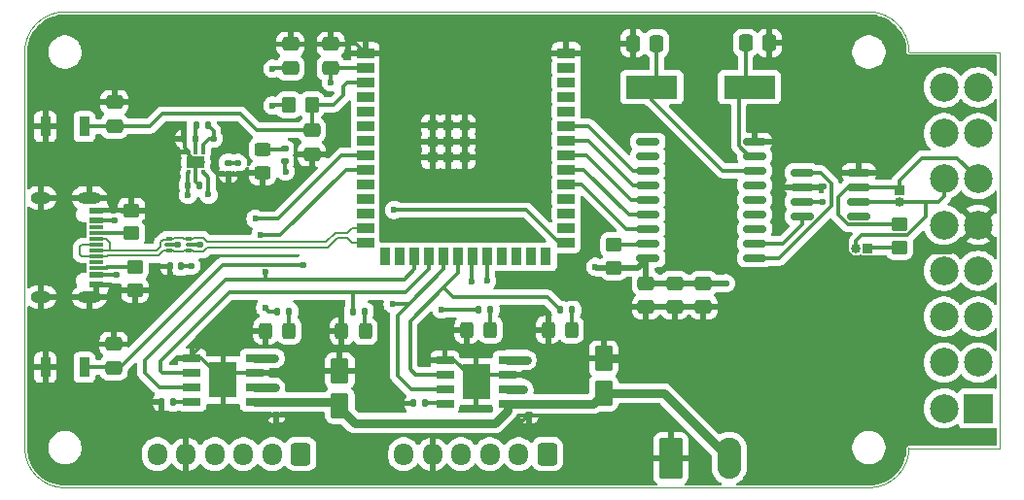
<source format=gbr>
%TF.GenerationSoftware,KiCad,Pcbnew,9.0.2-rc1-202504292220~4c561b3193~ubuntu24.04.1*%
%TF.CreationDate,2025-05-13T23:41:49-03:00*%
%TF.ProjectId,hardware,68617264-7761-4726-952e-6b696361645f,rev?*%
%TF.SameCoordinates,Original*%
%TF.FileFunction,Copper,L1,Top*%
%TF.FilePolarity,Positive*%
%FSLAX46Y46*%
G04 Gerber Fmt 4.6, Leading zero omitted, Abs format (unit mm)*
G04 Created by KiCad (PCBNEW 9.0.2-rc1-202504292220~4c561b3193~ubuntu24.04.1) date 2025-05-13 23:41:49*
%MOMM*%
%LPD*%
G01*
G04 APERTURE LIST*
G04 Aperture macros list*
%AMRoundRect*
0 Rectangle with rounded corners*
0 $1 Rounding radius*
0 $2 $3 $4 $5 $6 $7 $8 $9 X,Y pos of 4 corners*
0 Add a 4 corners polygon primitive as box body*
4,1,4,$2,$3,$4,$5,$6,$7,$8,$9,$2,$3,0*
0 Add four circle primitives for the rounded corners*
1,1,$1+$1,$2,$3*
1,1,$1+$1,$4,$5*
1,1,$1+$1,$6,$7*
1,1,$1+$1,$8,$9*
0 Add four rect primitives between the rounded corners*
20,1,$1+$1,$2,$3,$4,$5,0*
20,1,$1+$1,$4,$5,$6,$7,0*
20,1,$1+$1,$6,$7,$8,$9,0*
20,1,$1+$1,$8,$9,$2,$3,0*%
G04 Aperture macros list end*
%TA.AperFunction,SMDPad,CuDef*%
%ADD10R,1.525000X0.650000*%
%TD*%
%TA.AperFunction,SMDPad,CuDef*%
%ADD11R,2.400000X3.100000*%
%TD*%
%TA.AperFunction,SMDPad,CuDef*%
%ADD12RoundRect,0.135000X-0.135000X-0.185000X0.135000X-0.185000X0.135000X0.185000X-0.135000X0.185000X0*%
%TD*%
%TA.AperFunction,SMDPad,CuDef*%
%ADD13RoundRect,0.140000X-0.170000X0.140000X-0.170000X-0.140000X0.170000X-0.140000X0.170000X0.140000X0*%
%TD*%
%TA.AperFunction,SMDPad,CuDef*%
%ADD14RoundRect,0.250000X0.550000X-0.850000X0.550000X0.850000X-0.550000X0.850000X-0.550000X-0.850000X0*%
%TD*%
%TA.AperFunction,ComponentPad*%
%ADD15R,2.500000X2.500000*%
%TD*%
%TA.AperFunction,ComponentPad*%
%ADD16C,2.500000*%
%TD*%
%TA.AperFunction,SMDPad,CuDef*%
%ADD17RoundRect,0.135000X0.135000X0.185000X-0.135000X0.185000X-0.135000X-0.185000X0.135000X-0.185000X0*%
%TD*%
%TA.AperFunction,SMDPad,CuDef*%
%ADD18RoundRect,0.250000X0.450000X-0.350000X0.450000X0.350000X-0.450000X0.350000X-0.450000X-0.350000X0*%
%TD*%
%TA.AperFunction,SMDPad,CuDef*%
%ADD19RoundRect,0.150000X0.875000X0.150000X-0.875000X0.150000X-0.875000X-0.150000X0.875000X-0.150000X0*%
%TD*%
%TA.AperFunction,SMDPad,CuDef*%
%ADD20RoundRect,0.250000X-0.475000X0.337500X-0.475000X-0.337500X0.475000X-0.337500X0.475000X0.337500X0*%
%TD*%
%TA.AperFunction,SMDPad,CuDef*%
%ADD21RoundRect,0.250000X0.475000X-0.337500X0.475000X0.337500X-0.475000X0.337500X-0.475000X-0.337500X0*%
%TD*%
%TA.AperFunction,SMDPad,CuDef*%
%ADD22RoundRect,0.250000X-0.325000X-0.450000X0.325000X-0.450000X0.325000X0.450000X-0.325000X0.450000X0*%
%TD*%
%TA.AperFunction,SMDPad,CuDef*%
%ADD23RoundRect,0.135000X-0.185000X0.135000X-0.185000X-0.135000X0.185000X-0.135000X0.185000X0.135000X0*%
%TD*%
%TA.AperFunction,ComponentPad*%
%ADD24RoundRect,0.250000X0.600000X0.725000X-0.600000X0.725000X-0.600000X-0.725000X0.600000X-0.725000X0*%
%TD*%
%TA.AperFunction,ComponentPad*%
%ADD25O,1.700000X1.950000*%
%TD*%
%TA.AperFunction,SMDPad,CuDef*%
%ADD26RoundRect,0.093750X-0.106250X0.093750X-0.106250X-0.093750X0.106250X-0.093750X0.106250X0.093750X0*%
%TD*%
%TA.AperFunction,HeatsinkPad*%
%ADD27C,0.500000*%
%TD*%
%TA.AperFunction,HeatsinkPad*%
%ADD28R,1.600000X1.000000*%
%TD*%
%TA.AperFunction,SMDPad,CuDef*%
%ADD29RoundRect,0.250000X-0.337500X-0.475000X0.337500X-0.475000X0.337500X0.475000X-0.337500X0.475000X0*%
%TD*%
%TA.AperFunction,SMDPad,CuDef*%
%ADD30RoundRect,0.140000X-0.140000X-0.170000X0.140000X-0.170000X0.140000X0.170000X-0.140000X0.170000X0*%
%TD*%
%TA.AperFunction,SMDPad,CuDef*%
%ADD31RoundRect,0.250000X0.450000X-0.325000X0.450000X0.325000X-0.450000X0.325000X-0.450000X-0.325000X0*%
%TD*%
%TA.AperFunction,SMDPad,CuDef*%
%ADD32R,0.900000X1.700000*%
%TD*%
%TA.AperFunction,SMDPad,CuDef*%
%ADD33RoundRect,0.250000X-0.350000X-0.450000X0.350000X-0.450000X0.350000X0.450000X-0.350000X0.450000X0*%
%TD*%
%TA.AperFunction,SMDPad,CuDef*%
%ADD34R,1.240000X0.600000*%
%TD*%
%TA.AperFunction,SMDPad,CuDef*%
%ADD35R,1.240000X0.300000*%
%TD*%
%TA.AperFunction,ComponentPad*%
%ADD36O,2.100000X1.000000*%
%TD*%
%TA.AperFunction,ComponentPad*%
%ADD37O,1.800000X1.000000*%
%TD*%
%TA.AperFunction,SMDPad,CuDef*%
%ADD38RoundRect,0.250000X-0.450000X0.350000X-0.450000X-0.350000X0.450000X-0.350000X0.450000X0.350000X0*%
%TD*%
%TA.AperFunction,SMDPad,CuDef*%
%ADD39R,1.500000X0.900000*%
%TD*%
%TA.AperFunction,SMDPad,CuDef*%
%ADD40R,0.900000X1.500000*%
%TD*%
%TA.AperFunction,SMDPad,CuDef*%
%ADD41R,0.900000X0.900000*%
%TD*%
%TA.AperFunction,ComponentPad*%
%ADD42R,0.850000X0.850000*%
%TD*%
%TA.AperFunction,ComponentPad*%
%ADD43O,0.850000X0.850000*%
%TD*%
%TA.AperFunction,SMDPad,CuDef*%
%ADD44RoundRect,0.140000X0.140000X0.170000X-0.140000X0.170000X-0.140000X-0.170000X0.140000X-0.170000X0*%
%TD*%
%TA.AperFunction,SMDPad,CuDef*%
%ADD45RoundRect,0.093750X-0.156250X-0.093750X0.156250X-0.093750X0.156250X0.093750X-0.156250X0.093750X0*%
%TD*%
%TA.AperFunction,SMDPad,CuDef*%
%ADD46RoundRect,0.075000X-0.250000X-0.075000X0.250000X-0.075000X0.250000X0.075000X-0.250000X0.075000X0*%
%TD*%
%TA.AperFunction,SMDPad,CuDef*%
%ADD47RoundRect,0.150000X-0.825000X-0.150000X0.825000X-0.150000X0.825000X0.150000X-0.825000X0.150000X0*%
%TD*%
%TA.AperFunction,ComponentPad*%
%ADD48RoundRect,0.249999X-0.790001X-1.550001X0.790001X-1.550001X0.790001X1.550001X-0.790001X1.550001X0*%
%TD*%
%TA.AperFunction,ComponentPad*%
%ADD49O,2.080000X3.600000*%
%TD*%
%TA.AperFunction,SMDPad,CuDef*%
%ADD50R,4.500000X2.000000*%
%TD*%
%TA.AperFunction,ViaPad*%
%ADD51C,0.600000*%
%TD*%
%TA.AperFunction,Conductor*%
%ADD52C,0.300000*%
%TD*%
%TA.AperFunction,Conductor*%
%ADD53C,0.750000*%
%TD*%
%TA.AperFunction,Conductor*%
%ADD54C,0.500000*%
%TD*%
%TA.AperFunction,Conductor*%
%ADD55C,0.200000*%
%TD*%
%TA.AperFunction,Profile*%
%ADD56C,0.050000*%
%TD*%
G04 APERTURE END LIST*
D10*
%TO.P,MD2,1,GND_1*%
%TO.N,GND*%
X61070500Y-68702500D03*
%TO.P,MD2,2,IN2*%
%TO.N,/PWM_A2*%
X61070500Y-69972500D03*
%TO.P,MD2,3,IN1*%
%TO.N,/PWM_A1*%
X61070500Y-71242500D03*
%TO.P,MD2,4,ILIM*%
%TO.N,Net-(IC2-ILIM)*%
X61070500Y-72512500D03*
%TO.P,MD2,5,VM*%
%TO.N,/V_Motor*%
X66494500Y-72512500D03*
%TO.P,MD2,6,OUT1*%
%TO.N,/MotorA+*%
X66494500Y-71242500D03*
%TO.P,MD2,7,PGND*%
%TO.N,GND*%
X66494500Y-69972500D03*
%TO.P,MD2,8,OUT2*%
%TO.N,/MotorA-*%
X66494500Y-68702500D03*
D11*
%TO.P,MD2,9,GND_2*%
%TO.N,GND*%
X63782500Y-70607500D03*
%TD*%
D10*
%TO.P,MD1,1,GND_1*%
%TO.N,GND*%
X83088000Y-68845000D03*
%TO.P,MD1,2,IN2*%
%TO.N,/PWM_B2*%
X83088000Y-70115000D03*
%TO.P,MD1,3,IN1*%
%TO.N,/PWM_B1*%
X83088000Y-71385000D03*
%TO.P,MD1,4,ILIM*%
%TO.N,Net-(IC1-ILIM)*%
X83088000Y-72655000D03*
%TO.P,MD1,5,VM*%
%TO.N,/V_Motor*%
X88512000Y-72655000D03*
%TO.P,MD1,6,OUT1*%
%TO.N,/MotorB+*%
X88512000Y-71385000D03*
%TO.P,MD1,7,PGND*%
%TO.N,GND*%
X88512000Y-70115000D03*
%TO.P,MD1,8,OUT2*%
%TO.N,/MotorB-*%
X88512000Y-68845000D03*
D11*
%TO.P,MD1,9,GND_2*%
%TO.N,GND*%
X85800000Y-70750000D03*
%TD*%
D12*
%TO.P,R16,2*%
%TO.N,Net-(IC2-ILIM)*%
X59432500Y-72517500D03*
%TO.P,R16,1*%
%TO.N,GND*%
X58412500Y-72517500D03*
%TD*%
D13*
%TO.P,C16,1*%
%TO.N,/V_Motor*%
X90420000Y-72680000D03*
%TO.P,C16,2*%
%TO.N,GND*%
X90420000Y-73640000D03*
%TD*%
D12*
%TO.P,R9,1*%
%TO.N,GND*%
X80350000Y-72640000D03*
%TO.P,R9,2*%
%TO.N,Net-(IC1-ILIM)*%
X81370000Y-72640000D03*
%TD*%
D14*
%TO.P,C17,1*%
%TO.N,/V_Motor*%
X96920000Y-71740000D03*
%TO.P,C17,2*%
%TO.N,GND*%
X96920000Y-68740000D03*
%TD*%
%TO.P,C15,1*%
%TO.N,/V_Motor*%
X73930000Y-72820000D03*
%TO.P,C15,2*%
%TO.N,GND*%
X73930000Y-69820000D03*
%TD*%
D13*
%TO.P,C13,1*%
%TO.N,/V_Motor*%
X68370000Y-72640000D03*
%TO.P,C13,2*%
%TO.N,GND*%
X68370000Y-73600000D03*
%TD*%
D15*
%TO.P,J3,1,1*%
%TO.N,unconnected-(J3-Pad1)*%
X129525000Y-73075000D03*
D16*
%TO.P,J3,2,2*%
%TO.N,unconnected-(J3-Pad2)*%
X129525000Y-69075000D03*
%TO.P,J3,3,3*%
%TO.N,unconnected-(J3-Pad3)*%
X129525000Y-65075000D03*
%TO.P,J3,4,4*%
%TO.N,unconnected-(J3-Pad4)*%
X129525000Y-61075000D03*
%TO.P,J3,5,5*%
%TO.N,GND*%
X129525000Y-57075000D03*
%TO.P,J3,6,6*%
%TO.N,/CANH*%
X129525000Y-53075000D03*
%TO.P,J3,7,7*%
%TO.N,unconnected-(J3-Pad7)*%
X129525000Y-49075000D03*
%TO.P,J3,8,8*%
%TO.N,unconnected-(J3-Pad8)*%
X129525000Y-45075000D03*
%TO.P,J3,9,9*%
%TO.N,unconnected-(J3-Pad9)*%
X126525000Y-73075000D03*
%TO.P,J3,10,10*%
%TO.N,unconnected-(J3-Pad10)*%
X126525000Y-69075000D03*
%TO.P,J3,11,11*%
%TO.N,unconnected-(J3-Pad11)*%
X126525000Y-65075000D03*
%TO.P,J3,12,12*%
%TO.N,unconnected-(J3-Pad12)*%
X126525000Y-61075000D03*
%TO.P,J3,13,13*%
%TO.N,unconnected-(J3-Pad13)*%
X126525000Y-57075000D03*
%TO.P,J3,14,14*%
%TO.N,/CANL*%
X126525000Y-53075000D03*
%TO.P,J3,15,15*%
%TO.N,unconnected-(J3-Pad15)*%
X126525000Y-49075000D03*
%TO.P,J3,16,16*%
%TO.N,unconnected-(J3-Pad16)*%
X126525000Y-45075000D03*
%TD*%
D17*
%TO.P,R4,1*%
%TO.N,/3.3V*%
X62435000Y-48425000D03*
%TO.P,R4,2*%
%TO.N,Net-(U4-FB)*%
X61415000Y-48425000D03*
%TD*%
D18*
%TO.P,R2,1*%
%TO.N,Net-(J1-CC1)*%
X55800000Y-57800000D03*
%TO.P,R2,2*%
%TO.N,GND*%
X55800000Y-55800000D03*
%TD*%
D19*
%TO.P,U2,1,TXCAN*%
%TO.N,/TX_CAN*%
X110050000Y-59980000D03*
%TO.P,U2,2,RXCAN*%
%TO.N,/RX_CAN*%
X110050000Y-58710000D03*
%TO.P,U2,3,CLKOUT/SOF*%
%TO.N,unconnected-(U2-CLKOUT{slash}SOF-Pad3)*%
X110050000Y-57440000D03*
%TO.P,U2,4,~{TX0RTS}*%
%TO.N,unconnected-(U2-~{TX0RTS}-Pad4)*%
X110050000Y-56170000D03*
%TO.P,U2,5,~{TX1RTS}*%
%TO.N,unconnected-(U2-~{TX1RTS}-Pad5)*%
X110050000Y-54900000D03*
%TO.P,U2,6,~{TX2RTS}*%
%TO.N,unconnected-(U2-~{TX2RTS}-Pad6)*%
X110050000Y-53630000D03*
%TO.P,U2,7,OSC2*%
%TO.N,Net-(U2-OSC2)*%
X110050000Y-52360000D03*
%TO.P,U2,8,OSC1*%
%TO.N,Net-(U2-OSC1)*%
X110050000Y-51090000D03*
%TO.P,U2,9,VSS*%
%TO.N,GND*%
X110050000Y-49820000D03*
%TO.P,U2,10,~{RX1BF}*%
%TO.N,unconnected-(U2-~{RX1BF}-Pad10)*%
X100750000Y-49820000D03*
%TO.P,U2,11,~{RX0BF}*%
%TO.N,unconnected-(U2-~{RX0BF}-Pad11)*%
X100750000Y-51090000D03*
%TO.P,U2,12,~{INT}*%
%TO.N,/CAN_INT*%
X100750000Y-52360000D03*
%TO.P,U2,13,SCK*%
%TO.N,/SCLK*%
X100750000Y-53630000D03*
%TO.P,U2,14,SI*%
%TO.N,/MOSI*%
X100750000Y-54900000D03*
%TO.P,U2,15,SO*%
%TO.N,/MISO*%
X100750000Y-56170000D03*
%TO.P,U2,16,~{CS}*%
%TO.N,/CS*%
X100750000Y-57440000D03*
%TO.P,U2,17,~{RESET}*%
%TO.N,Net-(U2-~{RESET})*%
X100750000Y-58710000D03*
%TO.P,U2,18,VDD*%
%TO.N,/3.3V*%
X100750000Y-59980000D03*
%TD*%
D20*
%TO.P,C11,1*%
%TO.N,/3.3V*%
X105600000Y-62162500D03*
%TO.P,C11,2*%
%TO.N,GND*%
X105600000Y-64237500D03*
%TD*%
D21*
%TO.P,C12,1*%
%TO.N,/GPIO0*%
X54250000Y-69547500D03*
%TO.P,C12,2*%
%TO.N,GND*%
X54250000Y-67472500D03*
%TD*%
%TO.P,C3,1*%
%TO.N,/3.3V*%
X69650000Y-43387500D03*
%TO.P,C3,2*%
%TO.N,GND*%
X69650000Y-41312500D03*
%TD*%
%TO.P,C2,1*%
%TO.N,/3.3V*%
X73150000Y-43387500D03*
%TO.P,C2,2*%
%TO.N,GND*%
X73150000Y-41312500D03*
%TD*%
D17*
%TO.P,R15,1*%
%TO.N,Net-(D5-A)*%
X69540000Y-64620000D03*
%TO.P,R15,2*%
%TO.N,/PWM_A1*%
X68520000Y-64620000D03*
%TD*%
D22*
%TO.P,D4,1,K*%
%TO.N,GND*%
X74107500Y-66350000D03*
%TO.P,D4,2,A*%
%TO.N,Net-(D4-A)*%
X76157500Y-66350000D03*
%TD*%
D17*
%TO.P,R13,1*%
%TO.N,Net-(D3-A)*%
X87060000Y-64460000D03*
%TO.P,R13,2*%
%TO.N,/PWM_B1*%
X86040000Y-64460000D03*
%TD*%
D23*
%TO.P,R7,1*%
%TO.N,Net-(D1-A)*%
X69120000Y-50455000D03*
%TO.P,R7,2*%
%TO.N,/3.3V*%
X69120000Y-51475000D03*
%TD*%
D24*
%TO.P,J4,1,Pin_1*%
%TO.N,/MotorA-*%
X70550000Y-77067500D03*
D25*
%TO.P,J4,2,Pin_2*%
%TO.N,/3.3V*%
X68050000Y-77067500D03*
%TO.P,J4,3,Pin_3*%
%TO.N,/PulseA_01*%
X65550000Y-77067500D03*
%TO.P,J4,4,Pin_4*%
%TO.N,/PulseA_02*%
X63050000Y-77067500D03*
%TO.P,J4,5,Pin_5*%
%TO.N,GND*%
X60550000Y-77067500D03*
%TO.P,J4,6,Pin_6*%
%TO.N,/MotorA+*%
X58050000Y-77067500D03*
%TD*%
D26*
%TO.P,U4,1,OUT*%
%TO.N,/3.3V*%
X62050000Y-50712500D03*
%TO.P,U4,2,FB*%
%TO.N,Net-(U4-FB)*%
X61400000Y-50712500D03*
%TO.P,U4,3,GND*%
%TO.N,GND*%
X60750000Y-50712500D03*
%TO.P,U4,4,EN*%
%TO.N,/5V*%
X60750000Y-52487500D03*
%TO.P,U4,5,GND*%
%TO.N,GND*%
X61400000Y-52487500D03*
%TO.P,U4,6,IN*%
%TO.N,/5V*%
X62050000Y-52487500D03*
D27*
%TO.P,U4,7,PAD*%
%TO.N,GND*%
X61950000Y-51600000D03*
D28*
X61400000Y-51600000D03*
D27*
X60850000Y-51600000D03*
%TD*%
D29*
%TO.P,C7,1*%
%TO.N,GND*%
X99462500Y-41250000D03*
%TO.P,C7,2*%
%TO.N,Net-(U2-OSC2)*%
X101537500Y-41250000D03*
%TD*%
D13*
%TO.P,C6,1*%
%TO.N,/3.3V*%
X64237500Y-51660000D03*
%TO.P,C6,2*%
%TO.N,GND*%
X64237500Y-52620000D03*
%TD*%
D30*
%TO.P,C5,1*%
%TO.N,/5V*%
X60720000Y-53600000D03*
%TO.P,C5,2*%
%TO.N,GND*%
X61680000Y-53600000D03*
%TD*%
D31*
%TO.P,D1,1,K*%
%TO.N,GND*%
X67220000Y-52550000D03*
%TO.P,D1,2,A*%
%TO.N,Net-(D1-A)*%
X67220000Y-50500000D03*
%TD*%
D22*
%TO.P,D2,1,K*%
%TO.N,GND*%
X92067500Y-66220000D03*
%TO.P,D2,2,A*%
%TO.N,Net-(D2-A)*%
X94117500Y-66220000D03*
%TD*%
D32*
%TO.P,Reset,1,1*%
%TO.N,GND*%
X48300000Y-48500000D03*
%TO.P,Reset,2,2*%
%TO.N,/Enable*%
X51700000Y-48500000D03*
%TD*%
D20*
%TO.P,C10,1*%
%TO.N,/3.3V*%
X100600000Y-62162500D03*
%TO.P,C10,2*%
%TO.N,GND*%
X100600000Y-64237500D03*
%TD*%
%TO.P,C4,1*%
%TO.N,/Enable*%
X71500000Y-48812500D03*
%TO.P,C4,2*%
%TO.N,GND*%
X71500000Y-50887500D03*
%TD*%
D29*
%TO.P,C8,1*%
%TO.N,Net-(U2-OSC1)*%
X109262500Y-41200000D03*
%TO.P,C8,2*%
%TO.N,GND*%
X111337500Y-41200000D03*
%TD*%
D33*
%TO.P,R1,1*%
%TO.N,/3.3V*%
X69500000Y-46600000D03*
%TO.P,R1,2*%
%TO.N,/Enable*%
X71500000Y-46600000D03*
%TD*%
D34*
%TO.P,J1,A1,GND*%
%TO.N,GND*%
X52725000Y-55840000D03*
%TO.P,J1,A4,VBUS*%
%TO.N,/5V*%
X52725000Y-56640000D03*
D35*
%TO.P,J1,A5,CC1*%
%TO.N,Net-(J1-CC1)*%
X52725000Y-57790000D03*
%TO.P,J1,A6,D+*%
%TO.N,/D+*%
X52725000Y-58790000D03*
%TO.P,J1,A7,D-*%
%TO.N,/D-*%
X52725000Y-59290000D03*
%TO.P,J1,A8,SBU1*%
%TO.N,unconnected-(J1-SBU1-PadA8)*%
X52725000Y-60290000D03*
D34*
%TO.P,J1,A9,VBUS*%
%TO.N,/5V*%
X52725000Y-61440000D03*
%TO.P,J1,A12,GND*%
%TO.N,GND*%
X52725000Y-62240000D03*
%TO.P,J1,B1,GND*%
X52725000Y-62240000D03*
%TO.P,J1,B4,VBUS*%
%TO.N,/5V*%
X52725000Y-61440000D03*
D35*
%TO.P,J1,B5,CC2*%
%TO.N,Net-(J1-CC2)*%
X52725000Y-60790000D03*
%TO.P,J1,B6,D+*%
%TO.N,/D+*%
X52725000Y-59790000D03*
%TO.P,J1,B7,D-*%
%TO.N,/D-*%
X52725000Y-58290000D03*
%TO.P,J1,B8,SBU2*%
%TO.N,unconnected-(J1-SBU2-PadB8)*%
X52725000Y-57290000D03*
D34*
%TO.P,J1,B9,VBUS*%
%TO.N,/5V*%
X52725000Y-56640000D03*
%TO.P,J1,B12,GND*%
%TO.N,GND*%
X52725000Y-55840000D03*
D36*
%TO.P,J1,S1,SHIELD*%
X52125000Y-54720000D03*
D37*
X47925000Y-54720000D03*
D36*
X52125000Y-63360000D03*
D37*
X47925000Y-63360000D03*
%TD*%
D38*
%TO.P,R8,1*%
%TO.N,Net-(U2-~{RESET})*%
X97800000Y-58800000D03*
%TO.P,R8,2*%
%TO.N,/3.3V*%
X97800000Y-60800000D03*
%TD*%
D39*
%TO.P,U1,1,GND*%
%TO.N,GND*%
X76150000Y-42090000D03*
%TO.P,U1,2,3V3*%
%TO.N,/3.3V*%
X76150000Y-43360000D03*
%TO.P,U1,3,EN*%
%TO.N,/Enable*%
X76150000Y-44630000D03*
%TO.P,U1,4,IO4*%
%TO.N,unconnected-(U1-IO4-Pad4)*%
X76150000Y-45900000D03*
%TO.P,U1,5,IO5*%
%TO.N,unconnected-(U1-IO5-Pad5)*%
X76150000Y-47170000D03*
%TO.P,U1,6,IO6*%
%TO.N,unconnected-(U1-IO6-Pad6)*%
X76150000Y-48440000D03*
%TO.P,U1,7,IO7*%
%TO.N,unconnected-(U1-IO7-Pad7)*%
X76150000Y-49710000D03*
%TO.P,U1,8,IO15*%
%TO.N,/PulseA_02*%
X76150000Y-50980000D03*
%TO.P,U1,9,IO16*%
%TO.N,/PulseA_01*%
X76150000Y-52250000D03*
%TO.P,U1,10,IO17*%
%TO.N,unconnected-(U1-IO17-Pad10)*%
X76150000Y-53520000D03*
%TO.P,U1,11,IO18*%
%TO.N,unconnected-(U1-IO18-Pad11)*%
X76150000Y-54790000D03*
%TO.P,U1,12,IO8*%
%TO.N,unconnected-(U1-IO8-Pad12)*%
X76150000Y-56060000D03*
%TO.P,U1,13,IO19*%
%TO.N,/D-*%
X76150000Y-57330000D03*
%TO.P,U1,14,IO20*%
%TO.N,/D+*%
X76150000Y-58600000D03*
D40*
%TO.P,U1,15,IO3*%
%TO.N,unconnected-(U1-IO3-Pad15)*%
X77915000Y-59850000D03*
%TO.P,U1,16,IO46*%
%TO.N,unconnected-(U1-IO46-Pad16)*%
X79185000Y-59850000D03*
%TO.P,U1,17,IO9*%
%TO.N,/PWM_A1*%
X80455000Y-59850000D03*
%TO.P,U1,18,IO10*%
%TO.N,/PWM_A2*%
X81725000Y-59850000D03*
%TO.P,U1,19,IO11*%
%TO.N,/PWM_B1*%
X82995000Y-59850000D03*
%TO.P,U1,20,IO12*%
%TO.N,/PWM_B2*%
X84265000Y-59850000D03*
%TO.P,U1,21,IO13*%
%TO.N,/PulseB_02*%
X85535000Y-59850000D03*
%TO.P,U1,22,IO14*%
%TO.N,/PulseB_01*%
X86805000Y-59850000D03*
%TO.P,U1,23,IO21*%
%TO.N,unconnected-(U1-IO21-Pad23)*%
X88075000Y-59850000D03*
%TO.P,U1,24,IO47*%
%TO.N,unconnected-(U1-IO47-Pad24)*%
X89345000Y-59850000D03*
%TO.P,U1,25,IO48*%
%TO.N,unconnected-(U1-IO48-Pad25)*%
X90615000Y-59850000D03*
%TO.P,U1,26,IO45*%
%TO.N,unconnected-(U1-IO45-Pad26)*%
X91885000Y-59850000D03*
D39*
%TO.P,U1,27,IO0*%
%TO.N,/GPIO0*%
X93650000Y-58600000D03*
%TO.P,U1,28,IO35*%
%TO.N,unconnected-(U1-IO35-Pad28)*%
X93650000Y-57330000D03*
%TO.P,U1,29,IO36*%
%TO.N,unconnected-(U1-IO36-Pad29)*%
X93650000Y-56060000D03*
%TO.P,U1,30,IO37*%
%TO.N,unconnected-(U1-IO37-Pad30)*%
X93650000Y-54790000D03*
%TO.P,U1,31,IO38*%
%TO.N,/CS*%
X93650000Y-53520000D03*
%TO.P,U1,32,IO39*%
%TO.N,/MISO*%
X93650000Y-52250000D03*
%TO.P,U1,33,IO40*%
%TO.N,/MOSI*%
X93650000Y-50980000D03*
%TO.P,U1,34,IO41*%
%TO.N,/SCLK*%
X93650000Y-49710000D03*
%TO.P,U1,35,IO42*%
%TO.N,/CAN_INT*%
X93650000Y-48440000D03*
%TO.P,U1,36,RXD0*%
%TO.N,unconnected-(U1-RXD0-Pad36)*%
X93650000Y-47170000D03*
%TO.P,U1,37,TXD0*%
%TO.N,unconnected-(U1-TXD0-Pad37)*%
X93650000Y-45900000D03*
%TO.P,U1,38,IO2*%
%TO.N,unconnected-(U1-IO2-Pad38)*%
X93650000Y-44630000D03*
%TO.P,U1,39,IO1*%
%TO.N,unconnected-(U1-IO1-Pad39)*%
X93650000Y-43360000D03*
%TO.P,U1,40,GND*%
%TO.N,GND*%
X93650000Y-42090000D03*
D41*
%TO.P,U1,41_1,GND*%
X82000000Y-48410000D03*
%TO.P,U1,41_2,GND*%
X83400000Y-48410000D03*
%TO.P,U1,41_3,GND*%
X84800000Y-48410000D03*
%TO.P,U1,41_4,GND*%
X82000000Y-49810000D03*
%TO.P,U1,41_5,GND*%
X83400000Y-49810000D03*
%TO.P,U1,41_6,GND*%
X84800000Y-49810000D03*
%TO.P,U1,41_7,GND*%
X82000000Y-51210000D03*
%TO.P,U1,41_8,GND*%
X83400000Y-51210000D03*
%TO.P,U1,41_9,GND*%
X84800000Y-51210000D03*
%TD*%
D18*
%TO.P,R3,1*%
%TO.N,GND*%
X56100000Y-62775000D03*
%TO.P,R3,2*%
%TO.N,Net-(J1-CC2)*%
X56100000Y-60775000D03*
%TD*%
D24*
%TO.P,J6,1,Pin_1*%
%TO.N,/MotorB-*%
X92000000Y-77067500D03*
D25*
%TO.P,J6,2,Pin_2*%
%TO.N,/3.3V*%
X89500000Y-77067500D03*
%TO.P,J6,3,Pin_3*%
%TO.N,/PulseB_01*%
X87000000Y-77067500D03*
%TO.P,J6,4,Pin_4*%
%TO.N,/PulseB_02*%
X84500000Y-77067500D03*
%TO.P,J6,5,Pin_5*%
%TO.N,GND*%
X82000000Y-77067500D03*
%TO.P,J6,6,Pin_6*%
%TO.N,/MotorB+*%
X79500000Y-77067500D03*
%TD*%
D17*
%TO.P,R12,1*%
%TO.N,Net-(D2-A)*%
X94170000Y-64500000D03*
%TO.P,R12,2*%
%TO.N,/PWM_B2*%
X93150000Y-64500000D03*
%TD*%
D20*
%TO.P,C9,1*%
%TO.N,/3.3V*%
X103100000Y-62162500D03*
%TO.P,C9,2*%
%TO.N,GND*%
X103100000Y-64237500D03*
%TD*%
D17*
%TO.P,R14,1*%
%TO.N,Net-(D4-A)*%
X76100000Y-64650000D03*
%TO.P,R14,2*%
%TO.N,/PWM_A2*%
X75080000Y-64650000D03*
%TD*%
D42*
%TO.P,J5,1,Pin_1*%
%TO.N,/CANH*%
X122650000Y-54040000D03*
D43*
%TO.P,J5,2,Pin_2*%
%TO.N,/CANL*%
X122650000Y-55040000D03*
%TD*%
D44*
%TO.P,C1,1*%
%TO.N,/5V*%
X60100000Y-60700000D03*
%TO.P,C1,2*%
%TO.N,GND*%
X59140000Y-60700000D03*
%TD*%
D45*
%TO.P,U3,1,I/O1*%
%TO.N,/D-*%
X59050000Y-58262500D03*
D46*
%TO.P,U3,2,GND*%
%TO.N,GND*%
X58975000Y-58800000D03*
D45*
%TO.P,U3,3,I/O2*%
%TO.N,/D+*%
X59050000Y-59337500D03*
%TO.P,U3,4,I/O2*%
X60750000Y-59337500D03*
D46*
%TO.P,U3,5,VBUS*%
%TO.N,/5V*%
X60825000Y-58800000D03*
D45*
%TO.P,U3,6,I/O1*%
%TO.N,/D-*%
X60750000Y-58262500D03*
%TD*%
D22*
%TO.P,D3,1,K*%
%TO.N,GND*%
X85002500Y-66220000D03*
%TO.P,D3,2,A*%
%TO.N,Net-(D3-A)*%
X87052500Y-66220000D03*
%TD*%
D47*
%TO.P,U5,1,TXD*%
%TO.N,/TX_CAN*%
X114175000Y-52495000D03*
%TO.P,U5,2,GND*%
%TO.N,GND*%
X114175000Y-53765000D03*
%TO.P,U5,3,VCC*%
%TO.N,/3.3V*%
X114175000Y-55035000D03*
%TO.P,U5,4,RXD*%
%TO.N,/RX_CAN*%
X114175000Y-56305000D03*
%TO.P,U5,5,NC*%
%TO.N,unconnected-(U5-NC-Pad5)*%
X119125000Y-56305000D03*
%TO.P,U5,6,CANL*%
%TO.N,/CANL*%
X119125000Y-55035000D03*
%TO.P,U5,7,CANH*%
%TO.N,/CANH*%
X119125000Y-53765000D03*
%TO.P,U5,8,S*%
%TO.N,GND*%
X119125000Y-52495000D03*
%TD*%
D42*
%TO.P,J2,1,Pin_1*%
%TO.N,Net-(J2-Pin_1)*%
X119900000Y-59100000D03*
D43*
%TO.P,J2,2,Pin_2*%
%TO.N,/CANL*%
X118900000Y-59100000D03*
%TD*%
D22*
%TO.P,D5,1,K*%
%TO.N,GND*%
X67475000Y-66310000D03*
%TO.P,D5,2,A*%
%TO.N,Net-(D5-A)*%
X69525000Y-66310000D03*
%TD*%
D48*
%TO.P,J8,1,Pin_1*%
%TO.N,GND*%
X102760000Y-77422500D03*
D49*
%TO.P,J8,2,Pin_2*%
%TO.N,/V_Motor*%
X107840000Y-77422500D03*
%TD*%
D18*
%TO.P,R6,1*%
%TO.N,Net-(J2-Pin_1)*%
X122650000Y-59040000D03*
%TO.P,R6,2*%
%TO.N,/CANH*%
X122650000Y-57040000D03*
%TD*%
D50*
%TO.P,Y1,1,1*%
%TO.N,Net-(U2-OSC2)*%
X101100000Y-45050000D03*
%TO.P,Y1,2,2*%
%TO.N,Net-(U2-OSC1)*%
X109600000Y-45050000D03*
%TD*%
D17*
%TO.P,R5,1*%
%TO.N,Net-(U4-FB)*%
X61410000Y-49575000D03*
%TO.P,R5,2*%
%TO.N,GND*%
X60390000Y-49575000D03*
%TD*%
D32*
%TO.P,Boot,1,1*%
%TO.N,GND*%
X48300000Y-69500000D03*
%TO.P,Boot,2,2*%
%TO.N,/GPIO0*%
X51700000Y-69500000D03*
%TD*%
D21*
%TO.P,C14,1*%
%TO.N,/Enable*%
X54320000Y-48457500D03*
%TO.P,C14,2*%
%TO.N,GND*%
X54320000Y-46382500D03*
%TD*%
D51*
%TO.N,GND*%
X67460000Y-74090000D03*
%TO.N,/PWM_B1*%
X82780000Y-64470000D03*
X78540000Y-63970000D03*
%TO.N,GND*%
X92080000Y-67910000D03*
%TO.N,/PWM_A1*%
X67440000Y-61195000D03*
X67450000Y-64310000D03*
%TO.N,/PulseA_01*%
X67010000Y-57975000D03*
%TO.N,/PulseA_02*%
X66600000Y-56550000D03*
%TO.N,GND*%
X62240000Y-67290000D03*
%TO.N,/MotorA-*%
X68270000Y-68710000D03*
%TO.N,/MotorA+*%
X68310000Y-71260000D03*
%TO.N,/MotorB+*%
X89930000Y-71390000D03*
%TO.N,/MotorB-*%
X90200000Y-68850000D03*
%TO.N,GND*%
X63782500Y-70607500D03*
X57482500Y-72567500D03*
X85805000Y-70745000D03*
%TO.N,/PulseB_01*%
X86760000Y-61960000D03*
%TO.N,/PulseB_02*%
X85440000Y-62030000D03*
%TO.N,GND*%
X99600000Y-68740000D03*
X89420000Y-74160000D03*
X79310000Y-72720000D03*
X82890000Y-67330000D03*
X114530000Y-76880000D03*
X59825000Y-58800000D03*
X65200000Y-52625000D03*
X86440000Y-51400000D03*
X122300000Y-62340000D03*
X84840000Y-52610000D03*
X111950000Y-49560000D03*
X78190000Y-42130000D03*
X80530000Y-51340000D03*
X86440000Y-49870000D03*
X70830000Y-52580000D03*
X48190000Y-64780000D03*
X54260000Y-66247500D03*
X54450000Y-62825000D03*
X122160000Y-67860000D03*
X116100000Y-53720000D03*
X49890000Y-48510000D03*
X119310000Y-51300000D03*
X52280302Y-53387676D03*
X49030000Y-51920000D03*
X47930000Y-53480000D03*
X53640000Y-75670000D03*
X83590000Y-47010000D03*
X51390556Y-65512763D03*
X84920000Y-47080000D03*
X83420000Y-52580000D03*
X49575000Y-69405000D03*
X61230000Y-46550000D03*
X97950000Y-41200000D03*
X55840000Y-46350000D03*
X67930000Y-41290000D03*
X81900000Y-52480000D03*
X91530000Y-42180000D03*
X109720000Y-72440000D03*
X58110000Y-60760000D03*
X81990000Y-46930000D03*
X112850000Y-41320000D03*
X80570000Y-49830000D03*
X116330000Y-46470000D03*
X53980000Y-73120000D03*
X107520000Y-64250000D03*
X120200000Y-48300000D03*
X54300000Y-55800000D03*
X86420000Y-48640000D03*
X80590000Y-48390000D03*
%TO.N,/5V*%
X62510000Y-54430000D03*
X60998739Y-60646382D03*
X61800000Y-58800000D03*
X54475000Y-61425000D03*
X54325000Y-56650000D03*
X60725000Y-54475000D03*
%TO.N,/3.3V*%
X69220000Y-52415000D03*
X107560300Y-62173766D03*
X115940000Y-55090000D03*
X62960000Y-49540000D03*
X96180000Y-60740000D03*
X65075000Y-51675000D03*
X68070000Y-46670000D03*
X68070000Y-43460000D03*
X73150000Y-44640000D03*
%TO.N,/GPIO0*%
X70780000Y-60550000D03*
X78670000Y-55770000D03*
%TD*%
D52*
%TO.N,/TX_CAN*%
X110050000Y-59980000D02*
X112187678Y-59980000D01*
X112187678Y-59980000D02*
X116751000Y-55416678D01*
X116751000Y-55416678D02*
X116751000Y-53450346D01*
X116751000Y-53450346D02*
X115795654Y-52495000D01*
X115795654Y-52495000D02*
X114175000Y-52495000D01*
%TO.N,/RX_CAN*%
X110050000Y-58710000D02*
X112520000Y-58710000D01*
X112520000Y-58710000D02*
X114175000Y-57055000D01*
X114175000Y-57055000D02*
X114175000Y-56305000D01*
%TO.N,GND*%
X67950000Y-73600000D02*
X67460000Y-74090000D01*
X68370000Y-73600000D02*
X67950000Y-73600000D01*
%TO.N,/PulseA_01*%
X67010000Y-57975000D02*
X68745000Y-57975000D01*
X68745000Y-57975000D02*
X74470000Y-52250000D01*
X74470000Y-52250000D02*
X76150000Y-52250000D01*
%TO.N,/PulseA_02*%
X66600000Y-56550000D02*
X68540000Y-56550000D01*
X68540000Y-56550000D02*
X74110000Y-50980000D01*
X74110000Y-50980000D02*
X76150000Y-50980000D01*
%TO.N,/PWM_B2*%
X82960000Y-62560000D02*
X80040000Y-65480000D01*
X82960000Y-62560000D02*
X83770000Y-63370000D01*
X92020000Y-63370000D02*
X93150000Y-64500000D01*
X83770000Y-63370000D02*
X92020000Y-63370000D01*
%TO.N,/PWM_B1*%
X82995000Y-60945000D02*
X79975000Y-63965000D01*
X78540000Y-63970000D02*
X79970000Y-63970000D01*
X79970000Y-63970000D02*
X79975000Y-63965000D01*
X86040000Y-64460000D02*
X82790000Y-64460000D01*
X82790000Y-64460000D02*
X82780000Y-64470000D01*
%TO.N,Net-(D3-A)*%
X87052500Y-66220000D02*
X87052500Y-64467500D01*
X87052500Y-64467500D02*
X87060000Y-64460000D01*
%TO.N,Net-(D2-A)*%
X94117500Y-66220000D02*
X94117500Y-64552500D01*
X94117500Y-64552500D02*
X94170000Y-64500000D01*
%TO.N,GND*%
X92067500Y-67897500D02*
X92080000Y-67910000D01*
X92067500Y-66220000D02*
X92067500Y-67897500D01*
X85002500Y-66220000D02*
X84000000Y-66220000D01*
X84000000Y-66220000D02*
X82890000Y-67330000D01*
%TO.N,Net-(D4-A)*%
X76100000Y-64650000D02*
X76100000Y-66292500D01*
X76100000Y-66292500D02*
X76157500Y-66350000D01*
%TO.N,Net-(D5-A)*%
X69540000Y-64620000D02*
X69540000Y-66295000D01*
X69540000Y-66295000D02*
X69525000Y-66310000D01*
%TO.N,/PWM_A1*%
X67440000Y-61195000D02*
X67440000Y-61800000D01*
X67420000Y-61820000D02*
X64010000Y-61820000D01*
X67440000Y-61800000D02*
X67420000Y-61820000D01*
X67760000Y-64620000D02*
X67450000Y-64310000D01*
X68520000Y-64620000D02*
X67760000Y-64620000D01*
%TO.N,/PWM_A2*%
X79655000Y-62970000D02*
X75080000Y-62970000D01*
X75080000Y-64650000D02*
X75080000Y-62970000D01*
%TO.N,GND*%
X61070500Y-68459500D02*
X62240000Y-67290000D01*
X61070500Y-68702500D02*
X61070500Y-68459500D01*
%TO.N,/PWM_A2*%
X81725000Y-59850000D02*
X81725000Y-60900000D01*
X81725000Y-60900000D02*
X79655000Y-62970000D01*
X75080000Y-62970000D02*
X64300000Y-62970000D01*
X64300000Y-62970000D02*
X58310000Y-68960000D01*
X58310000Y-68960000D02*
X58310000Y-69780000D01*
X58310000Y-69780000D02*
X58502500Y-69972500D01*
X58502500Y-69972500D02*
X61070500Y-69972500D01*
%TO.N,/PWM_A1*%
X80455000Y-59850000D02*
X80455000Y-60900000D01*
X56930000Y-69940000D02*
X58232500Y-71242500D01*
X80455000Y-60900000D02*
X79535000Y-61820000D01*
X79535000Y-61820000D02*
X67420000Y-61820000D01*
X64010000Y-61820000D02*
X56930000Y-68900000D01*
X56930000Y-68900000D02*
X56930000Y-69940000D01*
X58232500Y-71242500D02*
X61070500Y-71242500D01*
D53*
%TO.N,/MotorA-*%
X68262500Y-68702500D02*
X68270000Y-68710000D01*
X66494500Y-68702500D02*
X68262500Y-68702500D01*
%TO.N,/MotorA+*%
X68292500Y-71242500D02*
X68310000Y-71260000D01*
X66494500Y-71242500D02*
X68292500Y-71242500D01*
%TO.N,/V_Motor*%
X88512000Y-72655000D02*
X88512000Y-73278000D01*
X88512000Y-73278000D02*
X87440000Y-74350000D01*
X87440000Y-74350000D02*
X75230000Y-74350000D01*
X75230000Y-74350000D02*
X73392500Y-72512500D01*
X73392500Y-72512500D02*
X66494500Y-72512500D01*
%TO.N,/MotorB+*%
X89925000Y-71385000D02*
X89930000Y-71390000D01*
X88512000Y-71385000D02*
X89925000Y-71385000D01*
%TO.N,/MotorB-*%
X90195000Y-68845000D02*
X90200000Y-68850000D01*
X88512000Y-68845000D02*
X90195000Y-68845000D01*
D52*
%TO.N,GND*%
X63782500Y-70607500D02*
X64417500Y-69972500D01*
X64417500Y-69972500D02*
X66494500Y-69972500D01*
X61070500Y-68702500D02*
X61877500Y-68702500D01*
X61877500Y-68702500D02*
X63782500Y-70607500D01*
X57532500Y-72517500D02*
X57482500Y-72567500D01*
X58412500Y-72517500D02*
X57532500Y-72517500D01*
%TO.N,Net-(IC2-ILIM)*%
X59432500Y-72517500D02*
X61065500Y-72517500D01*
X61065500Y-72517500D02*
X61070500Y-72512500D01*
%TO.N,GND*%
X85805000Y-70745000D02*
X85800000Y-70750000D01*
X89420000Y-74160000D02*
X89900000Y-74160000D01*
X89900000Y-74160000D02*
X90420000Y-73640000D01*
%TO.N,/PulseB_01*%
X86760000Y-59895000D02*
X86805000Y-59850000D01*
X86760000Y-61960000D02*
X86760000Y-59895000D01*
%TO.N,/PulseB_02*%
X85440000Y-62030000D02*
X85440000Y-59945000D01*
X85440000Y-59945000D02*
X85535000Y-59850000D01*
D53*
%TO.N,GND*%
X99600000Y-68740000D02*
X99720000Y-68740000D01*
X99720000Y-68740000D02*
X99740000Y-68760000D01*
X96920000Y-68740000D02*
X99600000Y-68740000D01*
%TO.N,/V_Motor*%
X107840000Y-77422500D02*
X102157500Y-71740000D01*
X102157500Y-71740000D02*
X96920000Y-71740000D01*
X90420000Y-72680000D02*
X95980000Y-72680000D01*
X95980000Y-72680000D02*
X96920000Y-71740000D01*
X88512000Y-72655000D02*
X90395000Y-72655000D01*
X90395000Y-72655000D02*
X90420000Y-72680000D01*
D52*
%TO.N,GND*%
X79390000Y-72640000D02*
X79310000Y-72720000D01*
X80350000Y-72640000D02*
X79390000Y-72640000D01*
%TO.N,Net-(IC1-ILIM)*%
X81370000Y-72640000D02*
X83073000Y-72640000D01*
X83073000Y-72640000D02*
X83088000Y-72655000D01*
%TO.N,/PWM_B2*%
X84265000Y-59850000D02*
X84265000Y-61255000D01*
X84265000Y-61255000D02*
X82960000Y-62560000D01*
X80040000Y-65480000D02*
X80040000Y-69630000D01*
X80040000Y-69630000D02*
X80525000Y-70115000D01*
X80525000Y-70115000D02*
X83088000Y-70115000D01*
%TO.N,/PWM_B1*%
X82995000Y-59850000D02*
X82995000Y-60945000D01*
X79975000Y-63965000D02*
X78950000Y-64990000D01*
X78950000Y-64990000D02*
X78950000Y-70210000D01*
X78950000Y-70210000D02*
X80125000Y-71385000D01*
X80125000Y-71385000D02*
X83088000Y-71385000D01*
%TO.N,GND*%
X83088000Y-67528000D02*
X82890000Y-67330000D01*
X83088000Y-68845000D02*
X83088000Y-67528000D01*
X85800000Y-70750000D02*
X83895000Y-68845000D01*
X83895000Y-68845000D02*
X83088000Y-68845000D01*
X88512000Y-70115000D02*
X86435000Y-70115000D01*
X86435000Y-70115000D02*
X85805000Y-70745000D01*
%TO.N,/GPIO0*%
X70780000Y-60550000D02*
X70775000Y-60545000D01*
X54732500Y-69547500D02*
X54250000Y-69547500D01*
X70775000Y-60545000D02*
X63735000Y-60545000D01*
X63735000Y-60545000D02*
X54732500Y-69547500D01*
%TO.N,GND*%
X67952500Y-41312500D02*
X67930000Y-41290000D01*
X71542500Y-50930000D02*
X71542500Y-51867500D01*
X55807500Y-46382500D02*
X55840000Y-46350000D01*
X61680000Y-53600000D02*
X61400000Y-53320000D01*
X52725000Y-62240000D02*
X53865000Y-62240000D01*
X116055000Y-53765000D02*
X116100000Y-53720000D01*
D54*
X84100000Y-51210000D02*
X83400000Y-51210000D01*
X83400000Y-49810000D02*
X82700000Y-49810000D01*
D52*
X65275000Y-52550000D02*
X65200000Y-52625000D01*
X60400000Y-49585000D02*
X60390000Y-49575000D01*
D54*
X84800000Y-48410000D02*
X84800000Y-47200000D01*
D52*
X93650000Y-42090000D02*
X91620000Y-42090000D01*
X60750000Y-50950000D02*
X61400000Y-51600000D01*
D54*
X83400000Y-51210000D02*
X83400000Y-52560000D01*
D52*
X99462500Y-41250000D02*
X98000000Y-41250000D01*
D54*
X84100000Y-48410000D02*
X84800000Y-48410000D01*
X80610000Y-48410000D02*
X80590000Y-48390000D01*
X103100000Y-64237500D02*
X105600000Y-64237500D01*
D52*
X64237500Y-52620000D02*
X65195000Y-52620000D01*
X49880000Y-48500000D02*
X49890000Y-48510000D01*
D54*
X82000000Y-48410000D02*
X82000000Y-46940000D01*
X86250000Y-51210000D02*
X86440000Y-51400000D01*
D52*
X69650000Y-41312500D02*
X67952500Y-41312500D01*
X119125000Y-52495000D02*
X119125000Y-51485000D01*
X112750000Y-41200000D02*
X112870000Y-41320000D01*
D54*
X82000000Y-51210000D02*
X82700000Y-51210000D01*
D52*
X129525000Y-57075000D02*
X127126000Y-59474000D01*
D54*
X86190000Y-48410000D02*
X86420000Y-48640000D01*
X83400000Y-50510000D02*
X83400000Y-49810000D01*
X83400000Y-47200000D02*
X83590000Y-47010000D01*
D52*
X60750000Y-50712500D02*
X60400000Y-50362500D01*
D54*
X83400000Y-52560000D02*
X83420000Y-52580000D01*
D52*
X65195000Y-52620000D02*
X65200000Y-52625000D01*
X49480000Y-69500000D02*
X49575000Y-69405000D01*
D54*
X84800000Y-49810000D02*
X84800000Y-49110000D01*
D52*
X98000000Y-41250000D02*
X97950000Y-41200000D01*
D54*
X84800000Y-50510000D02*
X84800000Y-49810000D01*
D52*
X71542500Y-51867500D02*
X70830000Y-52580000D01*
X114175000Y-53765000D02*
X116055000Y-53765000D01*
X75372500Y-41312500D02*
X76150000Y-42090000D01*
X58975000Y-58800000D02*
X59825000Y-58800000D01*
D54*
X84800000Y-49810000D02*
X86380000Y-49810000D01*
D52*
X60400000Y-50362500D02*
X60400000Y-49585000D01*
X119125000Y-51485000D02*
X119310000Y-51300000D01*
X48300000Y-48500000D02*
X49880000Y-48500000D01*
X55800000Y-55800000D02*
X54300000Y-55800000D01*
D54*
X82700000Y-48410000D02*
X82000000Y-48410000D01*
D52*
X54320000Y-46382500D02*
X55807500Y-46382500D01*
X73150000Y-41312500D02*
X75372500Y-41312500D01*
X71500000Y-50887500D02*
X71542500Y-50930000D01*
D54*
X80660000Y-51210000D02*
X80530000Y-51340000D01*
X82000000Y-52380000D02*
X81900000Y-52480000D01*
X83400000Y-50510000D02*
X83400000Y-51210000D01*
D52*
X73150000Y-41312500D02*
X69650000Y-41312500D01*
D54*
X84800000Y-50510000D02*
X84800000Y-51210000D01*
D52*
X67220000Y-52550000D02*
X65275000Y-52550000D01*
D54*
X107517500Y-64237500D02*
X107540000Y-64260000D01*
D52*
X125166000Y-59474000D02*
X122300000Y-62340000D01*
X111337500Y-41200000D02*
X112750000Y-41200000D01*
X61400000Y-52487500D02*
X61400000Y-51600000D01*
X59140000Y-60700000D02*
X58170000Y-60700000D01*
D54*
X83400000Y-48410000D02*
X83400000Y-49110000D01*
D52*
X48300000Y-69500000D02*
X49480000Y-69500000D01*
X61400000Y-53320000D02*
X61400000Y-52487500D01*
X76150000Y-42090000D02*
X78150000Y-42090000D01*
X110050000Y-49820000D02*
X111690000Y-49820000D01*
D54*
X84100000Y-48410000D02*
X83400000Y-48410000D01*
D52*
X111690000Y-49820000D02*
X111950000Y-49560000D01*
D54*
X83400000Y-49810000D02*
X84100000Y-49810000D01*
X82000000Y-46940000D02*
X81990000Y-46930000D01*
D52*
X58170000Y-60700000D02*
X58110000Y-60760000D01*
X54450000Y-62825000D02*
X54475000Y-62850000D01*
X54260000Y-66247500D02*
X54310000Y-66197500D01*
D54*
X80590000Y-49810000D02*
X80570000Y-49830000D01*
X82700000Y-48410000D02*
X83400000Y-48410000D01*
X84800000Y-51210000D02*
X86250000Y-51210000D01*
D52*
X78150000Y-42090000D02*
X78190000Y-42130000D01*
X49575000Y-69405000D02*
X49630000Y-69350000D01*
X91620000Y-42090000D02*
X91530000Y-42180000D01*
D54*
X82000000Y-51210000D02*
X80660000Y-51210000D01*
X82000000Y-49810000D02*
X80590000Y-49810000D01*
X100600000Y-64237500D02*
X103100000Y-64237500D01*
X84800000Y-52570000D02*
X84840000Y-52610000D01*
X84800000Y-51210000D02*
X84800000Y-52570000D01*
X82000000Y-51210000D02*
X82000000Y-50510000D01*
D52*
X60750000Y-50712500D02*
X60750000Y-50950000D01*
X53865000Y-62240000D02*
X54450000Y-62825000D01*
X54250000Y-66257500D02*
X54260000Y-66247500D01*
X54250000Y-67472500D02*
X54250000Y-66257500D01*
X52765000Y-55800000D02*
X52725000Y-55840000D01*
D54*
X84800000Y-48410000D02*
X86190000Y-48410000D01*
X82700000Y-49810000D02*
X82000000Y-49810000D01*
X84800000Y-48410000D02*
X84800000Y-49110000D01*
X83400000Y-49810000D02*
X83400000Y-49110000D01*
X82000000Y-51210000D02*
X82000000Y-52380000D01*
X105600000Y-64237500D02*
X107517500Y-64237500D01*
X84800000Y-47200000D02*
X84920000Y-47080000D01*
X82000000Y-50510000D02*
X82000000Y-49810000D01*
X82700000Y-51210000D02*
X83400000Y-51210000D01*
X82000000Y-48410000D02*
X80610000Y-48410000D01*
X82000000Y-49110000D02*
X82000000Y-48410000D01*
D52*
X71600000Y-50987500D02*
X71500000Y-50887500D01*
X127126000Y-59474000D02*
X125166000Y-59474000D01*
D54*
X83400000Y-48410000D02*
X83400000Y-47200000D01*
D52*
X54550000Y-62775000D02*
X56100000Y-62775000D01*
X54475000Y-62850000D02*
X54550000Y-62775000D01*
D54*
X84100000Y-49810000D02*
X84800000Y-49810000D01*
X86380000Y-49810000D02*
X86440000Y-49870000D01*
D52*
X54300000Y-55800000D02*
X52765000Y-55800000D01*
D54*
X82000000Y-49110000D02*
X82000000Y-49810000D01*
X84100000Y-51210000D02*
X84800000Y-51210000D01*
D52*
%TO.N,/5V*%
X52725000Y-61440000D02*
X54460000Y-61440000D01*
X62050000Y-52487500D02*
X62510000Y-52947500D01*
X60720000Y-53600000D02*
X60720000Y-52517500D01*
X52725000Y-56640000D02*
X54315000Y-56640000D01*
X62510000Y-52947500D02*
X62510000Y-54430000D01*
X54315000Y-56640000D02*
X54325000Y-56650000D01*
X60720000Y-53600000D02*
X60720000Y-54470000D01*
X60720000Y-54470000D02*
X60725000Y-54475000D01*
X60825000Y-58800000D02*
X61800000Y-58800000D01*
X60100000Y-60700000D02*
X60950000Y-60700000D01*
X60950000Y-60700000D02*
X60990000Y-60660000D01*
X60720000Y-52517500D02*
X60750000Y-52487500D01*
%TO.N,/3.3V*%
X62960000Y-48910000D02*
X62475000Y-48425000D01*
X69650000Y-43387500D02*
X68142500Y-43387500D01*
D54*
X97800000Y-60800000D02*
X96240000Y-60800000D01*
X105600000Y-62162500D02*
X103100000Y-62162500D01*
D52*
X69120000Y-51475000D02*
X69120000Y-52315000D01*
X69120000Y-52315000D02*
X69220000Y-52415000D01*
D54*
X100600000Y-62162500D02*
X100600000Y-60130000D01*
D52*
X62960000Y-49540000D02*
X62960000Y-48910000D01*
X68140000Y-46600000D02*
X68070000Y-46670000D01*
X62475000Y-48425000D02*
X62435000Y-48425000D01*
D54*
X103100000Y-62162500D02*
X100600000Y-62162500D01*
X99930000Y-60800000D02*
X100750000Y-59980000D01*
D52*
X69500000Y-46600000D02*
X68140000Y-46600000D01*
D54*
X105600000Y-62162500D02*
X107562500Y-62162500D01*
D52*
X62050000Y-50050000D02*
X62050000Y-50712500D01*
D54*
X100600000Y-60130000D02*
X100750000Y-59980000D01*
D52*
X68142500Y-43387500D02*
X68070000Y-43460000D01*
X114175000Y-55035000D02*
X115885000Y-55035000D01*
X115885000Y-55035000D02*
X115940000Y-55090000D01*
X73150000Y-43387500D02*
X73150000Y-44640000D01*
X73150000Y-43387500D02*
X76122500Y-43387500D01*
D54*
X96240000Y-60800000D02*
X96180000Y-60740000D01*
X97800000Y-60800000D02*
X99930000Y-60800000D01*
D52*
X62960000Y-49540000D02*
X62560000Y-49540000D01*
X64237500Y-51660000D02*
X65060000Y-51660000D01*
X65060000Y-51660000D02*
X65075000Y-51675000D01*
X62560000Y-49540000D02*
X62050000Y-50050000D01*
X76122500Y-43387500D02*
X76150000Y-43360000D01*
D54*
X107562500Y-62162500D02*
X107570000Y-62170000D01*
D52*
%TO.N,/Enable*%
X51700000Y-48500000D02*
X54277500Y-48500000D01*
X74590000Y-44630000D02*
X76150000Y-44630000D01*
X71500000Y-48812500D02*
X71500000Y-46600000D01*
X58490000Y-47390000D02*
X65300000Y-47390000D01*
X71500000Y-46600000D02*
X73410000Y-46600000D01*
X57422500Y-48457500D02*
X58490000Y-47390000D01*
X66722500Y-48812500D02*
X71500000Y-48812500D01*
X54320000Y-48457500D02*
X57422500Y-48457500D01*
X65300000Y-47390000D02*
X66722500Y-48812500D01*
X74220000Y-45000000D02*
X74590000Y-44630000D01*
X54277500Y-48500000D02*
X54320000Y-48457500D01*
X73410000Y-46600000D02*
X74220000Y-45790000D01*
X74220000Y-45790000D02*
X74220000Y-45000000D01*
%TO.N,Net-(U2-OSC2)*%
X101537500Y-41250000D02*
X101537500Y-44612500D01*
X101537500Y-44612500D02*
X101100000Y-45050000D01*
X101100000Y-46160000D02*
X101100000Y-45050000D01*
X107300000Y-52360000D02*
X101100000Y-46160000D01*
X110050000Y-52360000D02*
X107300000Y-52360000D01*
%TO.N,Net-(U2-OSC1)*%
X109262500Y-44712500D02*
X109600000Y-45050000D01*
X109262500Y-41200000D02*
X109262500Y-44712500D01*
X108674000Y-50181678D02*
X108674000Y-45976000D01*
X108674000Y-45976000D02*
X109600000Y-45050000D01*
X110050000Y-51090000D02*
X109582322Y-51090000D01*
X109582322Y-51090000D02*
X108674000Y-50181678D01*
%TO.N,Net-(D1-A)*%
X67220000Y-50500000D02*
X69075000Y-50500000D01*
X69075000Y-50500000D02*
X69120000Y-50455000D01*
D55*
%TO.N,/D-*%
X62424943Y-58575000D02*
X72706802Y-58575000D01*
X59050000Y-58262500D02*
X59425001Y-58262500D01*
X59425001Y-58262500D02*
X59488501Y-58199000D01*
X60750000Y-58262500D02*
X61125001Y-58262500D01*
X59488501Y-58199000D02*
X60311499Y-58199000D01*
X57997500Y-59315000D02*
X58349000Y-58963500D01*
X58963500Y-58349000D02*
X59050000Y-58262500D01*
X73541802Y-57740000D02*
X74614999Y-57740000D01*
X61125001Y-58262500D02*
X61188501Y-58199000D01*
X58567176Y-58349000D02*
X58963500Y-58349000D01*
X52725000Y-59290000D02*
X53655001Y-59290000D01*
X53920000Y-59315000D02*
X57997500Y-59315000D01*
X53920000Y-59315000D02*
X53920000Y-58613000D01*
X53655001Y-59290000D02*
X53680001Y-59315000D01*
X61188501Y-58199000D02*
X62048943Y-58199000D01*
X75024999Y-57330000D02*
X76150000Y-57330000D01*
X53920000Y-58613000D02*
X53597000Y-58290000D01*
X72706802Y-58575000D02*
X73541802Y-57740000D01*
X58349000Y-58567176D02*
X58567176Y-58349000D01*
X74614999Y-57740000D02*
X75024999Y-57330000D01*
X53597000Y-58290000D02*
X52725000Y-58290000D01*
X60311499Y-58199000D02*
X60374999Y-58262500D01*
X62048943Y-58199000D02*
X62424943Y-58575000D01*
X58349000Y-58963500D02*
X58349000Y-58567176D01*
X53680001Y-59315000D02*
X53920000Y-59315000D01*
X60374999Y-58262500D02*
X60750000Y-58262500D01*
D52*
%TO.N,Net-(J1-CC2)*%
X53680000Y-60775000D02*
X56100000Y-60775000D01*
X52725000Y-60790000D02*
X53665000Y-60790000D01*
X53665000Y-60790000D02*
X53680000Y-60775000D01*
D55*
%TO.N,/D+*%
X72893198Y-59025000D02*
X73728198Y-58190000D01*
X60374999Y-59337500D02*
X60750000Y-59337500D01*
X60311499Y-59401000D02*
X60374999Y-59337500D01*
X58183897Y-59765000D02*
X58611397Y-59337500D01*
X74614999Y-58190000D02*
X75024999Y-58600000D01*
X52725000Y-59790000D02*
X51430000Y-59790000D01*
X73728198Y-58190000D02*
X74614999Y-58190000D01*
X51490000Y-58790000D02*
X52725000Y-58790000D01*
X51430000Y-59790000D02*
X51280000Y-59640000D01*
X60750000Y-59337500D02*
X61125001Y-59337500D01*
X75024999Y-58600000D02*
X76150000Y-58600000D01*
X59425001Y-59337500D02*
X59488501Y-59401000D01*
X62048943Y-59401000D02*
X62424943Y-59025000D01*
X52725000Y-59790000D02*
X53655001Y-59790000D01*
X59488501Y-59401000D02*
X60311499Y-59401000D01*
X61188501Y-59401000D02*
X62048943Y-59401000D01*
X62424943Y-59025000D02*
X72893198Y-59025000D01*
X51280000Y-59000000D02*
X51490000Y-58790000D01*
X53655001Y-59790000D02*
X53680001Y-59765000D01*
X51280000Y-59640000D02*
X51280000Y-59000000D01*
X58611397Y-59337500D02*
X59050000Y-59337500D01*
X59050000Y-59337500D02*
X59425001Y-59337500D01*
X61125001Y-59337500D02*
X61188501Y-59401000D01*
X53680001Y-59765000D02*
X58183897Y-59765000D01*
D52*
%TO.N,Net-(J1-CC1)*%
X53625000Y-57800000D02*
X55800000Y-57800000D01*
X52725000Y-57790000D02*
X53615000Y-57790000D01*
X53615000Y-57790000D02*
X53625000Y-57800000D01*
%TO.N,/CANL*%
X122645000Y-55035000D02*
X122650000Y-55040000D01*
X119125000Y-55035000D02*
X122645000Y-55035000D01*
X118900000Y-58498960D02*
X119407960Y-57991000D01*
X123355870Y-57991000D02*
X124980000Y-56366870D01*
X119407960Y-57991000D02*
X123355870Y-57991000D01*
X124980000Y-56366870D02*
X124980000Y-55040000D01*
X126090000Y-55040000D02*
X126525000Y-54605000D01*
X122650000Y-55040000D02*
X124980000Y-55040000D01*
X118900000Y-59100000D02*
X118900000Y-58498960D01*
X124980000Y-55040000D02*
X126090000Y-55040000D01*
X126525000Y-54605000D02*
X126525000Y-53075000D01*
%TO.N,Net-(J2-Pin_1)*%
X119960000Y-59040000D02*
X119900000Y-59100000D01*
X122650000Y-59040000D02*
X119960000Y-59040000D01*
%TO.N,Net-(U4-FB)*%
X61410000Y-48430000D02*
X61415000Y-48425000D01*
X61400000Y-49585000D02*
X61410000Y-49575000D01*
X61410000Y-49575000D02*
X61410000Y-48430000D01*
X61400000Y-50712500D02*
X61400000Y-49585000D01*
%TO.N,/CANH*%
X118172322Y-57040000D02*
X117320000Y-56187678D01*
X122650000Y-54040000D02*
X122650000Y-53180000D01*
X118215000Y-53765000D02*
X119125000Y-53765000D01*
X122375000Y-53765000D02*
X122650000Y-54040000D01*
X124580000Y-51250000D02*
X127700000Y-51250000D01*
X117320000Y-56187678D02*
X117320000Y-54660000D01*
X119125000Y-53765000D02*
X122375000Y-53765000D01*
X117320000Y-54660000D02*
X118215000Y-53765000D01*
X127700000Y-51250000D02*
X129525000Y-53075000D01*
X122650000Y-57040000D02*
X118172322Y-57040000D01*
X122650000Y-53180000D02*
X124580000Y-51250000D01*
%TO.N,Net-(U2-~{RESET})*%
X97800000Y-58800000D02*
X100660000Y-58800000D01*
X100660000Y-58800000D02*
X100750000Y-58710000D01*
%TO.N,/GPIO0*%
X54397500Y-69400000D02*
X54250000Y-69547500D01*
X54202500Y-69500000D02*
X54250000Y-69547500D01*
X51700000Y-69500000D02*
X54202500Y-69500000D01*
X78670000Y-55770000D02*
X90188000Y-55770000D01*
X93018000Y-58600000D02*
X93650000Y-58600000D01*
X90188000Y-55770000D02*
X93018000Y-58600000D01*
%TO.N,/SCLK*%
X93650000Y-49710000D02*
X95550000Y-49710000D01*
X95550000Y-49710000D02*
X99470000Y-53630000D01*
X99470000Y-53630000D02*
X100750000Y-53630000D01*
%TO.N,/CS*%
X98900000Y-57440000D02*
X100750000Y-57440000D01*
X94980000Y-53520000D02*
X98900000Y-57440000D01*
X93650000Y-53520000D02*
X94980000Y-53520000D01*
%TO.N,/CAN_INT*%
X99500000Y-52360000D02*
X100750000Y-52360000D01*
X95580000Y-48440000D02*
X99500000Y-52360000D01*
X93650000Y-48440000D02*
X95580000Y-48440000D01*
%TO.N,/MOSI*%
X95370000Y-50980000D02*
X99290000Y-54900000D01*
X93650000Y-50980000D02*
X95370000Y-50980000D01*
X99290000Y-54900000D02*
X100750000Y-54900000D01*
%TO.N,/MISO*%
X95180000Y-52250000D02*
X99100000Y-56170000D01*
X93650000Y-52250000D02*
X95180000Y-52250000D01*
X99100000Y-56170000D02*
X100750000Y-56170000D01*
%TO.N,/PWM_A1*%
X68540000Y-64460000D02*
X68520000Y-64440000D01*
%TD*%
%TA.AperFunction,Conductor*%
%TO.N,GND*%
G36*
X120003243Y-38700669D02*
G01*
X120338405Y-38718235D01*
X120351313Y-38719592D01*
X120679587Y-38771585D01*
X120692270Y-38774280D01*
X121013332Y-38860309D01*
X121025665Y-38864316D01*
X121335971Y-38983432D01*
X121347807Y-38988701D01*
X121643977Y-39139607D01*
X121655191Y-39146083D01*
X121933943Y-39327106D01*
X121944444Y-39334735D01*
X122202749Y-39543907D01*
X122212394Y-39552592D01*
X122447407Y-39787605D01*
X122456092Y-39797250D01*
X122665264Y-40055555D01*
X122672893Y-40066056D01*
X122853913Y-40344802D01*
X122860395Y-40356029D01*
X122885796Y-40405880D01*
X123011293Y-40652182D01*
X123016571Y-40664037D01*
X123020790Y-40675028D01*
X123135681Y-40974329D01*
X123139692Y-40986673D01*
X123225717Y-41307723D01*
X123228415Y-41320419D01*
X123280407Y-41648686D01*
X123281764Y-41661594D01*
X123299330Y-41996756D01*
X123299500Y-42003246D01*
X123299500Y-42039883D01*
X123301344Y-42044334D01*
X123330024Y-42113574D01*
X123386426Y-42169976D01*
X123460118Y-42200500D01*
X123539882Y-42200500D01*
X131025500Y-42200500D01*
X131092539Y-42220185D01*
X131138294Y-42272989D01*
X131149500Y-42324500D01*
X131149500Y-43951287D01*
X131129815Y-44018326D01*
X131077011Y-44064081D01*
X131007853Y-44074025D01*
X130944297Y-44045000D01*
X130927125Y-44026774D01*
X130869201Y-43951287D01*
X130843919Y-43918339D01*
X130843918Y-43918338D01*
X130843911Y-43918330D01*
X130681670Y-43756089D01*
X130681661Y-43756081D01*
X130499617Y-43616392D01*
X130481967Y-43606202D01*
X130383758Y-43549501D01*
X130300890Y-43501657D01*
X130300876Y-43501650D01*
X130088887Y-43413842D01*
X129867238Y-43354452D01*
X129829215Y-43349446D01*
X129639741Y-43324500D01*
X129639734Y-43324500D01*
X129410266Y-43324500D01*
X129410258Y-43324500D01*
X129193715Y-43353009D01*
X129182762Y-43354452D01*
X129089076Y-43379554D01*
X128961112Y-43413842D01*
X128749123Y-43501650D01*
X128749109Y-43501657D01*
X128550382Y-43616392D01*
X128368338Y-43756081D01*
X128206081Y-43918338D01*
X128123375Y-44026122D01*
X128066947Y-44067325D01*
X127997201Y-44071479D01*
X127936281Y-44037266D01*
X127926625Y-44026122D01*
X127843918Y-43918338D01*
X127843911Y-43918330D01*
X127681670Y-43756089D01*
X127681661Y-43756081D01*
X127499617Y-43616392D01*
X127481967Y-43606202D01*
X127383758Y-43549501D01*
X127300890Y-43501657D01*
X127300876Y-43501650D01*
X127088887Y-43413842D01*
X126867238Y-43354452D01*
X126829215Y-43349446D01*
X126639741Y-43324500D01*
X126639734Y-43324500D01*
X126410266Y-43324500D01*
X126410258Y-43324500D01*
X126193715Y-43353009D01*
X126182762Y-43354452D01*
X126089076Y-43379554D01*
X125961112Y-43413842D01*
X125749123Y-43501650D01*
X125749109Y-43501657D01*
X125550382Y-43616392D01*
X125368338Y-43756081D01*
X125206081Y-43918338D01*
X125066392Y-44100382D01*
X124951657Y-44299109D01*
X124951650Y-44299123D01*
X124863842Y-44511112D01*
X124804453Y-44732759D01*
X124804451Y-44732770D01*
X124774500Y-44960258D01*
X124774500Y-45189741D01*
X124794615Y-45342518D01*
X124804452Y-45417238D01*
X124841978Y-45557288D01*
X124863842Y-45638887D01*
X124951650Y-45850876D01*
X124951657Y-45850890D01*
X125066392Y-46049617D01*
X125206081Y-46231661D01*
X125206089Y-46231670D01*
X125368330Y-46393911D01*
X125368338Y-46393918D01*
X125368339Y-46393919D01*
X125386098Y-46407546D01*
X125550382Y-46533607D01*
X125550385Y-46533608D01*
X125550388Y-46533611D01*
X125749112Y-46648344D01*
X125749117Y-46648346D01*
X125749123Y-46648349D01*
X125840480Y-46686190D01*
X125961113Y-46736158D01*
X126182762Y-46795548D01*
X126410266Y-46825500D01*
X126410273Y-46825500D01*
X126639727Y-46825500D01*
X126639734Y-46825500D01*
X126867238Y-46795548D01*
X127088887Y-46736158D01*
X127300888Y-46648344D01*
X127499612Y-46533611D01*
X127681661Y-46393919D01*
X127681665Y-46393914D01*
X127681670Y-46393911D01*
X127843910Y-46231670D01*
X127843919Y-46231661D01*
X127926626Y-46123875D01*
X127983052Y-46082675D01*
X128052799Y-46078520D01*
X128113719Y-46112733D01*
X128123366Y-46123865D01*
X128206081Y-46231661D01*
X128206085Y-46231665D01*
X128206089Y-46231670D01*
X128368330Y-46393911D01*
X128368338Y-46393918D01*
X128368339Y-46393919D01*
X128386098Y-46407546D01*
X128550382Y-46533607D01*
X128550385Y-46533608D01*
X128550388Y-46533611D01*
X128749112Y-46648344D01*
X128749117Y-46648346D01*
X128749123Y-46648349D01*
X128840480Y-46686190D01*
X128961113Y-46736158D01*
X129182762Y-46795548D01*
X129410266Y-46825500D01*
X129410273Y-46825500D01*
X129639727Y-46825500D01*
X129639734Y-46825500D01*
X129867238Y-46795548D01*
X130088887Y-46736158D01*
X130300888Y-46648344D01*
X130499612Y-46533611D01*
X130681661Y-46393919D01*
X130681665Y-46393914D01*
X130681670Y-46393911D01*
X130843910Y-46231670D01*
X130843919Y-46231661D01*
X130927127Y-46123222D01*
X130983552Y-46082023D01*
X131053298Y-46077868D01*
X131114219Y-46112081D01*
X131146971Y-46173798D01*
X131149500Y-46198712D01*
X131149500Y-47951287D01*
X131129815Y-48018326D01*
X131077011Y-48064081D01*
X131007853Y-48074025D01*
X130944297Y-48045000D01*
X130927125Y-48026774D01*
X130843918Y-47918338D01*
X130843911Y-47918330D01*
X130681670Y-47756089D01*
X130681661Y-47756081D01*
X130499617Y-47616392D01*
X130300890Y-47501657D01*
X130300876Y-47501650D01*
X130088887Y-47413842D01*
X130053402Y-47404334D01*
X129867238Y-47354452D01*
X129829215Y-47349446D01*
X129639741Y-47324500D01*
X129639734Y-47324500D01*
X129410266Y-47324500D01*
X129410258Y-47324500D01*
X129193715Y-47353009D01*
X129182762Y-47354452D01*
X129126598Y-47369501D01*
X128961112Y-47413842D01*
X128749123Y-47501650D01*
X128749109Y-47501657D01*
X128550382Y-47616392D01*
X128368338Y-47756081D01*
X128206081Y-47918338D01*
X128123375Y-48026122D01*
X128066947Y-48067325D01*
X127997201Y-48071479D01*
X127936281Y-48037266D01*
X127926625Y-48026122D01*
X127843918Y-47918338D01*
X127843911Y-47918330D01*
X127681670Y-47756089D01*
X127681661Y-47756081D01*
X127499617Y-47616392D01*
X127300890Y-47501657D01*
X127300876Y-47501650D01*
X127088887Y-47413842D01*
X127053402Y-47404334D01*
X126867238Y-47354452D01*
X126829215Y-47349446D01*
X126639741Y-47324500D01*
X126639734Y-47324500D01*
X126410266Y-47324500D01*
X126410258Y-47324500D01*
X126193715Y-47353009D01*
X126182762Y-47354452D01*
X126126598Y-47369501D01*
X125961112Y-47413842D01*
X125749123Y-47501650D01*
X125749109Y-47501657D01*
X125550382Y-47616392D01*
X125368338Y-47756081D01*
X125206081Y-47918338D01*
X125066392Y-48100382D01*
X124951657Y-48299109D01*
X124951650Y-48299123D01*
X124863842Y-48511112D01*
X124829554Y-48639076D01*
X124807804Y-48720254D01*
X124804453Y-48732759D01*
X124804451Y-48732770D01*
X124774500Y-48960258D01*
X124774500Y-49189741D01*
X124799446Y-49379215D01*
X124804452Y-49417238D01*
X124851369Y-49592335D01*
X124863842Y-49638887D01*
X124951650Y-49850876D01*
X124951657Y-49850890D01*
X124960185Y-49865661D01*
X125058353Y-50035694D01*
X125066392Y-50049617D01*
X125206081Y-50231661D01*
X125206089Y-50231670D01*
X125362238Y-50387819D01*
X125395723Y-50449142D01*
X125390739Y-50518834D01*
X125348867Y-50574767D01*
X125283403Y-50599184D01*
X125274557Y-50599500D01*
X124515929Y-50599500D01*
X124390261Y-50624497D01*
X124390255Y-50624499D01*
X124271875Y-50673533D01*
X124271866Y-50673538D01*
X124165331Y-50744723D01*
X124165327Y-50744726D01*
X122144727Y-52765325D01*
X122144724Y-52765328D01*
X122096497Y-52837505D01*
X122096498Y-52837506D01*
X122073534Y-52871874D01*
X122024499Y-52990255D01*
X122024497Y-52990263D01*
X122019638Y-53014691D01*
X121987253Y-53076602D01*
X121926537Y-53111177D01*
X121898021Y-53114500D01*
X120644896Y-53114500D01*
X120577857Y-53094815D01*
X120532102Y-53042011D01*
X120522158Y-52972853D01*
X120538164Y-52927379D01*
X120551281Y-52905198D01*
X120597100Y-52747486D01*
X120597295Y-52745001D01*
X120597295Y-52745000D01*
X117652705Y-52745000D01*
X117652704Y-52745001D01*
X117652899Y-52747486D01*
X117698718Y-52905198D01*
X117782314Y-53046552D01*
X117787100Y-53052722D01*
X117784640Y-53054629D01*
X117811210Y-53103288D01*
X117806226Y-53172980D01*
X117795981Y-53194092D01*
X117788244Y-53206809D01*
X117781919Y-53213135D01*
X117698256Y-53354602D01*
X117698182Y-53354854D01*
X117695019Y-53360055D01*
X117694226Y-53360776D01*
X117676763Y-53383290D01*
X117610713Y-53449340D01*
X117549390Y-53482825D01*
X117479698Y-53477841D01*
X117423765Y-53435969D01*
X117401415Y-53385850D01*
X117400906Y-53383290D01*
X117376501Y-53260602D01*
X117340207Y-53172980D01*
X117327465Y-53142218D01*
X117309901Y-53115933D01*
X117309901Y-53115932D01*
X117256274Y-53035673D01*
X116465599Y-52244998D01*
X117652704Y-52244998D01*
X117652705Y-52245000D01*
X118875000Y-52245000D01*
X119375000Y-52245000D01*
X120597295Y-52245000D01*
X120597295Y-52244998D01*
X120597100Y-52242513D01*
X120551281Y-52084801D01*
X120467685Y-51943447D01*
X120467678Y-51943438D01*
X120351561Y-51827321D01*
X120351552Y-51827314D01*
X120210196Y-51743717D01*
X120210193Y-51743716D01*
X120052495Y-51697900D01*
X120052489Y-51697899D01*
X120015649Y-51695000D01*
X119375000Y-51695000D01*
X119375000Y-52245000D01*
X118875000Y-52245000D01*
X118875000Y-51695000D01*
X118234350Y-51695000D01*
X118197510Y-51697899D01*
X118197504Y-51697900D01*
X118039806Y-51743716D01*
X118039803Y-51743717D01*
X117898447Y-51827314D01*
X117898438Y-51827321D01*
X117782321Y-51943438D01*
X117782314Y-51943447D01*
X117698718Y-52084801D01*
X117652899Y-52242513D01*
X117652704Y-52244998D01*
X116465599Y-52244998D01*
X116210327Y-51989726D01*
X116199508Y-51982497D01*
X116103781Y-51918535D01*
X116103305Y-51918338D01*
X115985398Y-51869499D01*
X115985399Y-51869499D01*
X115982279Y-51868878D01*
X115972835Y-51867000D01*
X115859725Y-51844500D01*
X115859723Y-51844500D01*
X115465516Y-51844500D01*
X115402395Y-51827232D01*
X115283061Y-51756659D01*
X115260398Y-51743256D01*
X115260397Y-51743255D01*
X115260396Y-51743255D01*
X115260393Y-51743254D01*
X115102573Y-51697402D01*
X115102567Y-51697401D01*
X115065701Y-51694500D01*
X115065694Y-51694500D01*
X113284306Y-51694500D01*
X113284298Y-51694500D01*
X113247432Y-51697401D01*
X113247426Y-51697402D01*
X113089606Y-51743254D01*
X113089603Y-51743255D01*
X112948137Y-51826917D01*
X112948129Y-51826923D01*
X112831923Y-51943129D01*
X112831917Y-51943137D01*
X112748255Y-52084603D01*
X112748254Y-52084606D01*
X112702402Y-52242426D01*
X112702401Y-52242432D01*
X112699500Y-52279298D01*
X112699500Y-52710701D01*
X112702401Y-52747567D01*
X112702402Y-52747573D01*
X112748254Y-52905393D01*
X112748255Y-52905396D01*
X112748256Y-52905398D01*
X112761820Y-52928334D01*
X112831917Y-53046862D01*
X112836702Y-53053031D01*
X112834369Y-53054840D01*
X112861210Y-53103995D01*
X112856226Y-53173687D01*
X112835470Y-53206021D01*
X112837097Y-53207283D01*
X112832313Y-53213449D01*
X112748718Y-53354801D01*
X112702899Y-53512513D01*
X112702704Y-53514998D01*
X112702705Y-53515000D01*
X115647294Y-53515000D01*
X115679077Y-53480617D01*
X115739039Y-53444750D01*
X115808872Y-53446994D01*
X115857815Y-53477107D01*
X116064181Y-53683473D01*
X116097666Y-53744796D01*
X116100500Y-53771154D01*
X116100500Y-54165500D01*
X116080815Y-54232539D01*
X116028011Y-54278294D01*
X115976500Y-54289500D01*
X115861153Y-54289500D01*
X115750320Y-54311546D01*
X115680728Y-54305319D01*
X115625551Y-54262455D01*
X115602307Y-54196566D01*
X115607053Y-54155334D01*
X115647099Y-54017494D01*
X115647100Y-54017488D01*
X115647295Y-54015001D01*
X115647295Y-54015000D01*
X112702705Y-54015000D01*
X112702704Y-54015001D01*
X112702899Y-54017486D01*
X112748718Y-54175198D01*
X112832314Y-54316552D01*
X112837100Y-54322722D01*
X112834640Y-54324629D01*
X112861210Y-54373288D01*
X112856226Y-54442980D01*
X112835162Y-54475781D01*
X112836699Y-54476974D01*
X112831915Y-54483140D01*
X112748255Y-54624603D01*
X112748254Y-54624606D01*
X112702402Y-54782426D01*
X112702401Y-54782432D01*
X112699500Y-54819298D01*
X112699500Y-55250701D01*
X112702401Y-55287567D01*
X112702402Y-55287573D01*
X112748254Y-55445393D01*
X112748255Y-55445396D01*
X112748256Y-55445398D01*
X112761820Y-55468334D01*
X112831917Y-55586862D01*
X112836702Y-55593031D01*
X112834256Y-55594927D01*
X112860857Y-55643642D01*
X112855873Y-55713334D01*
X112835069Y-55745703D01*
X112836702Y-55746969D01*
X112831917Y-55753137D01*
X112748255Y-55894603D01*
X112748254Y-55894606D01*
X112702402Y-56052426D01*
X112702401Y-56052432D01*
X112699500Y-56089298D01*
X112699500Y-56520701D01*
X112702401Y-56557567D01*
X112702402Y-56557573D01*
X112748254Y-56715393D01*
X112748255Y-56715396D01*
X112748256Y-56715398D01*
X112761820Y-56738334D01*
X112831917Y-56856862D01*
X112831923Y-56856870D01*
X112948129Y-56973076D01*
X112948132Y-56973078D01*
X112948135Y-56973081D01*
X113054875Y-57036207D01*
X113102557Y-57087273D01*
X113115061Y-57156015D01*
X113088416Y-57220604D01*
X113079434Y-57230618D01*
X112286873Y-58023181D01*
X112225550Y-58056666D01*
X112199192Y-58059500D01*
X111620476Y-58059500D01*
X111553437Y-58039815D01*
X111507682Y-57987011D01*
X111497738Y-57917853D01*
X111513742Y-57872382D01*
X111526744Y-57850398D01*
X111530534Y-57837355D01*
X111572597Y-57692573D01*
X111572598Y-57692567D01*
X111574728Y-57665500D01*
X111575500Y-57655694D01*
X111575500Y-57224306D01*
X111572598Y-57187431D01*
X111557849Y-57136666D01*
X111535659Y-57060288D01*
X111526744Y-57029602D01*
X111443081Y-56888135D01*
X111443078Y-56888132D01*
X111438298Y-56881969D01*
X111440750Y-56880066D01*
X111414155Y-56831421D01*
X111419104Y-56761726D01*
X111439940Y-56729304D01*
X111438298Y-56728031D01*
X111443075Y-56721870D01*
X111443081Y-56721865D01*
X111526744Y-56580398D01*
X111572598Y-56422569D01*
X111575500Y-56385694D01*
X111575500Y-55954306D01*
X111572598Y-55917431D01*
X111566565Y-55896666D01*
X111534688Y-55786944D01*
X111526744Y-55759602D01*
X111443081Y-55618135D01*
X111443078Y-55618132D01*
X111438298Y-55611969D01*
X111440750Y-55610066D01*
X111414155Y-55561421D01*
X111419104Y-55491726D01*
X111439940Y-55459304D01*
X111438298Y-55458031D01*
X111443075Y-55451870D01*
X111443081Y-55451865D01*
X111526744Y-55310398D01*
X111572598Y-55152569D01*
X111575500Y-55115694D01*
X111575500Y-54684306D01*
X111572598Y-54647431D01*
X111565965Y-54624602D01*
X111526745Y-54489606D01*
X111526744Y-54489603D01*
X111526744Y-54489602D01*
X111443081Y-54348135D01*
X111443078Y-54348132D01*
X111438298Y-54341969D01*
X111440750Y-54340066D01*
X111414155Y-54291421D01*
X111419104Y-54221726D01*
X111439940Y-54189304D01*
X111438298Y-54188031D01*
X111443075Y-54181870D01*
X111443081Y-54181865D01*
X111526744Y-54040398D01*
X111572598Y-53882569D01*
X111575500Y-53845694D01*
X111575500Y-53414306D01*
X111572598Y-53377431D01*
X111571215Y-53372672D01*
X111538655Y-53260601D01*
X111526744Y-53219602D01*
X111443081Y-53078135D01*
X111443078Y-53078132D01*
X111438298Y-53071969D01*
X111440750Y-53070066D01*
X111414155Y-53021421D01*
X111419104Y-52951726D01*
X111439940Y-52919304D01*
X111438298Y-52918031D01*
X111443075Y-52911870D01*
X111443081Y-52911865D01*
X111526744Y-52770398D01*
X111570378Y-52620211D01*
X111572597Y-52612573D01*
X111572598Y-52612567D01*
X111575499Y-52575701D01*
X111575500Y-52575694D01*
X111575500Y-52144306D01*
X111572598Y-52107431D01*
X111571412Y-52103350D01*
X111528834Y-51956796D01*
X111526744Y-51949602D01*
X111443081Y-51808135D01*
X111443078Y-51808132D01*
X111438298Y-51801969D01*
X111440750Y-51800066D01*
X111414155Y-51751421D01*
X111419104Y-51681726D01*
X111439940Y-51649304D01*
X111438298Y-51648031D01*
X111443075Y-51641870D01*
X111443081Y-51641865D01*
X111526744Y-51500398D01*
X111572598Y-51342569D01*
X111575500Y-51305694D01*
X111575500Y-50874306D01*
X111572598Y-50837431D01*
X111569131Y-50825499D01*
X111529824Y-50690204D01*
X111526744Y-50679602D01*
X111443081Y-50538135D01*
X111443078Y-50538132D01*
X111438298Y-50531969D01*
X111440635Y-50530155D01*
X111413798Y-50481050D01*
X111418756Y-50411356D01*
X111439554Y-50378998D01*
X111437903Y-50377717D01*
X111442686Y-50371550D01*
X111526281Y-50230198D01*
X111572100Y-50072486D01*
X111572295Y-50070001D01*
X111572295Y-50070000D01*
X110174000Y-50070000D01*
X110106961Y-50050315D01*
X110061206Y-49997511D01*
X110050000Y-49946000D01*
X110050000Y-49820000D01*
X109924000Y-49820000D01*
X109856961Y-49800315D01*
X109811206Y-49747511D01*
X109800000Y-49696000D01*
X109800000Y-49570000D01*
X110300000Y-49570000D01*
X111572295Y-49570000D01*
X111572295Y-49569998D01*
X111572100Y-49567513D01*
X111526281Y-49409801D01*
X111442685Y-49268447D01*
X111442678Y-49268438D01*
X111326561Y-49152321D01*
X111326552Y-49152314D01*
X111185196Y-49068717D01*
X111185193Y-49068716D01*
X111027495Y-49022900D01*
X111027489Y-49022899D01*
X110990649Y-49020000D01*
X110300000Y-49020000D01*
X110300000Y-49570000D01*
X109800000Y-49570000D01*
X109800000Y-49020000D01*
X109448500Y-49020000D01*
X109381461Y-49000315D01*
X109335706Y-48947511D01*
X109324500Y-48896000D01*
X109324500Y-46674499D01*
X109344185Y-46607460D01*
X109396989Y-46561705D01*
X109448500Y-46550499D01*
X111897871Y-46550499D01*
X111897872Y-46550499D01*
X111957483Y-46544091D01*
X112092331Y-46493796D01*
X112207546Y-46407546D01*
X112293796Y-46292331D01*
X112344091Y-46157483D01*
X112350500Y-46097873D01*
X112350499Y-44002128D01*
X112345075Y-43951669D01*
X112344091Y-43942516D01*
X112293797Y-43807671D01*
X112293793Y-43807664D01*
X112207547Y-43692455D01*
X112207544Y-43692452D01*
X112092335Y-43606206D01*
X112092328Y-43606202D01*
X111957482Y-43555908D01*
X111957483Y-43555908D01*
X111897883Y-43549501D01*
X111897881Y-43549500D01*
X111897873Y-43549500D01*
X111897865Y-43549500D01*
X110037000Y-43549500D01*
X109969961Y-43529815D01*
X109924206Y-43477011D01*
X109913000Y-43425500D01*
X109913000Y-42432927D01*
X109932685Y-42365888D01*
X109971901Y-42327390D01*
X110068656Y-42267712D01*
X110192712Y-42143656D01*
X110194752Y-42140347D01*
X110196745Y-42138555D01*
X110197193Y-42137989D01*
X110197289Y-42138065D01*
X110246694Y-42093623D01*
X110315656Y-42082395D01*
X110379740Y-42110234D01*
X110405829Y-42140339D01*
X110407681Y-42143341D01*
X110407683Y-42143344D01*
X110531654Y-42267315D01*
X110680875Y-42359356D01*
X110680880Y-42359358D01*
X110847302Y-42414505D01*
X110847309Y-42414506D01*
X110950019Y-42424999D01*
X111087499Y-42424999D01*
X111587500Y-42424999D01*
X111724972Y-42424999D01*
X111724986Y-42424998D01*
X111827697Y-42414505D01*
X111994119Y-42359358D01*
X111994124Y-42359356D01*
X112143345Y-42267315D01*
X112267315Y-42143345D01*
X112359356Y-41994124D01*
X112359358Y-41994119D01*
X112395240Y-41885837D01*
X118549500Y-41885837D01*
X118549500Y-42114162D01*
X118585215Y-42339660D01*
X118655770Y-42556803D01*
X118743076Y-42728150D01*
X118759421Y-42760228D01*
X118893621Y-42944937D01*
X119055063Y-43106379D01*
X119239772Y-43240579D01*
X119286879Y-43264581D01*
X119443196Y-43344229D01*
X119443198Y-43344229D01*
X119443201Y-43344231D01*
X119556835Y-43381153D01*
X119660339Y-43414784D01*
X119885838Y-43450500D01*
X119885843Y-43450500D01*
X120114162Y-43450500D01*
X120339660Y-43414784D01*
X120342559Y-43413842D01*
X120556799Y-43344231D01*
X120760228Y-43240579D01*
X120944937Y-43106379D01*
X121106379Y-42944937D01*
X121240579Y-42760228D01*
X121344231Y-42556799D01*
X121414784Y-42339660D01*
X121425777Y-42270252D01*
X121450500Y-42114162D01*
X121450500Y-41885837D01*
X121414784Y-41660339D01*
X121362686Y-41500000D01*
X121344231Y-41443201D01*
X121344229Y-41443198D01*
X121344229Y-41443196D01*
X121240578Y-41239771D01*
X121172740Y-41146401D01*
X121106379Y-41055063D01*
X120944937Y-40893621D01*
X120760228Y-40759421D01*
X120745342Y-40751836D01*
X120556803Y-40655770D01*
X120339660Y-40585215D01*
X120114162Y-40549500D01*
X120114157Y-40549500D01*
X119885843Y-40549500D01*
X119885838Y-40549500D01*
X119660339Y-40585215D01*
X119443196Y-40655770D01*
X119239771Y-40759421D01*
X119055061Y-40893622D01*
X118893622Y-41055061D01*
X118759421Y-41239771D01*
X118655770Y-41443196D01*
X118585215Y-41660339D01*
X118549500Y-41885837D01*
X112395240Y-41885837D01*
X112409777Y-41841967D01*
X112409778Y-41841965D01*
X112414503Y-41827704D01*
X112414506Y-41827690D01*
X112424999Y-41724986D01*
X112425000Y-41724973D01*
X112425000Y-41450000D01*
X111587500Y-41450000D01*
X111587500Y-42424999D01*
X111087499Y-42424999D01*
X111087500Y-42424998D01*
X111087500Y-40950000D01*
X111587500Y-40950000D01*
X112424999Y-40950000D01*
X112424999Y-40675028D01*
X112424998Y-40675013D01*
X112414505Y-40572302D01*
X112359358Y-40405880D01*
X112359356Y-40405875D01*
X112267315Y-40256654D01*
X112143345Y-40132684D01*
X111994124Y-40040643D01*
X111994119Y-40040641D01*
X111827697Y-39985494D01*
X111827690Y-39985493D01*
X111724986Y-39975000D01*
X111587500Y-39975000D01*
X111587500Y-40950000D01*
X111087500Y-40950000D01*
X111087500Y-39975000D01*
X110950027Y-39975000D01*
X110950012Y-39975001D01*
X110847302Y-39985494D01*
X110680880Y-40040641D01*
X110680875Y-40040643D01*
X110531654Y-40132684D01*
X110407683Y-40256655D01*
X110407679Y-40256660D01*
X110405826Y-40259665D01*
X110404018Y-40261290D01*
X110403202Y-40262323D01*
X110403025Y-40262183D01*
X110353874Y-40306385D01*
X110284911Y-40317601D01*
X110220831Y-40289752D01*
X110194753Y-40259653D01*
X110194737Y-40259628D01*
X110192712Y-40256344D01*
X110068656Y-40132288D01*
X109961276Y-40066056D01*
X109919336Y-40040187D01*
X109919331Y-40040185D01*
X109917862Y-40039698D01*
X109752797Y-39985001D01*
X109752795Y-39985000D01*
X109650010Y-39974500D01*
X108874998Y-39974500D01*
X108874980Y-39974501D01*
X108772203Y-39985000D01*
X108772200Y-39985001D01*
X108605668Y-40040185D01*
X108605663Y-40040187D01*
X108456342Y-40132289D01*
X108332289Y-40256342D01*
X108240187Y-40405663D01*
X108240185Y-40405668D01*
X108223617Y-40455668D01*
X108185001Y-40572203D01*
X108185001Y-40572204D01*
X108185000Y-40572204D01*
X108174500Y-40674983D01*
X108174500Y-41725001D01*
X108174501Y-41725019D01*
X108185000Y-41827796D01*
X108185001Y-41827799D01*
X108240185Y-41994331D01*
X108240187Y-41994336D01*
X108243681Y-42000000D01*
X108332288Y-42143656D01*
X108456344Y-42267712D01*
X108553097Y-42327389D01*
X108599821Y-42379335D01*
X108612000Y-42432927D01*
X108612000Y-43425500D01*
X108592315Y-43492539D01*
X108539511Y-43538294D01*
X108488000Y-43549500D01*
X107302129Y-43549500D01*
X107302123Y-43549501D01*
X107242516Y-43555908D01*
X107107671Y-43606202D01*
X107107664Y-43606206D01*
X106992455Y-43692452D01*
X106992452Y-43692455D01*
X106906206Y-43807664D01*
X106906202Y-43807671D01*
X106855908Y-43942517D01*
X106850266Y-43995000D01*
X106849501Y-44002123D01*
X106849500Y-44002135D01*
X106849500Y-46097870D01*
X106849501Y-46097876D01*
X106855908Y-46157483D01*
X106906202Y-46292328D01*
X106906206Y-46292335D01*
X106992452Y-46407544D01*
X106992455Y-46407547D01*
X107107664Y-46493793D01*
X107107671Y-46493797D01*
X107147473Y-46508642D01*
X107242517Y-46544091D01*
X107302127Y-46550500D01*
X107899500Y-46550499D01*
X107966539Y-46570183D01*
X108012294Y-46622987D01*
X108023500Y-46674499D01*
X108023500Y-50245747D01*
X108023500Y-50245749D01*
X108023499Y-50245749D01*
X108048497Y-50371416D01*
X108048499Y-50371422D01*
X108094354Y-50482127D01*
X108097535Y-50489805D01*
X108168723Y-50596347D01*
X108168726Y-50596351D01*
X108168727Y-50596352D01*
X108488181Y-50915805D01*
X108521666Y-50977128D01*
X108524500Y-51003486D01*
X108524500Y-51305701D01*
X108527401Y-51342567D01*
X108527402Y-51342573D01*
X108573253Y-51500392D01*
X108573255Y-51500396D01*
X108573256Y-51500398D01*
X108586256Y-51522381D01*
X108603439Y-51590102D01*
X108581280Y-51656365D01*
X108526814Y-51700128D01*
X108479524Y-51709500D01*
X107620808Y-51709500D01*
X107553769Y-51689815D01*
X107533127Y-51673181D01*
X102622126Y-46762180D01*
X102588641Y-46700857D01*
X102593625Y-46631165D01*
X102635497Y-46575232D01*
X102700961Y-46550815D01*
X102709807Y-46550499D01*
X103397871Y-46550499D01*
X103397872Y-46550499D01*
X103457483Y-46544091D01*
X103592331Y-46493796D01*
X103707546Y-46407546D01*
X103793796Y-46292331D01*
X103844091Y-46157483D01*
X103850500Y-46097873D01*
X103850499Y-44002128D01*
X103845075Y-43951669D01*
X103844091Y-43942516D01*
X103793797Y-43807671D01*
X103793793Y-43807664D01*
X103707547Y-43692455D01*
X103707544Y-43692452D01*
X103592335Y-43606206D01*
X103592328Y-43606202D01*
X103457482Y-43555908D01*
X103457483Y-43555908D01*
X103397883Y-43549501D01*
X103397881Y-43549500D01*
X103397873Y-43549500D01*
X103397865Y-43549500D01*
X102312000Y-43549500D01*
X102244961Y-43529815D01*
X102199206Y-43477011D01*
X102188000Y-43425500D01*
X102188000Y-42482927D01*
X102207685Y-42415888D01*
X102246901Y-42377390D01*
X102343656Y-42317712D01*
X102467712Y-42193656D01*
X102559814Y-42044334D01*
X102614999Y-41877797D01*
X102625500Y-41775009D01*
X102625499Y-40724992D01*
X102620391Y-40674992D01*
X102614999Y-40622203D01*
X102614998Y-40622200D01*
X102598431Y-40572204D01*
X102559814Y-40455666D01*
X102467712Y-40306344D01*
X102343656Y-40182288D01*
X102250888Y-40125069D01*
X102194336Y-40090187D01*
X102194331Y-40090185D01*
X102192862Y-40089698D01*
X102027797Y-40035001D01*
X102027795Y-40035000D01*
X101925010Y-40024500D01*
X101149998Y-40024500D01*
X101149980Y-40024501D01*
X101047203Y-40035000D01*
X101047200Y-40035001D01*
X100880668Y-40090185D01*
X100880663Y-40090187D01*
X100731342Y-40182289D01*
X100607288Y-40306343D01*
X100607283Y-40306349D01*
X100605241Y-40309661D01*
X100603247Y-40311453D01*
X100602807Y-40312011D01*
X100602711Y-40311935D01*
X100553291Y-40356383D01*
X100484328Y-40367602D01*
X100420247Y-40339755D01*
X100394168Y-40309656D01*
X100392319Y-40306659D01*
X100392316Y-40306655D01*
X100268345Y-40182684D01*
X100119124Y-40090643D01*
X100119119Y-40090641D01*
X99952697Y-40035494D01*
X99952690Y-40035493D01*
X99849986Y-40025000D01*
X99712500Y-40025000D01*
X99712500Y-42474999D01*
X99849972Y-42474999D01*
X99849986Y-42474998D01*
X99952697Y-42464505D01*
X100119119Y-42409358D01*
X100119124Y-42409356D01*
X100268345Y-42317315D01*
X100392318Y-42193342D01*
X100394165Y-42190348D01*
X100395969Y-42188724D01*
X100396798Y-42187677D01*
X100396976Y-42187818D01*
X100446110Y-42143621D01*
X100515073Y-42132396D01*
X100579156Y-42160236D01*
X100605243Y-42190341D01*
X100607288Y-42193656D01*
X100731344Y-42317712D01*
X100828097Y-42377389D01*
X100874821Y-42429335D01*
X100887000Y-42482927D01*
X100887000Y-43425500D01*
X100867315Y-43492539D01*
X100814511Y-43538294D01*
X100763000Y-43549500D01*
X98802129Y-43549500D01*
X98802123Y-43549501D01*
X98742516Y-43555908D01*
X98607671Y-43606202D01*
X98607664Y-43606206D01*
X98492455Y-43692452D01*
X98492452Y-43692455D01*
X98406206Y-43807664D01*
X98406202Y-43807671D01*
X98355908Y-43942517D01*
X98350266Y-43995000D01*
X98349501Y-44002123D01*
X98349500Y-44002135D01*
X98349500Y-46097870D01*
X98349501Y-46097876D01*
X98355908Y-46157483D01*
X98406202Y-46292328D01*
X98406206Y-46292335D01*
X98492452Y-46407544D01*
X98492455Y-46407547D01*
X98607664Y-46493793D01*
X98607671Y-46493797D01*
X98742517Y-46544091D01*
X98742516Y-46544091D01*
X98749444Y-46544835D01*
X98802127Y-46550500D01*
X100519190Y-46550499D01*
X100586229Y-46570184D01*
X100606871Y-46586818D01*
X106885326Y-52865273D01*
X106885329Y-52865275D01*
X106885331Y-52865277D01*
X106991873Y-52936465D01*
X107110256Y-52985501D01*
X107110260Y-52985501D01*
X107110261Y-52985502D01*
X107235928Y-53010500D01*
X107235931Y-53010500D01*
X108479524Y-53010500D01*
X108546563Y-53030185D01*
X108592318Y-53082989D01*
X108602262Y-53152147D01*
X108586257Y-53197617D01*
X108575682Y-53215500D01*
X108573253Y-53219607D01*
X108527402Y-53377426D01*
X108527401Y-53377432D01*
X108524500Y-53414298D01*
X108524500Y-53845701D01*
X108527401Y-53882567D01*
X108527402Y-53882573D01*
X108573254Y-54040393D01*
X108573255Y-54040396D01*
X108573256Y-54040398D01*
X108599949Y-54085533D01*
X108656917Y-54181862D01*
X108661702Y-54188031D01*
X108659256Y-54189927D01*
X108685857Y-54238642D01*
X108680873Y-54308334D01*
X108660069Y-54340703D01*
X108661702Y-54341969D01*
X108656917Y-54348137D01*
X108573255Y-54489603D01*
X108573254Y-54489606D01*
X108527402Y-54647426D01*
X108527401Y-54647432D01*
X108524500Y-54684298D01*
X108524500Y-55115701D01*
X108527401Y-55152567D01*
X108527402Y-55152573D01*
X108573254Y-55310393D01*
X108573255Y-55310396D01*
X108573256Y-55310398D01*
X108601092Y-55357466D01*
X108656917Y-55451862D01*
X108661702Y-55458031D01*
X108659256Y-55459927D01*
X108685857Y-55508642D01*
X108680873Y-55578334D01*
X108660069Y-55610703D01*
X108661702Y-55611969D01*
X108656917Y-55618137D01*
X108573255Y-55759603D01*
X108573254Y-55759606D01*
X108527402Y-55917426D01*
X108527401Y-55917432D01*
X108524500Y-55954298D01*
X108524500Y-56385701D01*
X108527401Y-56422567D01*
X108527402Y-56422573D01*
X108573254Y-56580393D01*
X108573255Y-56580396D01*
X108656917Y-56721862D01*
X108661702Y-56728031D01*
X108659256Y-56729927D01*
X108685857Y-56778642D01*
X108680873Y-56848334D01*
X108660069Y-56880703D01*
X108661702Y-56881969D01*
X108656917Y-56888137D01*
X108573255Y-57029603D01*
X108573254Y-57029606D01*
X108527402Y-57187426D01*
X108527401Y-57187432D01*
X108524500Y-57224298D01*
X108524500Y-57655701D01*
X108527401Y-57692567D01*
X108527402Y-57692573D01*
X108573254Y-57850393D01*
X108573255Y-57850396D01*
X108656917Y-57991862D01*
X108661702Y-57998031D01*
X108659256Y-57999927D01*
X108685857Y-58048642D01*
X108680873Y-58118334D01*
X108660069Y-58150703D01*
X108661702Y-58151969D01*
X108656919Y-58158135D01*
X108573255Y-58299603D01*
X108573254Y-58299606D01*
X108527402Y-58457426D01*
X108527401Y-58457432D01*
X108524500Y-58494298D01*
X108524500Y-58925701D01*
X108527401Y-58962567D01*
X108527402Y-58962573D01*
X108573254Y-59120393D01*
X108573255Y-59120396D01*
X108656917Y-59261862D01*
X108661702Y-59268031D01*
X108659256Y-59269927D01*
X108685857Y-59318642D01*
X108680873Y-59388334D01*
X108660069Y-59420703D01*
X108661702Y-59421969D01*
X108656917Y-59428137D01*
X108573255Y-59569603D01*
X108573254Y-59569606D01*
X108527402Y-59727426D01*
X108527401Y-59727432D01*
X108524500Y-59764298D01*
X108524500Y-60195701D01*
X108527401Y-60232567D01*
X108527402Y-60232573D01*
X108573254Y-60390393D01*
X108573255Y-60390396D01*
X108573256Y-60390398D01*
X108573317Y-60390501D01*
X108656917Y-60531862D01*
X108656923Y-60531870D01*
X108773129Y-60648076D01*
X108773133Y-60648079D01*
X108773135Y-60648081D01*
X108914602Y-60731744D01*
X108956224Y-60743836D01*
X109072426Y-60777597D01*
X109072429Y-60777597D01*
X109072431Y-60777598D01*
X109109306Y-60780500D01*
X109109314Y-60780500D01*
X110990686Y-60780500D01*
X110990694Y-60780500D01*
X111027569Y-60777598D01*
X111027571Y-60777597D01*
X111027573Y-60777597D01*
X111069191Y-60765505D01*
X111185398Y-60731744D01*
X111304753Y-60661158D01*
X111327395Y-60647768D01*
X111390516Y-60630500D01*
X112251749Y-60630500D01*
X112336293Y-60613682D01*
X112377422Y-60605501D01*
X112495805Y-60556465D01*
X112602347Y-60485277D01*
X116575927Y-56511695D01*
X116637248Y-56478212D01*
X116706940Y-56483196D01*
X116762873Y-56525068D01*
X116766708Y-56530487D01*
X116814724Y-56602349D01*
X117757646Y-57545271D01*
X117757653Y-57545277D01*
X117864193Y-57616464D01*
X117864192Y-57616464D01*
X117898866Y-57630826D01*
X117982578Y-57665501D01*
X117982582Y-57665501D01*
X117982583Y-57665502D01*
X118108250Y-57690500D01*
X118108253Y-57690500D01*
X118489151Y-57690500D01*
X118556190Y-57710185D01*
X118601945Y-57762989D01*
X118611889Y-57832147D01*
X118582864Y-57895703D01*
X118576832Y-57902181D01*
X118394727Y-58084285D01*
X118394721Y-58084292D01*
X118345382Y-58158134D01*
X118345383Y-58158135D01*
X118323534Y-58190834D01*
X118274499Y-58309215D01*
X118274497Y-58309221D01*
X118249500Y-58434888D01*
X118249500Y-58434891D01*
X118249500Y-59164069D01*
X118249500Y-59164071D01*
X118249499Y-59164071D01*
X118274497Y-59289738D01*
X118274499Y-59289744D01*
X118323533Y-59408124D01*
X118323538Y-59408133D01*
X118394723Y-59514668D01*
X118394726Y-59514672D01*
X118485327Y-59605273D01*
X118485331Y-59605276D01*
X118591866Y-59676461D01*
X118591872Y-59676464D01*
X118591873Y-59676465D01*
X118710256Y-59725501D01*
X118710260Y-59725501D01*
X118710261Y-59725502D01*
X118835928Y-59750500D01*
X118835931Y-59750500D01*
X118964071Y-59750500D01*
X119059440Y-59731529D01*
X119089744Y-59725501D01*
X119208127Y-59676465D01*
X119208134Y-59676459D01*
X119213494Y-59673596D01*
X119214458Y-59675400D01*
X119272193Y-59657296D01*
X119339581Y-59675752D01*
X119343326Y-59678156D01*
X119396769Y-59713867D01*
X119396771Y-59713867D01*
X119396772Y-59713868D01*
X119396770Y-59713868D01*
X119455247Y-59725499D01*
X119455250Y-59725500D01*
X119455252Y-59725500D01*
X119698040Y-59725500D01*
X119722231Y-59727883D01*
X119835928Y-59750498D01*
X119835930Y-59750499D01*
X119835931Y-59750499D01*
X119964070Y-59750499D01*
X119964070Y-59750498D01*
X120077769Y-59727883D01*
X120101960Y-59725500D01*
X120344750Y-59725500D01*
X120344751Y-59725499D01*
X120403231Y-59713867D01*
X120406928Y-59711397D01*
X120473605Y-59690520D01*
X120475817Y-59690500D01*
X121434362Y-59690500D01*
X121501401Y-59710185D01*
X121539899Y-59749401D01*
X121607288Y-59858656D01*
X121731344Y-59982712D01*
X121880666Y-60074814D01*
X122047203Y-60129999D01*
X122149991Y-60140500D01*
X123150008Y-60140499D01*
X123150016Y-60140498D01*
X123150019Y-60140498D01*
X123210565Y-60134313D01*
X123252797Y-60129999D01*
X123419334Y-60074814D01*
X123568656Y-59982712D01*
X123692712Y-59858656D01*
X123784814Y-59709334D01*
X123839999Y-59542797D01*
X123850500Y-59440009D01*
X123850499Y-58639992D01*
X123849609Y-58631284D01*
X123839999Y-58537206D01*
X123839998Y-58537200D01*
X123836582Y-58526891D01*
X123834180Y-58457063D01*
X123866605Y-58400209D01*
X124663522Y-57603292D01*
X124724843Y-57569809D01*
X124794535Y-57574793D01*
X124850468Y-57616665D01*
X124865761Y-57643521D01*
X124893375Y-57710185D01*
X124951653Y-57850881D01*
X124951657Y-57850890D01*
X124981172Y-57902011D01*
X125046873Y-58015810D01*
X125066392Y-58049617D01*
X125206081Y-58231661D01*
X125206089Y-58231670D01*
X125368330Y-58393911D01*
X125368338Y-58393918D01*
X125550382Y-58533607D01*
X125550385Y-58533608D01*
X125550388Y-58533611D01*
X125749112Y-58648344D01*
X125749117Y-58648346D01*
X125749123Y-58648349D01*
X125840480Y-58686190D01*
X125961113Y-58736158D01*
X126182762Y-58795548D01*
X126410266Y-58825500D01*
X126410273Y-58825500D01*
X126639727Y-58825500D01*
X126639734Y-58825500D01*
X126867238Y-58795548D01*
X127088887Y-58736158D01*
X127300888Y-58648344D01*
X127499612Y-58533611D01*
X127681661Y-58393919D01*
X127681665Y-58393914D01*
X127681670Y-58393911D01*
X127843911Y-58231670D01*
X127843916Y-58231664D01*
X127843919Y-58231661D01*
X127926940Y-58123466D01*
X127983366Y-58082265D01*
X128053112Y-58078110D01*
X128114032Y-58112322D01*
X128123337Y-58123061D01*
X128123381Y-58123064D01*
X128847421Y-57399024D01*
X128860359Y-57430258D01*
X128942437Y-57553097D01*
X129046903Y-57657563D01*
X129169742Y-57739641D01*
X129200974Y-57752578D01*
X128476934Y-58476617D01*
X128476934Y-58476618D01*
X128550666Y-58533194D01*
X128749330Y-58647893D01*
X128749340Y-58647897D01*
X128961269Y-58735681D01*
X129182862Y-58795057D01*
X129410289Y-58824998D01*
X129410306Y-58825000D01*
X129639694Y-58825000D01*
X129639710Y-58824998D01*
X129867137Y-58795057D01*
X130088730Y-58735681D01*
X130300659Y-58647897D01*
X130300668Y-58647893D01*
X130499327Y-58533197D01*
X130499334Y-58533192D01*
X130573064Y-58476617D01*
X129849025Y-57752578D01*
X129880258Y-57739641D01*
X130003097Y-57657563D01*
X130107563Y-57553097D01*
X130189641Y-57430258D01*
X130202578Y-57399025D01*
X130926617Y-58123064D01*
X130927124Y-58122405D01*
X130983552Y-58081202D01*
X131053298Y-58077047D01*
X131114218Y-58111259D01*
X131146971Y-58172976D01*
X131149500Y-58197891D01*
X131149500Y-59951287D01*
X131129815Y-60018326D01*
X131077011Y-60064081D01*
X131007853Y-60074025D01*
X130944297Y-60045000D01*
X130927125Y-60026774D01*
X130862955Y-59943147D01*
X130843919Y-59918339D01*
X130843918Y-59918338D01*
X130843911Y-59918330D01*
X130681670Y-59756089D01*
X130681661Y-59756081D01*
X130499617Y-59616392D01*
X130300890Y-59501657D01*
X130300876Y-59501650D01*
X130088887Y-59413842D01*
X130065382Y-59407544D01*
X129867238Y-59354452D01*
X129829215Y-59349446D01*
X129639741Y-59324500D01*
X129639734Y-59324500D01*
X129410266Y-59324500D01*
X129410258Y-59324500D01*
X129193715Y-59353009D01*
X129182762Y-59354452D01*
X129119432Y-59371421D01*
X128961112Y-59413842D01*
X128749123Y-59501650D01*
X128749109Y-59501657D01*
X128550382Y-59616392D01*
X128368338Y-59756081D01*
X128206081Y-59918338D01*
X128123375Y-60026122D01*
X128066947Y-60067325D01*
X127997201Y-60071479D01*
X127936281Y-60037266D01*
X127926625Y-60026122D01*
X127862955Y-59943147D01*
X127843919Y-59918339D01*
X127843918Y-59918338D01*
X127843911Y-59918330D01*
X127681670Y-59756089D01*
X127681661Y-59756081D01*
X127499617Y-59616392D01*
X127300890Y-59501657D01*
X127300876Y-59501650D01*
X127088887Y-59413842D01*
X127065382Y-59407544D01*
X126867238Y-59354452D01*
X126829215Y-59349446D01*
X126639741Y-59324500D01*
X126639734Y-59324500D01*
X126410266Y-59324500D01*
X126410258Y-59324500D01*
X126193715Y-59353009D01*
X126182762Y-59354452D01*
X126119432Y-59371421D01*
X125961112Y-59413842D01*
X125749123Y-59501650D01*
X125749109Y-59501657D01*
X125550382Y-59616392D01*
X125368338Y-59756081D01*
X125206081Y-59918338D01*
X125066392Y-60100382D01*
X124951657Y-60299109D01*
X124951650Y-60299123D01*
X124863842Y-60511112D01*
X124846992Y-60574000D01*
X124811226Y-60707483D01*
X124804453Y-60732759D01*
X124804451Y-60732770D01*
X124774500Y-60960258D01*
X124774500Y-61189741D01*
X124792032Y-61322901D01*
X124804452Y-61417238D01*
X124848285Y-61580828D01*
X124863842Y-61638887D01*
X124951650Y-61850876D01*
X124951657Y-61850890D01*
X125066392Y-62049617D01*
X125206081Y-62231661D01*
X125206089Y-62231670D01*
X125368330Y-62393911D01*
X125368338Y-62393918D01*
X125368339Y-62393919D01*
X125418962Y-62432764D01*
X125550382Y-62533607D01*
X125550385Y-62533608D01*
X125550388Y-62533611D01*
X125749112Y-62648344D01*
X125749117Y-62648346D01*
X125749123Y-62648349D01*
X125778862Y-62660667D01*
X125961113Y-62736158D01*
X126182762Y-62795548D01*
X126410266Y-62825500D01*
X126410273Y-62825500D01*
X126639727Y-62825500D01*
X126639734Y-62825500D01*
X126867238Y-62795548D01*
X127088887Y-62736158D01*
X127300888Y-62648344D01*
X127499612Y-62533611D01*
X127681661Y-62393919D01*
X127681665Y-62393914D01*
X127681670Y-62393911D01*
X127843910Y-62231670D01*
X127843919Y-62231661D01*
X127926626Y-62123875D01*
X127983052Y-62082675D01*
X128052799Y-62078520D01*
X128113719Y-62112733D01*
X128123366Y-62123865D01*
X128206081Y-62231661D01*
X128206085Y-62231665D01*
X128206089Y-62231670D01*
X128368330Y-62393911D01*
X128368338Y-62393918D01*
X128368339Y-62393919D01*
X128418962Y-62432764D01*
X128550382Y-62533607D01*
X128550385Y-62533608D01*
X128550388Y-62533611D01*
X128749112Y-62648344D01*
X128749117Y-62648346D01*
X128749123Y-62648349D01*
X128778862Y-62660667D01*
X128961113Y-62736158D01*
X129182762Y-62795548D01*
X129410266Y-62825500D01*
X129410273Y-62825500D01*
X129639727Y-62825500D01*
X129639734Y-62825500D01*
X129867238Y-62795548D01*
X130088887Y-62736158D01*
X130300888Y-62648344D01*
X130499612Y-62533611D01*
X130681661Y-62393919D01*
X130681665Y-62393914D01*
X130681670Y-62393911D01*
X130843910Y-62231670D01*
X130843919Y-62231661D01*
X130927127Y-62123222D01*
X130983552Y-62082023D01*
X131053298Y-62077868D01*
X131114219Y-62112081D01*
X131146971Y-62173798D01*
X131149500Y-62198712D01*
X131149500Y-63951287D01*
X131129815Y-64018326D01*
X131077011Y-64064081D01*
X131007853Y-64074025D01*
X130944297Y-64045000D01*
X130927125Y-64026774D01*
X130847038Y-63922404D01*
X130843919Y-63918339D01*
X130843918Y-63918338D01*
X130843911Y-63918330D01*
X130681670Y-63756089D01*
X130681661Y-63756081D01*
X130499617Y-63616392D01*
X130300890Y-63501657D01*
X130300876Y-63501650D01*
X130088887Y-63413842D01*
X130035346Y-63399496D01*
X129867238Y-63354452D01*
X129829215Y-63349446D01*
X129639741Y-63324500D01*
X129639734Y-63324500D01*
X129410266Y-63324500D01*
X129410258Y-63324500D01*
X129193715Y-63353009D01*
X129182762Y-63354452D01*
X129089076Y-63379554D01*
X128961112Y-63413842D01*
X128749123Y-63501650D01*
X128749109Y-63501657D01*
X128550382Y-63616392D01*
X128368338Y-63756081D01*
X128206081Y-63918338D01*
X128123375Y-64026122D01*
X128066947Y-64067325D01*
X127997201Y-64071479D01*
X127936281Y-64037266D01*
X127926625Y-64026122D01*
X127847038Y-63922404D01*
X127843919Y-63918339D01*
X127843918Y-63918338D01*
X127843911Y-63918330D01*
X127681670Y-63756089D01*
X127681661Y-63756081D01*
X127499617Y-63616392D01*
X127300890Y-63501657D01*
X127300876Y-63501650D01*
X127088887Y-63413842D01*
X127035346Y-63399496D01*
X126867238Y-63354452D01*
X126829215Y-63349446D01*
X126639741Y-63324500D01*
X126639734Y-63324500D01*
X126410266Y-63324500D01*
X126410258Y-63324500D01*
X126193715Y-63353009D01*
X126182762Y-63354452D01*
X126089076Y-63379554D01*
X125961112Y-63413842D01*
X125749123Y-63501650D01*
X125749109Y-63501657D01*
X125550382Y-63616392D01*
X125368338Y-63756081D01*
X125206081Y-63918338D01*
X125066392Y-64100382D01*
X124951657Y-64299109D01*
X124951650Y-64299123D01*
X124863842Y-64511112D01*
X124842226Y-64591786D01*
X124810771Y-64709181D01*
X124804453Y-64732759D01*
X124804451Y-64732770D01*
X124774500Y-64960258D01*
X124774500Y-65189741D01*
X124799446Y-65379215D01*
X124804452Y-65417238D01*
X124848298Y-65580875D01*
X124863842Y-65638887D01*
X124951650Y-65850876D01*
X124951657Y-65850890D01*
X125066392Y-66049617D01*
X125206081Y-66231661D01*
X125206089Y-66231670D01*
X125368330Y-66393911D01*
X125368338Y-66393918D01*
X125368339Y-66393919D01*
X125370392Y-66395494D01*
X125550382Y-66533607D01*
X125550385Y-66533608D01*
X125550388Y-66533611D01*
X125749112Y-66648344D01*
X125749117Y-66648346D01*
X125749123Y-66648349D01*
X125793316Y-66666654D01*
X125961113Y-66736158D01*
X126182762Y-66795548D01*
X126410266Y-66825500D01*
X126410273Y-66825500D01*
X126639727Y-66825500D01*
X126639734Y-66825500D01*
X126867238Y-66795548D01*
X127088887Y-66736158D01*
X127300888Y-66648344D01*
X127499612Y-66533611D01*
X127681661Y-66393919D01*
X127681665Y-66393914D01*
X127681670Y-66393911D01*
X127843910Y-66231670D01*
X127843919Y-66231661D01*
X127926626Y-66123875D01*
X127983052Y-66082675D01*
X128052799Y-66078520D01*
X128113719Y-66112733D01*
X128123366Y-66123865D01*
X128206081Y-66231661D01*
X128206085Y-66231665D01*
X128206089Y-66231670D01*
X128368330Y-66393911D01*
X128368338Y-66393918D01*
X128368339Y-66393919D01*
X128370392Y-66395494D01*
X128550382Y-66533607D01*
X128550385Y-66533608D01*
X128550388Y-66533611D01*
X128749112Y-66648344D01*
X128749117Y-66648346D01*
X128749123Y-66648349D01*
X128793316Y-66666654D01*
X128961113Y-66736158D01*
X129182762Y-66795548D01*
X129410266Y-66825500D01*
X129410273Y-66825500D01*
X129639727Y-66825500D01*
X129639734Y-66825500D01*
X129867238Y-66795548D01*
X130088887Y-66736158D01*
X130300888Y-66648344D01*
X130499612Y-66533611D01*
X130681661Y-66393919D01*
X130681665Y-66393914D01*
X130681670Y-66393911D01*
X130843910Y-66231670D01*
X130843919Y-66231661D01*
X130927127Y-66123222D01*
X130983552Y-66082023D01*
X131053298Y-66077868D01*
X131114219Y-66112081D01*
X131146971Y-66173798D01*
X131149500Y-66198712D01*
X131149500Y-67951287D01*
X131129815Y-68018326D01*
X131077011Y-68064081D01*
X131007853Y-68074025D01*
X130944297Y-68045000D01*
X130927125Y-68026774D01*
X130869201Y-67951287D01*
X130843919Y-67918339D01*
X130843918Y-67918338D01*
X130843911Y-67918330D01*
X130681670Y-67756089D01*
X130681661Y-67756081D01*
X130499617Y-67616392D01*
X130300890Y-67501657D01*
X130300876Y-67501650D01*
X130088887Y-67413842D01*
X129867238Y-67354452D01*
X129829215Y-67349446D01*
X129639741Y-67324500D01*
X129639734Y-67324500D01*
X129410266Y-67324500D01*
X129410258Y-67324500D01*
X129195978Y-67352712D01*
X129182762Y-67354452D01*
X129089076Y-67379554D01*
X128961112Y-67413842D01*
X128749123Y-67501650D01*
X128749109Y-67501657D01*
X128550382Y-67616392D01*
X128368338Y-67756081D01*
X128206081Y-67918338D01*
X128123375Y-68026122D01*
X128066947Y-68067325D01*
X127997201Y-68071479D01*
X127936281Y-68037266D01*
X127926625Y-68026122D01*
X127865264Y-67946156D01*
X127843919Y-67918339D01*
X127843918Y-67918338D01*
X127843911Y-67918330D01*
X127681670Y-67756089D01*
X127681661Y-67756081D01*
X127499617Y-67616392D01*
X127300890Y-67501657D01*
X127300876Y-67501650D01*
X127088887Y-67413842D01*
X126867238Y-67354452D01*
X126829215Y-67349446D01*
X126639741Y-67324500D01*
X126639734Y-67324500D01*
X126410266Y-67324500D01*
X126410258Y-67324500D01*
X126195978Y-67352712D01*
X126182762Y-67354452D01*
X126089076Y-67379554D01*
X125961112Y-67413842D01*
X125749123Y-67501650D01*
X125749109Y-67501657D01*
X125550382Y-67616392D01*
X125368338Y-67756081D01*
X125206081Y-67918338D01*
X125066392Y-68100382D01*
X124951657Y-68299109D01*
X124951650Y-68299123D01*
X124863842Y-68511112D01*
X124833656Y-68623771D01*
X124811390Y-68706871D01*
X124804453Y-68732759D01*
X124804451Y-68732770D01*
X124774500Y-68960258D01*
X124774500Y-69189741D01*
X124790227Y-69309192D01*
X124804452Y-69417238D01*
X124845384Y-69570000D01*
X124863842Y-69638887D01*
X124951650Y-69850876D01*
X124951657Y-69850890D01*
X124966273Y-69876206D01*
X125059566Y-70037795D01*
X125066392Y-70049617D01*
X125206081Y-70231661D01*
X125206089Y-70231670D01*
X125368330Y-70393911D01*
X125368338Y-70393918D01*
X125368339Y-70393919D01*
X125377106Y-70400646D01*
X125550382Y-70533607D01*
X125550385Y-70533608D01*
X125550388Y-70533611D01*
X125749112Y-70648344D01*
X125749117Y-70648346D01*
X125749123Y-70648349D01*
X125840480Y-70686190D01*
X125961113Y-70736158D01*
X126182762Y-70795548D01*
X126410266Y-70825500D01*
X126410273Y-70825500D01*
X126639727Y-70825500D01*
X126639734Y-70825500D01*
X126867238Y-70795548D01*
X127088887Y-70736158D01*
X127300888Y-70648344D01*
X127499612Y-70533611D01*
X127681661Y-70393919D01*
X127681665Y-70393914D01*
X127681670Y-70393911D01*
X127843910Y-70231670D01*
X127843919Y-70231661D01*
X127926626Y-70123875D01*
X127983052Y-70082675D01*
X128052799Y-70078520D01*
X128113719Y-70112733D01*
X128123366Y-70123865D01*
X128206081Y-70231661D01*
X128206085Y-70231665D01*
X128206089Y-70231670D01*
X128368330Y-70393911D01*
X128368338Y-70393918D01*
X128368339Y-70393919D01*
X128377106Y-70400646D01*
X128550382Y-70533607D01*
X128550385Y-70533608D01*
X128550388Y-70533611D01*
X128749112Y-70648344D01*
X128749117Y-70648346D01*
X128749123Y-70648349D01*
X128840480Y-70686190D01*
X128961113Y-70736158D01*
X129182762Y-70795548D01*
X129410266Y-70825500D01*
X129410273Y-70825500D01*
X129639727Y-70825500D01*
X129639734Y-70825500D01*
X129867238Y-70795548D01*
X130088887Y-70736158D01*
X130300888Y-70648344D01*
X130499612Y-70533611D01*
X130681661Y-70393919D01*
X130681665Y-70393914D01*
X130681670Y-70393911D01*
X130843910Y-70231670D01*
X130843919Y-70231661D01*
X130927127Y-70123222D01*
X130983552Y-70082023D01*
X131053298Y-70077868D01*
X131114219Y-70112081D01*
X131146971Y-70173798D01*
X131149500Y-70198712D01*
X131149500Y-71251906D01*
X131129815Y-71318945D01*
X131077011Y-71364700D01*
X131007853Y-71374644D01*
X130982167Y-71368088D01*
X130882482Y-71330908D01*
X130882483Y-71330908D01*
X130822883Y-71324501D01*
X130822881Y-71324500D01*
X130822873Y-71324500D01*
X130822864Y-71324500D01*
X128227129Y-71324500D01*
X128227123Y-71324501D01*
X128167516Y-71330908D01*
X128032671Y-71381202D01*
X128032664Y-71381206D01*
X127917455Y-71467452D01*
X127917452Y-71467455D01*
X127831206Y-71582664D01*
X127831202Y-71582671D01*
X127806252Y-71649567D01*
X127764381Y-71705501D01*
X127698916Y-71729918D01*
X127630643Y-71715066D01*
X127614584Y-71704610D01*
X127499616Y-71616392D01*
X127499615Y-71616391D01*
X127499612Y-71616389D01*
X127300888Y-71501656D01*
X127300876Y-71501650D01*
X127088887Y-71413842D01*
X127064572Y-71407327D01*
X126867238Y-71354452D01*
X126829215Y-71349446D01*
X126639741Y-71324500D01*
X126639734Y-71324500D01*
X126410266Y-71324500D01*
X126410258Y-71324500D01*
X126193715Y-71353009D01*
X126182762Y-71354452D01*
X126107404Y-71374644D01*
X125961112Y-71413842D01*
X125749123Y-71501650D01*
X125749109Y-71501657D01*
X125550382Y-71616392D01*
X125368338Y-71756081D01*
X125206081Y-71918338D01*
X125066392Y-72100382D01*
X124951657Y-72299109D01*
X124951650Y-72299123D01*
X124863842Y-72511112D01*
X124830597Y-72635185D01*
X124826460Y-72650628D01*
X124804453Y-72732759D01*
X124804451Y-72732770D01*
X124774500Y-72960258D01*
X124774500Y-72960266D01*
X124774500Y-73189734D01*
X124804452Y-73417238D01*
X124835439Y-73532883D01*
X124863842Y-73638887D01*
X124951650Y-73850876D01*
X124951657Y-73850890D01*
X125066392Y-74049617D01*
X125206081Y-74231661D01*
X125206089Y-74231670D01*
X125368330Y-74393911D01*
X125368338Y-74393918D01*
X125368339Y-74393919D01*
X125389295Y-74409999D01*
X125550382Y-74533607D01*
X125550385Y-74533608D01*
X125550388Y-74533611D01*
X125749112Y-74648344D01*
X125749117Y-74648346D01*
X125749123Y-74648349D01*
X125831678Y-74682544D01*
X125961113Y-74736158D01*
X126182762Y-74795548D01*
X126399312Y-74824057D01*
X126410250Y-74825498D01*
X126410266Y-74825500D01*
X126410273Y-74825500D01*
X126639727Y-74825500D01*
X126639734Y-74825500D01*
X126867238Y-74795548D01*
X127088887Y-74736158D01*
X127300888Y-74648344D01*
X127499612Y-74533611D01*
X127614583Y-74445389D01*
X127679752Y-74420195D01*
X127748197Y-74434233D01*
X127798187Y-74483047D01*
X127806252Y-74500432D01*
X127831202Y-74567328D01*
X127831206Y-74567335D01*
X127917452Y-74682544D01*
X127917455Y-74682547D01*
X128032664Y-74768793D01*
X128032671Y-74768797D01*
X128167517Y-74819091D01*
X128167516Y-74819091D01*
X128174444Y-74819835D01*
X128227127Y-74825500D01*
X130822872Y-74825499D01*
X130882483Y-74819091D01*
X130982168Y-74781910D01*
X131051858Y-74776927D01*
X131113181Y-74810412D01*
X131146666Y-74871735D01*
X131149500Y-74898093D01*
X131149500Y-76225500D01*
X131129815Y-76292539D01*
X131077011Y-76338294D01*
X131025500Y-76349500D01*
X123501422Y-76349500D01*
X123462629Y-76348946D01*
X123461236Y-76349500D01*
X123460117Y-76349500D01*
X123434239Y-76360218D01*
X123432605Y-76360881D01*
X123388515Y-76378411D01*
X123388514Y-76378411D01*
X123388508Y-76378414D01*
X123387167Y-76379716D01*
X123386426Y-76380024D01*
X123371807Y-76394641D01*
X123371142Y-76395288D01*
X123371110Y-76395321D01*
X123331307Y-76434003D01*
X123331307Y-76434004D01*
X123330444Y-76436005D01*
X123330024Y-76436426D01*
X123324159Y-76450582D01*
X123323781Y-76451461D01*
X123323779Y-76451462D01*
X123299734Y-76507248D01*
X123299733Y-76507250D01*
X123299733Y-76507253D01*
X123299698Y-76509637D01*
X123299500Y-76510118D01*
X123299500Y-76523554D01*
X123299487Y-76524464D01*
X123299209Y-76543901D01*
X123298951Y-76550327D01*
X123276960Y-76882185D01*
X123275445Y-76894957D01*
X123219746Y-77219565D01*
X123216916Y-77232111D01*
X123127895Y-77549195D01*
X123123781Y-77561381D01*
X123002393Y-77867543D01*
X122997039Y-77879237D01*
X122844592Y-78171178D01*
X122838059Y-78182248D01*
X122785796Y-78261156D01*
X122656185Y-78456839D01*
X122648536Y-78467178D01*
X122439209Y-78721439D01*
X122430531Y-78730931D01*
X122195987Y-78962148D01*
X122186372Y-78970690D01*
X121929141Y-79176368D01*
X121918693Y-79183868D01*
X121641545Y-79361793D01*
X121630376Y-79368171D01*
X121336288Y-79516433D01*
X121324518Y-79521619D01*
X121016648Y-79638623D01*
X121004406Y-79642563D01*
X120686080Y-79727047D01*
X120673494Y-79729697D01*
X120348126Y-79780754D01*
X120335334Y-79782086D01*
X120003216Y-79799333D01*
X119996785Y-79799500D01*
X108576201Y-79799500D01*
X108509162Y-79779815D01*
X108463407Y-79727011D01*
X108453463Y-79657853D01*
X108482488Y-79594297D01*
X108519906Y-79565015D01*
X108540058Y-79554746D01*
X108647398Y-79500054D01*
X108843569Y-79357528D01*
X109015028Y-79186069D01*
X109157554Y-78989898D01*
X109267638Y-78773847D01*
X109342568Y-78543235D01*
X109367597Y-78385210D01*
X109380500Y-78303745D01*
X109380500Y-76541254D01*
X109358186Y-76400369D01*
X109355884Y-76385837D01*
X118549500Y-76385837D01*
X118549500Y-76614162D01*
X118585215Y-76839660D01*
X118655770Y-77056803D01*
X118745095Y-77232111D01*
X118759421Y-77260228D01*
X118893621Y-77444937D01*
X119055063Y-77606379D01*
X119239772Y-77740579D01*
X119330818Y-77786969D01*
X119443196Y-77844229D01*
X119443198Y-77844229D01*
X119443201Y-77844231D01*
X119533371Y-77873529D01*
X119660339Y-77914784D01*
X119885838Y-77950500D01*
X119885843Y-77950500D01*
X120114162Y-77950500D01*
X120339660Y-77914784D01*
X120384175Y-77900320D01*
X120556799Y-77844231D01*
X120760228Y-77740579D01*
X120944937Y-77606379D01*
X121106379Y-77444937D01*
X121240579Y-77260228D01*
X121344231Y-77056799D01*
X121414784Y-76839660D01*
X121424892Y-76775843D01*
X121450500Y-76614162D01*
X121450500Y-76385837D01*
X121414784Y-76160339D01*
X121344229Y-75943196D01*
X121282745Y-75822528D01*
X121240579Y-75739772D01*
X121106379Y-75555063D01*
X120944937Y-75393621D01*
X120760228Y-75259421D01*
X120556803Y-75155770D01*
X120339660Y-75085215D01*
X120114162Y-75049500D01*
X120114157Y-75049500D01*
X119885843Y-75049500D01*
X119885838Y-75049500D01*
X119660339Y-75085215D01*
X119443196Y-75155770D01*
X119239771Y-75259421D01*
X119055061Y-75393622D01*
X118893622Y-75555061D01*
X118759421Y-75739771D01*
X118655770Y-75943196D01*
X118585215Y-76160339D01*
X118549500Y-76385837D01*
X109355884Y-76385837D01*
X109342568Y-76301764D01*
X109267639Y-76071155D01*
X109263338Y-76062713D01*
X109157554Y-75855102D01*
X109108403Y-75787451D01*
X109015033Y-75658937D01*
X109015029Y-75658932D01*
X108843567Y-75487470D01*
X108843562Y-75487466D01*
X108647401Y-75344948D01*
X108647400Y-75344947D01*
X108647398Y-75344946D01*
X108479547Y-75259421D01*
X108431344Y-75234860D01*
X108200736Y-75159932D01*
X107961245Y-75122000D01*
X107961240Y-75122000D01*
X107718760Y-75122000D01*
X107718755Y-75122000D01*
X107479263Y-75159932D01*
X107248652Y-75234861D01*
X107091665Y-75314850D01*
X107022996Y-75327746D01*
X106958256Y-75301469D01*
X106947690Y-75292046D01*
X102715602Y-71059957D01*
X102715598Y-71059954D01*
X102572211Y-70964145D01*
X102572198Y-70964138D01*
X102412878Y-70898146D01*
X102412866Y-70898143D01*
X102243732Y-70864500D01*
X102243729Y-70864500D01*
X98334981Y-70864500D01*
X98267942Y-70844815D01*
X98222187Y-70792011D01*
X98211623Y-70753101D01*
X98209999Y-70737203D01*
X98209998Y-70737200D01*
X98204294Y-70719986D01*
X98154814Y-70570666D01*
X98062712Y-70421344D01*
X97968695Y-70327327D01*
X97935210Y-70266004D01*
X97940194Y-70196312D01*
X97968695Y-70151964D01*
X98062317Y-70058342D01*
X98154356Y-69909124D01*
X98154358Y-69909119D01*
X98209505Y-69742697D01*
X98209506Y-69742690D01*
X98219999Y-69639986D01*
X98220000Y-69639973D01*
X98220000Y-68990000D01*
X95620001Y-68990000D01*
X95620001Y-69639986D01*
X95630494Y-69742697D01*
X95685641Y-69909119D01*
X95685643Y-69909124D01*
X95777684Y-70058345D01*
X95871304Y-70151965D01*
X95904789Y-70213288D01*
X95899805Y-70282980D01*
X95871305Y-70327327D01*
X95777287Y-70421345D01*
X95685187Y-70570663D01*
X95685185Y-70570668D01*
X95672436Y-70609142D01*
X95630001Y-70737203D01*
X95630001Y-70737204D01*
X95630000Y-70737204D01*
X95619500Y-70839983D01*
X95619500Y-71680500D01*
X95599815Y-71747539D01*
X95547011Y-71793294D01*
X95495500Y-71804500D01*
X90890779Y-71804500D01*
X90823740Y-71784815D01*
X90777985Y-71732011D01*
X90768041Y-71662853D01*
X90771256Y-71648387D01*
X90792214Y-71543021D01*
X90805500Y-71476229D01*
X90805500Y-71303771D01*
X90805500Y-71303768D01*
X90805499Y-71303766D01*
X90790826Y-71230001D01*
X90771855Y-71134626D01*
X90740926Y-71059957D01*
X90705861Y-70975301D01*
X90705854Y-70975288D01*
X90610045Y-70831901D01*
X90610042Y-70831897D01*
X90483102Y-70704957D01*
X90483098Y-70704954D01*
X90339711Y-70609145D01*
X90339698Y-70609138D01*
X90180378Y-70543146D01*
X90180366Y-70543143D01*
X90011232Y-70509500D01*
X90011229Y-70509500D01*
X89898500Y-70509500D01*
X89831461Y-70489815D01*
X89785706Y-70437011D01*
X89774500Y-70385500D01*
X89774500Y-70365000D01*
X88636000Y-70365000D01*
X88568961Y-70345315D01*
X88523206Y-70292511D01*
X88512000Y-70241000D01*
X88512000Y-69989000D01*
X88531685Y-69921961D01*
X88584489Y-69876206D01*
X88636000Y-69865000D01*
X89774500Y-69865000D01*
X89774500Y-69844500D01*
X89777050Y-69835814D01*
X89775762Y-69826853D01*
X89786740Y-69802812D01*
X89794185Y-69777461D01*
X89801025Y-69771533D01*
X89804787Y-69763297D01*
X89827021Y-69749007D01*
X89846989Y-69731706D01*
X89857503Y-69729418D01*
X89863565Y-69725523D01*
X89898500Y-69720500D01*
X90076422Y-69720500D01*
X90100614Y-69722883D01*
X90113769Y-69725499D01*
X90113770Y-69725500D01*
X90113771Y-69725500D01*
X90286231Y-69725500D01*
X90286232Y-69725499D01*
X90455374Y-69691855D01*
X90614705Y-69625858D01*
X90758099Y-69530045D01*
X90880045Y-69408099D01*
X90975858Y-69264705D01*
X91041855Y-69105374D01*
X91075500Y-68936229D01*
X91075500Y-68763771D01*
X91075500Y-68763768D01*
X91075499Y-68763766D01*
X91071039Y-68741342D01*
X91041855Y-68594626D01*
X91037303Y-68583636D01*
X90975861Y-68435301D01*
X90975854Y-68435288D01*
X90880045Y-68291901D01*
X90880042Y-68291897D01*
X90753102Y-68164957D01*
X90753098Y-68164954D01*
X90609711Y-68069145D01*
X90609698Y-68069138D01*
X90450378Y-68003146D01*
X90450366Y-68003143D01*
X90281232Y-67969500D01*
X90281229Y-67969500D01*
X88425771Y-67969500D01*
X88425768Y-67969500D01*
X88256629Y-68003143D01*
X88256621Y-68003146D01*
X88239925Y-68010062D01*
X88192475Y-68019500D01*
X87701629Y-68019500D01*
X87701623Y-68019501D01*
X87642016Y-68025908D01*
X87507171Y-68076202D01*
X87507164Y-68076206D01*
X87391955Y-68162452D01*
X87391952Y-68162455D01*
X87305706Y-68277664D01*
X87305702Y-68277671D01*
X87255408Y-68412517D01*
X87249001Y-68472116D01*
X87249000Y-68472135D01*
X87249000Y-68583582D01*
X87229315Y-68650621D01*
X87176511Y-68696376D01*
X87111745Y-68706871D01*
X87047846Y-68700001D01*
X87047828Y-68700000D01*
X86050000Y-68700000D01*
X86050000Y-72800000D01*
X87047828Y-72800000D01*
X87047841Y-72799999D01*
X87111743Y-72793128D01*
X87180503Y-72805532D01*
X87231641Y-72853142D01*
X87249000Y-72916416D01*
X87249000Y-73027869D01*
X87249001Y-73027876D01*
X87255408Y-73087483D01*
X87284326Y-73165015D01*
X87285597Y-73182796D01*
X87291828Y-73199501D01*
X87288038Y-73216923D01*
X87289310Y-73234707D01*
X87280766Y-73250353D01*
X87276977Y-73267774D01*
X87255826Y-73296029D01*
X87113673Y-73438182D01*
X87052353Y-73471666D01*
X87025994Y-73474500D01*
X84353245Y-73474500D01*
X84286206Y-73454815D01*
X84240451Y-73402011D01*
X84230507Y-73332853D01*
X84253978Y-73276189D01*
X84269030Y-73256082D01*
X84294296Y-73222331D01*
X84344591Y-73087483D01*
X84351000Y-73027873D01*
X84350999Y-72916415D01*
X84370683Y-72849378D01*
X84423487Y-72803623D01*
X84488256Y-72793128D01*
X84552158Y-72799999D01*
X84552172Y-72800000D01*
X85550000Y-72800000D01*
X85550000Y-68700000D01*
X84552155Y-68700000D01*
X84487756Y-68706925D01*
X84418996Y-68694520D01*
X84367859Y-68646910D01*
X84350500Y-68583636D01*
X84350500Y-68472172D01*
X84350499Y-68472155D01*
X84344098Y-68412627D01*
X84344096Y-68412620D01*
X84293854Y-68277913D01*
X84293850Y-68277906D01*
X84207690Y-68162812D01*
X84207687Y-68162809D01*
X84092593Y-68076649D01*
X84092586Y-68076645D01*
X83957879Y-68026403D01*
X83957872Y-68026401D01*
X83898344Y-68020000D01*
X83338000Y-68020000D01*
X83338000Y-68721000D01*
X83318315Y-68788039D01*
X83265511Y-68833794D01*
X83214000Y-68845000D01*
X83088000Y-68845000D01*
X83088000Y-68971000D01*
X83068315Y-69038039D01*
X83015511Y-69083794D01*
X82964000Y-69095000D01*
X81825500Y-69095000D01*
X81825500Y-69217844D01*
X81831901Y-69277372D01*
X81831903Y-69277380D01*
X81839283Y-69297165D01*
X81844269Y-69366856D01*
X81810785Y-69428180D01*
X81749462Y-69461666D01*
X81723102Y-69464500D01*
X80845808Y-69464500D01*
X80816367Y-69455855D01*
X80786381Y-69449332D01*
X80781365Y-69445577D01*
X80778769Y-69444815D01*
X80758127Y-69428181D01*
X80726819Y-69396873D01*
X80693334Y-69335550D01*
X80690500Y-69309192D01*
X80690500Y-68472155D01*
X81825500Y-68472155D01*
X81825500Y-68595000D01*
X82838000Y-68595000D01*
X82838000Y-68020000D01*
X82277655Y-68020000D01*
X82218127Y-68026401D01*
X82218120Y-68026403D01*
X82083413Y-68076645D01*
X82083406Y-68076649D01*
X81968312Y-68162809D01*
X81968309Y-68162812D01*
X81882149Y-68277906D01*
X81882145Y-68277913D01*
X81831903Y-68412620D01*
X81831901Y-68412627D01*
X81825500Y-68472155D01*
X80690500Y-68472155D01*
X80690500Y-67840013D01*
X95620000Y-67840013D01*
X95620000Y-68490000D01*
X96670000Y-68490000D01*
X97170000Y-68490000D01*
X98219999Y-68490000D01*
X98219999Y-67840028D01*
X98219998Y-67840013D01*
X98209505Y-67737302D01*
X98154358Y-67570880D01*
X98154356Y-67570875D01*
X98062315Y-67421654D01*
X97938345Y-67297684D01*
X97789124Y-67205643D01*
X97789119Y-67205641D01*
X97622697Y-67150494D01*
X97622690Y-67150493D01*
X97519986Y-67140000D01*
X97170000Y-67140000D01*
X97170000Y-68490000D01*
X96670000Y-68490000D01*
X96670000Y-67140000D01*
X96320028Y-67140000D01*
X96320012Y-67140001D01*
X96217302Y-67150494D01*
X96050880Y-67205641D01*
X96050875Y-67205643D01*
X95901654Y-67297684D01*
X95777684Y-67421654D01*
X95685643Y-67570875D01*
X95685641Y-67570880D01*
X95630494Y-67737302D01*
X95630493Y-67737309D01*
X95620000Y-67840013D01*
X80690500Y-67840013D01*
X80690500Y-66719986D01*
X83927501Y-66719986D01*
X83937994Y-66822697D01*
X83993141Y-66989119D01*
X83993143Y-66989124D01*
X84085184Y-67138345D01*
X84209154Y-67262315D01*
X84358375Y-67354356D01*
X84358380Y-67354358D01*
X84524802Y-67409505D01*
X84524809Y-67409506D01*
X84627519Y-67419999D01*
X84752499Y-67419999D01*
X84752500Y-67419998D01*
X84752500Y-66470000D01*
X83927501Y-66470000D01*
X83927501Y-66719986D01*
X80690500Y-66719986D01*
X80690500Y-65800808D01*
X80710185Y-65733769D01*
X80726819Y-65713127D01*
X81262661Y-65177285D01*
X81800796Y-64639149D01*
X81862117Y-64605666D01*
X81931809Y-64610650D01*
X81987742Y-64652522D01*
X82007948Y-64697830D01*
X82008494Y-64697665D01*
X82009811Y-64702008D01*
X82010092Y-64702637D01*
X82010262Y-64703495D01*
X82010264Y-64703501D01*
X82070602Y-64849172D01*
X82070609Y-64849185D01*
X82158210Y-64980288D01*
X82158213Y-64980292D01*
X82269707Y-65091786D01*
X82269711Y-65091789D01*
X82400814Y-65179390D01*
X82400827Y-65179397D01*
X82529922Y-65232869D01*
X82546503Y-65239737D01*
X82687001Y-65267684D01*
X82701153Y-65270499D01*
X82701156Y-65270500D01*
X82701158Y-65270500D01*
X82858844Y-65270500D01*
X82858845Y-65270499D01*
X83013497Y-65239737D01*
X83159179Y-65179394D01*
X83231010Y-65131398D01*
X83297687Y-65110520D01*
X83299901Y-65110500D01*
X83980914Y-65110500D01*
X84047953Y-65130185D01*
X84093708Y-65182989D01*
X84103652Y-65252147D01*
X84086453Y-65299597D01*
X83993143Y-65450875D01*
X83993141Y-65450880D01*
X83937994Y-65617302D01*
X83937993Y-65617309D01*
X83927500Y-65720013D01*
X83927500Y-65970000D01*
X84878500Y-65970000D01*
X84945539Y-65989685D01*
X84991294Y-66042489D01*
X85002500Y-66094000D01*
X85002500Y-66220000D01*
X85128500Y-66220000D01*
X85195539Y-66239685D01*
X85241294Y-66292489D01*
X85252500Y-66344000D01*
X85252500Y-67419999D01*
X85377472Y-67419999D01*
X85377486Y-67419998D01*
X85480197Y-67409505D01*
X85646619Y-67354358D01*
X85646624Y-67354356D01*
X85795845Y-67262315D01*
X85919818Y-67138342D01*
X85921665Y-67135348D01*
X85923469Y-67133724D01*
X85924298Y-67132677D01*
X85924476Y-67132818D01*
X85973610Y-67088621D01*
X86042573Y-67077396D01*
X86106656Y-67105236D01*
X86132743Y-67135341D01*
X86134788Y-67138656D01*
X86258844Y-67262712D01*
X86408166Y-67354814D01*
X86574703Y-67409999D01*
X86677491Y-67420500D01*
X87427508Y-67420499D01*
X87427516Y-67420498D01*
X87427519Y-67420498D01*
X87492676Y-67413842D01*
X87530297Y-67409999D01*
X87696834Y-67354814D01*
X87846156Y-67262712D01*
X87970212Y-67138656D01*
X88062314Y-66989334D01*
X88117499Y-66822797D01*
X88128000Y-66720009D01*
X88128000Y-66719986D01*
X90992501Y-66719986D01*
X91002994Y-66822697D01*
X91058141Y-66989119D01*
X91058143Y-66989124D01*
X91150184Y-67138345D01*
X91274154Y-67262315D01*
X91423375Y-67354356D01*
X91423380Y-67354358D01*
X91589802Y-67409505D01*
X91589809Y-67409506D01*
X91692519Y-67419999D01*
X91817499Y-67419999D01*
X91817500Y-67419998D01*
X91817500Y-66470000D01*
X90992501Y-66470000D01*
X90992501Y-66719986D01*
X88128000Y-66719986D01*
X88127999Y-66220000D01*
X88127999Y-65720013D01*
X90992500Y-65720013D01*
X90992500Y-65970000D01*
X91817500Y-65970000D01*
X91817500Y-65020000D01*
X91692527Y-65020000D01*
X91692512Y-65020001D01*
X91589802Y-65030494D01*
X91423380Y-65085641D01*
X91423375Y-65085643D01*
X91274154Y-65177684D01*
X91150184Y-65301654D01*
X91058143Y-65450875D01*
X91058141Y-65450880D01*
X91002994Y-65617302D01*
X91002993Y-65617309D01*
X90992500Y-65720013D01*
X88127999Y-65720013D01*
X88127999Y-65719998D01*
X88127998Y-65719980D01*
X88117499Y-65617203D01*
X88117498Y-65617200D01*
X88092206Y-65540875D01*
X88062314Y-65450666D01*
X87970212Y-65301344D01*
X87846156Y-65177288D01*
X87846152Y-65177285D01*
X87782956Y-65138305D01*
X87736231Y-65086357D01*
X87725010Y-65017395D01*
X87741321Y-64969646D01*
X87742797Y-64967151D01*
X87782869Y-64899393D01*
X87826510Y-64749180D01*
X87827664Y-64745208D01*
X87827665Y-64745202D01*
X87828095Y-64739737D01*
X87830500Y-64709181D01*
X87830499Y-64210820D01*
X87827665Y-64174796D01*
X87827664Y-64174792D01*
X87826527Y-64168563D01*
X87828946Y-64168121D01*
X87829111Y-64109233D01*
X87867049Y-64050560D01*
X87930686Y-64021713D01*
X87947990Y-64020500D01*
X91699192Y-64020500D01*
X91766231Y-64040185D01*
X91786873Y-64056819D01*
X92343181Y-64613127D01*
X92376666Y-64674450D01*
X92378071Y-64682034D01*
X92379500Y-64691366D01*
X92379501Y-64749180D01*
X92382335Y-64785204D01*
X92406739Y-64869204D01*
X92407968Y-64877226D01*
X92404351Y-64904129D01*
X92404274Y-64931275D01*
X92399765Y-64938245D01*
X92398660Y-64946473D01*
X92381072Y-64967151D01*
X92366331Y-64989945D01*
X92358770Y-64993371D01*
X92353392Y-64999695D01*
X92331008Y-65006491D01*
X92317500Y-65020000D01*
X92317500Y-67419999D01*
X92442472Y-67419999D01*
X92442486Y-67419998D01*
X92545197Y-67409505D01*
X92711619Y-67354358D01*
X92711624Y-67354356D01*
X92860845Y-67262315D01*
X92984818Y-67138342D01*
X92986665Y-67135348D01*
X92988469Y-67133724D01*
X92989298Y-67132677D01*
X92989476Y-67132818D01*
X93038610Y-67088621D01*
X93107573Y-67077396D01*
X93171656Y-67105236D01*
X93197743Y-67135341D01*
X93199788Y-67138656D01*
X93323844Y-67262712D01*
X93473166Y-67354814D01*
X93639703Y-67409999D01*
X93742491Y-67420500D01*
X94492508Y-67420499D01*
X94492516Y-67420498D01*
X94492519Y-67420498D01*
X94557676Y-67413842D01*
X94595297Y-67409999D01*
X94761834Y-67354814D01*
X94911156Y-67262712D01*
X95035212Y-67138656D01*
X95127314Y-66989334D01*
X95182499Y-66822797D01*
X95193000Y-66720009D01*
X95192999Y-65719992D01*
X95191703Y-65707309D01*
X95182499Y-65617203D01*
X95182498Y-65617200D01*
X95157206Y-65540875D01*
X95127314Y-65450666D01*
X95035212Y-65301344D01*
X94911156Y-65177288D01*
X94911155Y-65177287D01*
X94898262Y-65169335D01*
X94851537Y-65117388D01*
X94840314Y-65048425D01*
X94856623Y-65000680D01*
X94892869Y-64939393D01*
X94937665Y-64785204D01*
X94940500Y-64749181D01*
X94940500Y-64624986D01*
X99375001Y-64624986D01*
X99385494Y-64727697D01*
X99440641Y-64894119D01*
X99440643Y-64894124D01*
X99532684Y-65043345D01*
X99656654Y-65167315D01*
X99805875Y-65259356D01*
X99805880Y-65259358D01*
X99972302Y-65314505D01*
X99972309Y-65314506D01*
X100075019Y-65324999D01*
X100349999Y-65324999D01*
X100850000Y-65324999D01*
X101124972Y-65324999D01*
X101124986Y-65324998D01*
X101227697Y-65314505D01*
X101394119Y-65259358D01*
X101394124Y-65259356D01*
X101543345Y-65167315D01*
X101667315Y-65043345D01*
X101744461Y-64918273D01*
X101796409Y-64871549D01*
X101865372Y-64860326D01*
X101929454Y-64888170D01*
X101955539Y-64918273D01*
X102032684Y-65043345D01*
X102156654Y-65167315D01*
X102305875Y-65259356D01*
X102305880Y-65259358D01*
X102472302Y-65314505D01*
X102472309Y-65314506D01*
X102575019Y-65324999D01*
X102849999Y-65324999D01*
X103350000Y-65324999D01*
X103624972Y-65324999D01*
X103624986Y-65324998D01*
X103727697Y-65314505D01*
X103894119Y-65259358D01*
X103894124Y-65259356D01*
X104043345Y-65167315D01*
X104167315Y-65043345D01*
X104244461Y-64918273D01*
X104296409Y-64871549D01*
X104365372Y-64860326D01*
X104429454Y-64888170D01*
X104455539Y-64918273D01*
X104532684Y-65043345D01*
X104656654Y-65167315D01*
X104805875Y-65259356D01*
X104805880Y-65259358D01*
X104972302Y-65314505D01*
X104972309Y-65314506D01*
X105075019Y-65324999D01*
X105349999Y-65324999D01*
X105850000Y-65324999D01*
X106124972Y-65324999D01*
X106124986Y-65324998D01*
X106227697Y-65314505D01*
X106394119Y-65259358D01*
X106394124Y-65259356D01*
X106543345Y-65167315D01*
X106667315Y-65043345D01*
X106759356Y-64894124D01*
X106759358Y-64894119D01*
X106814505Y-64727697D01*
X106814506Y-64727690D01*
X106824999Y-64624986D01*
X106825000Y-64624973D01*
X106825000Y-64487500D01*
X105850000Y-64487500D01*
X105850000Y-65324999D01*
X105349999Y-65324999D01*
X105350000Y-65324998D01*
X105350000Y-64487500D01*
X103350000Y-64487500D01*
X103350000Y-65324999D01*
X102849999Y-65324999D01*
X102850000Y-65324998D01*
X102850000Y-64487500D01*
X100850000Y-64487500D01*
X100850000Y-65324999D01*
X100349999Y-65324999D01*
X100350000Y-65324998D01*
X100350000Y-64487500D01*
X99375001Y-64487500D01*
X99375001Y-64624986D01*
X94940500Y-64624986D01*
X94940499Y-64250820D01*
X94937665Y-64214796D01*
X94892869Y-64060607D01*
X94811135Y-63922402D01*
X94811133Y-63922400D01*
X94811130Y-63922396D01*
X94697603Y-63808869D01*
X94697595Y-63808863D01*
X94559393Y-63727131D01*
X94559388Y-63727129D01*
X94405208Y-63682335D01*
X94405202Y-63682334D01*
X94369181Y-63679500D01*
X93970830Y-63679500D01*
X93970808Y-63679501D01*
X93934794Y-63682335D01*
X93780611Y-63727129D01*
X93780604Y-63727132D01*
X93723119Y-63761128D01*
X93655395Y-63778309D01*
X93596881Y-63761128D01*
X93539395Y-63727132D01*
X93539388Y-63727129D01*
X93385208Y-63682335D01*
X93385202Y-63682334D01*
X93349188Y-63679500D01*
X93349181Y-63679500D01*
X93300808Y-63679500D01*
X93233769Y-63659815D01*
X93213127Y-63643181D01*
X92434674Y-62864727D01*
X92434673Y-62864726D01*
X92434669Y-62864723D01*
X92328127Y-62793535D01*
X92209744Y-62744499D01*
X92209738Y-62744497D01*
X92084071Y-62719500D01*
X92084069Y-62719500D01*
X87431941Y-62719500D01*
X87364902Y-62699815D01*
X87319147Y-62647011D01*
X87309203Y-62577853D01*
X87338228Y-62514297D01*
X87344260Y-62507819D01*
X87381786Y-62470292D01*
X87381789Y-62470289D01*
X87469394Y-62339179D01*
X87529737Y-62193497D01*
X87560500Y-62038842D01*
X87560500Y-61881158D01*
X87560500Y-61881155D01*
X87560499Y-61881153D01*
X87554476Y-61850876D01*
X87529737Y-61726503D01*
X87493446Y-61638887D01*
X87469397Y-61580828D01*
X87469396Y-61580827D01*
X87469394Y-61580821D01*
X87431396Y-61523953D01*
X87425746Y-61505907D01*
X87415523Y-61489999D01*
X87411071Y-61459036D01*
X87410520Y-61457276D01*
X87410500Y-61455064D01*
X87410500Y-61220631D01*
X87430185Y-61153592D01*
X87482989Y-61107837D01*
X87547755Y-61097342D01*
X87577127Y-61100500D01*
X88572872Y-61100499D01*
X88632483Y-61094091D01*
X88666667Y-61081340D01*
X88736358Y-61076357D01*
X88753327Y-61081338D01*
X88787517Y-61094091D01*
X88847127Y-61100500D01*
X89842872Y-61100499D01*
X89902483Y-61094091D01*
X89936667Y-61081340D01*
X90006358Y-61076357D01*
X90023327Y-61081338D01*
X90057517Y-61094091D01*
X90117127Y-61100500D01*
X91112872Y-61100499D01*
X91172483Y-61094091D01*
X91206667Y-61081340D01*
X91276358Y-61076357D01*
X91293327Y-61081338D01*
X91327517Y-61094091D01*
X91387127Y-61100500D01*
X92382872Y-61100499D01*
X92442483Y-61094091D01*
X92577331Y-61043796D01*
X92692546Y-60957546D01*
X92778796Y-60842331D01*
X92829091Y-60707483D01*
X92835500Y-60647873D01*
X92835499Y-59674498D01*
X92855183Y-59607460D01*
X92907987Y-59561705D01*
X92959494Y-59550499D01*
X94447872Y-59550499D01*
X94507483Y-59544091D01*
X94642331Y-59493796D01*
X94757546Y-59407546D01*
X94843796Y-59292331D01*
X94894091Y-59157483D01*
X94900500Y-59097873D01*
X94900499Y-58102128D01*
X94894091Y-58042517D01*
X94881340Y-58008332D01*
X94876357Y-57938642D01*
X94881338Y-57921672D01*
X94894091Y-57887483D01*
X94900500Y-57827873D01*
X94900499Y-56832128D01*
X94894091Y-56772517D01*
X94881340Y-56738332D01*
X94876357Y-56668642D01*
X94881340Y-56651669D01*
X94894091Y-56617483D01*
X94900500Y-56557873D01*
X94900499Y-55562128D01*
X94894091Y-55502517D01*
X94881340Y-55468332D01*
X94876357Y-55398642D01*
X94881340Y-55381669D01*
X94894091Y-55347483D01*
X94900500Y-55287873D01*
X94900499Y-54659804D01*
X94920183Y-54592767D01*
X94972987Y-54547012D01*
X95042146Y-54537068D01*
X95105702Y-54566093D01*
X95112180Y-54572125D01*
X98027873Y-57487819D01*
X98061358Y-57549142D01*
X98056374Y-57618834D01*
X98014502Y-57674767D01*
X97949038Y-57699184D01*
X97940192Y-57699500D01*
X97299998Y-57699500D01*
X97299980Y-57699501D01*
X97197203Y-57710000D01*
X97197200Y-57710001D01*
X97030668Y-57765185D01*
X97030663Y-57765187D01*
X96881342Y-57857289D01*
X96757289Y-57981342D01*
X96665187Y-58130663D01*
X96665185Y-58130668D01*
X96645248Y-58190834D01*
X96610001Y-58297203D01*
X96610001Y-58297204D01*
X96610000Y-58297204D01*
X96599500Y-58399983D01*
X96599500Y-59200001D01*
X96599501Y-59200019D01*
X96610000Y-59302796D01*
X96610001Y-59302799D01*
X96665185Y-59469331D01*
X96665187Y-59469336D01*
X96698280Y-59522989D01*
X96750382Y-59607460D01*
X96757289Y-59618657D01*
X96850951Y-59712319D01*
X96854268Y-59718394D01*
X96859949Y-59722352D01*
X96870798Y-59748667D01*
X96884436Y-59773642D01*
X96883942Y-59780545D01*
X96886581Y-59786946D01*
X96881482Y-59814944D01*
X96879452Y-59843334D01*
X96875003Y-59850522D01*
X96874063Y-59855686D01*
X96858324Y-59877473D01*
X96853887Y-59884644D01*
X96852455Y-59886176D01*
X96757288Y-59981344D01*
X96745093Y-60001114D01*
X96736659Y-60010144D01*
X96716791Y-60021887D01*
X96699632Y-60037322D01*
X96685092Y-60040626D01*
X96676512Y-60045698D01*
X96664712Y-60045257D01*
X96646042Y-60049500D01*
X96625071Y-60049500D01*
X96565361Y-60031967D01*
X96564553Y-60033479D01*
X96559181Y-60030607D01*
X96559179Y-60030606D01*
X96559176Y-60030605D01*
X96559171Y-60030602D01*
X96413501Y-59970264D01*
X96413489Y-59970261D01*
X96258845Y-59939500D01*
X96258842Y-59939500D01*
X96101158Y-59939500D01*
X96101155Y-59939500D01*
X95946510Y-59970261D01*
X95946498Y-59970264D01*
X95800827Y-60030602D01*
X95800814Y-60030609D01*
X95669711Y-60118210D01*
X95669707Y-60118213D01*
X95558213Y-60229707D01*
X95558210Y-60229711D01*
X95470609Y-60360814D01*
X95470602Y-60360827D01*
X95410264Y-60506498D01*
X95410261Y-60506510D01*
X95379500Y-60661153D01*
X95379500Y-60818846D01*
X95410261Y-60973489D01*
X95410264Y-60973501D01*
X95470602Y-61119172D01*
X95470609Y-61119185D01*
X95558210Y-61250288D01*
X95558213Y-61250292D01*
X95669707Y-61361786D01*
X95669711Y-61361789D01*
X95800814Y-61449390D01*
X95800827Y-61449397D01*
X95946498Y-61509735D01*
X95946503Y-61509737D01*
X96101153Y-61540499D01*
X96101156Y-61540500D01*
X96101158Y-61540500D01*
X96103597Y-61540500D01*
X96127790Y-61542883D01*
X96166081Y-61550500D01*
X96166082Y-61550500D01*
X96166083Y-61550500D01*
X96313918Y-61550500D01*
X96646042Y-61550500D01*
X96713081Y-61570185D01*
X96751580Y-61609402D01*
X96757288Y-61618656D01*
X96881344Y-61742712D01*
X97030666Y-61834814D01*
X97197203Y-61889999D01*
X97299991Y-61900500D01*
X98300008Y-61900499D01*
X98300016Y-61900498D01*
X98300019Y-61900498D01*
X98356302Y-61894748D01*
X98402797Y-61889999D01*
X98569334Y-61834814D01*
X98718656Y-61742712D01*
X98842712Y-61618656D01*
X98848420Y-61609402D01*
X98900368Y-61562678D01*
X98953958Y-61550500D01*
X99260121Y-61550500D01*
X99327160Y-61570185D01*
X99372915Y-61622989D01*
X99383479Y-61687103D01*
X99374500Y-61774983D01*
X99374500Y-62550001D01*
X99374501Y-62550019D01*
X99385000Y-62652796D01*
X99385001Y-62652799D01*
X99440185Y-62819331D01*
X99440187Y-62819336D01*
X99443989Y-62825500D01*
X99532288Y-62968656D01*
X99656344Y-63092712D01*
X99659628Y-63094737D01*
X99659653Y-63094753D01*
X99661445Y-63096746D01*
X99662011Y-63097193D01*
X99661934Y-63097289D01*
X99706379Y-63146699D01*
X99717603Y-63215661D01*
X99689761Y-63279744D01*
X99659665Y-63305826D01*
X99656660Y-63307679D01*
X99656655Y-63307683D01*
X99532684Y-63431654D01*
X99440643Y-63580875D01*
X99440641Y-63580880D01*
X99385494Y-63747302D01*
X99385493Y-63747309D01*
X99375000Y-63850013D01*
X99375000Y-63987500D01*
X106824999Y-63987500D01*
X106824999Y-63850028D01*
X106824998Y-63850013D01*
X106814505Y-63747302D01*
X106759358Y-63580880D01*
X106759356Y-63580875D01*
X106667315Y-63431654D01*
X106543344Y-63307683D01*
X106543341Y-63307681D01*
X106540339Y-63305829D01*
X106538713Y-63304021D01*
X106537677Y-63303202D01*
X106537817Y-63303024D01*
X106493617Y-63253880D01*
X106482397Y-63184917D01*
X106510243Y-63120836D01*
X106518431Y-63111944D01*
X106528411Y-63102114D01*
X106543656Y-63092712D01*
X106667712Y-62968656D01*
X106673570Y-62959157D01*
X106684239Y-62948651D01*
X106702370Y-62938929D01*
X106717665Y-62925175D01*
X106735645Y-62921089D01*
X106745817Y-62915636D01*
X106756071Y-62916448D01*
X106771248Y-62913000D01*
X107228497Y-62913000D01*
X107275949Y-62922439D01*
X107313935Y-62938173D01*
X107326803Y-62943503D01*
X107453255Y-62968656D01*
X107481453Y-62974265D01*
X107481456Y-62974266D01*
X107481458Y-62974266D01*
X107639144Y-62974266D01*
X107639145Y-62974265D01*
X107793797Y-62943503D01*
X107939479Y-62883160D01*
X108070589Y-62795555D01*
X108182089Y-62684055D01*
X108269694Y-62552945D01*
X108270914Y-62550001D01*
X108302474Y-62473807D01*
X108330037Y-62407263D01*
X108360800Y-62252608D01*
X108360800Y-62094924D01*
X108360800Y-62094921D01*
X108360799Y-62094919D01*
X108359920Y-62090500D01*
X108330037Y-61940269D01*
X108313564Y-61900499D01*
X108269697Y-61794593D01*
X108269690Y-61794580D01*
X108182089Y-61663477D01*
X108182086Y-61663473D01*
X108070592Y-61551979D01*
X108070588Y-61551976D01*
X107939485Y-61464375D01*
X107939472Y-61464368D01*
X107793801Y-61404030D01*
X107793789Y-61404027D01*
X107639145Y-61373266D01*
X107639142Y-61373266D01*
X107481458Y-61373266D01*
X107481455Y-61373266D01*
X107326811Y-61404026D01*
X107320980Y-61405796D01*
X107320587Y-61404503D01*
X107282895Y-61412000D01*
X106771248Y-61412000D01*
X106704209Y-61392315D01*
X106673468Y-61361002D01*
X106672193Y-61362011D01*
X106667711Y-61356343D01*
X106543657Y-61232289D01*
X106543656Y-61232288D01*
X106434438Y-61164922D01*
X106394336Y-61140187D01*
X106394331Y-61140185D01*
X106379378Y-61135230D01*
X106227797Y-61085001D01*
X106227795Y-61085000D01*
X106125010Y-61074500D01*
X105074998Y-61074500D01*
X105074980Y-61074501D01*
X104972203Y-61085000D01*
X104972200Y-61085001D01*
X104805668Y-61140185D01*
X104805663Y-61140187D01*
X104656342Y-61232289D01*
X104532288Y-61356343D01*
X104527807Y-61362011D01*
X104526295Y-61360815D01*
X104522465Y-61369203D01*
X104501161Y-61382893D01*
X104482335Y-61399825D01*
X104470703Y-61402467D01*
X104463687Y-61406977D01*
X104428752Y-61412000D01*
X104271248Y-61412000D01*
X104204209Y-61392315D01*
X104173468Y-61361002D01*
X104172193Y-61362011D01*
X104167711Y-61356343D01*
X104043657Y-61232289D01*
X104043656Y-61232288D01*
X103934438Y-61164922D01*
X103894336Y-61140187D01*
X103894331Y-61140185D01*
X103879378Y-61135230D01*
X103727797Y-61085001D01*
X103727795Y-61085000D01*
X103625010Y-61074500D01*
X102574998Y-61074500D01*
X102574980Y-61074501D01*
X102472203Y-61085000D01*
X102472200Y-61085001D01*
X102305668Y-61140185D01*
X102305663Y-61140187D01*
X102156342Y-61232289D01*
X102032288Y-61356343D01*
X102027807Y-61362011D01*
X102026295Y-61360815D01*
X102022465Y-61369203D01*
X102001161Y-61382893D01*
X101982335Y-61399825D01*
X101970703Y-61402467D01*
X101963687Y-61406977D01*
X101928752Y-61412000D01*
X101771248Y-61412000D01*
X101704209Y-61392315D01*
X101673468Y-61361002D01*
X101672193Y-61362011D01*
X101667711Y-61356343D01*
X101543657Y-61232289D01*
X101543656Y-61232288D01*
X101409402Y-61149480D01*
X101402578Y-61141893D01*
X101393297Y-61137655D01*
X101379608Y-61116355D01*
X101362679Y-61097533D01*
X101360034Y-61085897D01*
X101355523Y-61078877D01*
X101350500Y-61043942D01*
X101350500Y-60904500D01*
X101370185Y-60837461D01*
X101422989Y-60791706D01*
X101474500Y-60780500D01*
X101690686Y-60780500D01*
X101690694Y-60780500D01*
X101727569Y-60777598D01*
X101727571Y-60777597D01*
X101727573Y-60777597D01*
X101769191Y-60765505D01*
X101885398Y-60731744D01*
X102026865Y-60648081D01*
X102143081Y-60531865D01*
X102226744Y-60390398D01*
X102272598Y-60232569D01*
X102275500Y-60195694D01*
X102275500Y-59764306D01*
X102272598Y-59727431D01*
X102272037Y-59725501D01*
X102226745Y-59569606D01*
X102226744Y-59569603D01*
X102226744Y-59569602D01*
X102143081Y-59428135D01*
X102143078Y-59428132D01*
X102138298Y-59421969D01*
X102140750Y-59420066D01*
X102114155Y-59371421D01*
X102119104Y-59301726D01*
X102139940Y-59269304D01*
X102138298Y-59268031D01*
X102143075Y-59261870D01*
X102143081Y-59261865D01*
X102226744Y-59120398D01*
X102272598Y-58962569D01*
X102275500Y-58925694D01*
X102275500Y-58494306D01*
X102272598Y-58457431D01*
X102272491Y-58457063D01*
X102229614Y-58309480D01*
X102226744Y-58299602D01*
X102143081Y-58158135D01*
X102143080Y-58158134D01*
X102138298Y-58151969D01*
X102140750Y-58150066D01*
X102114155Y-58101421D01*
X102119104Y-58031726D01*
X102139940Y-57999304D01*
X102138298Y-57998031D01*
X102143075Y-57991870D01*
X102143081Y-57991865D01*
X102226744Y-57850398D01*
X102267480Y-57710185D01*
X102272597Y-57692573D01*
X102272598Y-57692567D01*
X102274728Y-57665500D01*
X102275500Y-57655694D01*
X102275500Y-57224306D01*
X102272598Y-57187431D01*
X102257849Y-57136666D01*
X102235659Y-57060288D01*
X102226744Y-57029602D01*
X102143081Y-56888135D01*
X102143078Y-56888132D01*
X102138298Y-56881969D01*
X102140750Y-56880066D01*
X102114155Y-56831421D01*
X102119104Y-56761726D01*
X102139940Y-56729304D01*
X102138298Y-56728031D01*
X102143075Y-56721870D01*
X102143081Y-56721865D01*
X102226744Y-56580398D01*
X102272598Y-56422569D01*
X102275500Y-56385694D01*
X102275500Y-55954306D01*
X102272598Y-55917431D01*
X102266565Y-55896666D01*
X102234688Y-55786944D01*
X102226744Y-55759602D01*
X102143081Y-55618135D01*
X102143078Y-55618132D01*
X102138298Y-55611969D01*
X102140750Y-55610066D01*
X102114155Y-55561421D01*
X102119104Y-55491726D01*
X102139940Y-55459304D01*
X102138298Y-55458031D01*
X102143075Y-55451870D01*
X102143081Y-55451865D01*
X102226744Y-55310398D01*
X102272598Y-55152569D01*
X102275500Y-55115694D01*
X102275500Y-54684306D01*
X102272598Y-54647431D01*
X102265965Y-54624602D01*
X102226745Y-54489606D01*
X102226744Y-54489603D01*
X102226744Y-54489602D01*
X102143081Y-54348135D01*
X102143078Y-54348132D01*
X102138298Y-54341969D01*
X102140750Y-54340066D01*
X102114155Y-54291421D01*
X102119104Y-54221726D01*
X102139940Y-54189304D01*
X102138298Y-54188031D01*
X102143075Y-54181870D01*
X102143081Y-54181865D01*
X102226744Y-54040398D01*
X102272598Y-53882569D01*
X102275500Y-53845694D01*
X102275500Y-53414306D01*
X102272598Y-53377431D01*
X102271215Y-53372672D01*
X102238655Y-53260601D01*
X102226744Y-53219602D01*
X102143081Y-53078135D01*
X102143078Y-53078132D01*
X102138298Y-53071969D01*
X102140750Y-53070066D01*
X102114155Y-53021421D01*
X102119104Y-52951726D01*
X102139940Y-52919304D01*
X102138298Y-52918031D01*
X102143075Y-52911870D01*
X102143081Y-52911865D01*
X102226744Y-52770398D01*
X102270378Y-52620211D01*
X102272597Y-52612573D01*
X102272598Y-52612567D01*
X102275499Y-52575701D01*
X102275500Y-52575694D01*
X102275500Y-52144306D01*
X102272598Y-52107431D01*
X102271412Y-52103350D01*
X102228834Y-51956796D01*
X102226744Y-51949602D01*
X102143081Y-51808135D01*
X102143078Y-51808132D01*
X102138298Y-51801969D01*
X102140750Y-51800066D01*
X102114155Y-51751421D01*
X102119104Y-51681726D01*
X102139940Y-51649304D01*
X102138298Y-51648031D01*
X102143075Y-51641870D01*
X102143081Y-51641865D01*
X102226744Y-51500398D01*
X102272598Y-51342569D01*
X102275500Y-51305694D01*
X102275500Y-50874306D01*
X102272598Y-50837431D01*
X102269131Y-50825499D01*
X102229824Y-50690204D01*
X102226744Y-50679602D01*
X102143081Y-50538135D01*
X102143078Y-50538132D01*
X102138298Y-50531969D01*
X102140750Y-50530066D01*
X102114155Y-50481421D01*
X102119104Y-50411726D01*
X102139940Y-50379304D01*
X102138298Y-50378031D01*
X102143075Y-50371870D01*
X102143081Y-50371865D01*
X102226744Y-50230398D01*
X102270869Y-50078520D01*
X102272597Y-50072573D01*
X102272598Y-50072567D01*
X102275500Y-50035694D01*
X102275500Y-49604306D01*
X102272598Y-49567431D01*
X102271647Y-49564159D01*
X102226745Y-49409606D01*
X102226744Y-49409603D01*
X102226744Y-49409602D01*
X102143081Y-49268135D01*
X102143079Y-49268133D01*
X102143076Y-49268129D01*
X102026870Y-49151923D01*
X102026862Y-49151917D01*
X101910332Y-49083002D01*
X101885398Y-49068256D01*
X101885397Y-49068255D01*
X101885396Y-49068255D01*
X101885393Y-49068254D01*
X101727573Y-49022402D01*
X101727567Y-49022401D01*
X101690701Y-49019500D01*
X101690694Y-49019500D01*
X99809306Y-49019500D01*
X99809298Y-49019500D01*
X99772432Y-49022401D01*
X99772426Y-49022402D01*
X99614606Y-49068254D01*
X99614603Y-49068255D01*
X99473137Y-49151917D01*
X99473129Y-49151923D01*
X99356923Y-49268129D01*
X99356917Y-49268137D01*
X99273255Y-49409603D01*
X99273254Y-49409606D01*
X99227402Y-49567426D01*
X99227401Y-49567432D01*
X99224500Y-49604298D01*
X99224500Y-50035701D01*
X99227401Y-50072567D01*
X99227402Y-50072573D01*
X99273254Y-50230393D01*
X99273255Y-50230396D01*
X99273256Y-50230398D01*
X99288296Y-50255830D01*
X99356917Y-50371862D01*
X99361702Y-50378031D01*
X99359256Y-50379927D01*
X99385857Y-50428642D01*
X99380873Y-50498334D01*
X99360069Y-50530703D01*
X99361702Y-50531969D01*
X99356917Y-50538137D01*
X99273255Y-50679603D01*
X99273254Y-50679606D01*
X99227402Y-50837426D01*
X99227401Y-50837432D01*
X99224427Y-50875230D01*
X99199543Y-50940518D01*
X99143312Y-50981989D01*
X99073586Y-50986476D01*
X99013128Y-50953182D01*
X95994674Y-47934727D01*
X95994673Y-47934726D01*
X95970148Y-47918339D01*
X95888127Y-47863535D01*
X95851421Y-47848331D01*
X95769744Y-47814499D01*
X95769738Y-47814497D01*
X95644071Y-47789500D01*
X95644069Y-47789500D01*
X95024500Y-47789500D01*
X94957461Y-47769815D01*
X94911706Y-47717011D01*
X94900500Y-47665500D01*
X94900499Y-46672129D01*
X94900498Y-46672123D01*
X94900497Y-46672116D01*
X94894091Y-46612517D01*
X94881340Y-46578332D01*
X94876357Y-46508642D01*
X94881340Y-46491669D01*
X94894091Y-46457483D01*
X94900500Y-46397873D01*
X94900499Y-45402128D01*
X94894091Y-45342517D01*
X94881340Y-45308332D01*
X94876357Y-45238642D01*
X94881340Y-45221669D01*
X94894091Y-45187483D01*
X94900500Y-45127873D01*
X94900499Y-44132128D01*
X94894091Y-44072517D01*
X94881340Y-44038332D01*
X94876357Y-43968642D01*
X94881340Y-43951669D01*
X94894091Y-43917483D01*
X94900500Y-43857873D01*
X94900499Y-42862128D01*
X94894091Y-42802517D01*
X94881073Y-42767616D01*
X94876090Y-42697926D01*
X94881075Y-42680949D01*
X94893597Y-42647375D01*
X94893598Y-42647372D01*
X94899999Y-42587844D01*
X94900000Y-42587827D01*
X94900000Y-42340000D01*
X92400000Y-42340000D01*
X92400000Y-42587844D01*
X92406401Y-42647372D01*
X92406403Y-42647379D01*
X92418925Y-42680952D01*
X92423909Y-42750643D01*
X92418925Y-42767617D01*
X92405909Y-42802514D01*
X92405908Y-42802516D01*
X92402071Y-42838210D01*
X92399501Y-42862123D01*
X92399500Y-42862135D01*
X92399500Y-43857870D01*
X92399501Y-43857876D01*
X92405908Y-43917481D01*
X92418659Y-43951669D01*
X92423642Y-44021361D01*
X92418659Y-44038331D01*
X92405908Y-44072518D01*
X92399501Y-44132116D01*
X92399501Y-44132123D01*
X92399500Y-44132135D01*
X92399500Y-45127870D01*
X92399501Y-45127876D01*
X92405908Y-45187481D01*
X92418659Y-45221669D01*
X92423642Y-45291361D01*
X92418659Y-45308331D01*
X92405908Y-45342518D01*
X92399782Y-45399500D01*
X92399501Y-45402123D01*
X92399500Y-45402135D01*
X92399500Y-46397870D01*
X92399501Y-46397876D01*
X92405908Y-46457481D01*
X92418659Y-46491669D01*
X92423642Y-46561361D01*
X92418659Y-46578331D01*
X92405908Y-46612518D01*
X92399501Y-46672116D01*
X92399501Y-46672123D01*
X92399500Y-46672135D01*
X92399500Y-47667870D01*
X92399501Y-47667876D01*
X92405908Y-47727481D01*
X92418659Y-47761669D01*
X92423642Y-47831361D01*
X92418659Y-47848331D01*
X92405908Y-47882518D01*
X92399501Y-47942116D01*
X92399500Y-47942135D01*
X92399500Y-48937870D01*
X92399501Y-48937876D01*
X92405908Y-48997481D01*
X92418659Y-49031669D01*
X92423642Y-49101361D01*
X92418659Y-49118331D01*
X92405908Y-49152518D01*
X92399793Y-49209403D01*
X92399501Y-49212123D01*
X92399500Y-49212135D01*
X92399500Y-50207870D01*
X92399501Y-50207876D01*
X92405908Y-50267481D01*
X92418659Y-50301669D01*
X92423642Y-50371361D01*
X92418659Y-50388331D01*
X92405908Y-50422518D01*
X92399843Y-50478938D01*
X92399501Y-50482123D01*
X92399500Y-50482135D01*
X92399500Y-51477870D01*
X92399501Y-51477876D01*
X92405908Y-51537481D01*
X92418659Y-51571669D01*
X92423642Y-51641361D01*
X92418659Y-51658331D01*
X92405908Y-51692518D01*
X92400404Y-51743716D01*
X92399501Y-51752123D01*
X92399500Y-51752135D01*
X92399500Y-52747870D01*
X92399501Y-52747876D01*
X92405908Y-52807481D01*
X92418659Y-52841669D01*
X92423642Y-52911361D01*
X92418659Y-52928331D01*
X92405908Y-52962518D01*
X92400299Y-53014691D01*
X92399501Y-53022123D01*
X92399500Y-53022135D01*
X92399500Y-54017870D01*
X92399501Y-54017876D01*
X92405908Y-54077481D01*
X92418659Y-54111669D01*
X92423642Y-54181361D01*
X92418659Y-54198331D01*
X92405908Y-54232518D01*
X92399782Y-54289500D01*
X92399501Y-54292123D01*
X92399500Y-54292135D01*
X92399500Y-55287870D01*
X92399501Y-55287876D01*
X92405908Y-55347481D01*
X92418659Y-55381669D01*
X92423642Y-55451361D01*
X92418659Y-55468331D01*
X92405908Y-55502518D01*
X92402254Y-55536510D01*
X92399501Y-55562123D01*
X92399500Y-55562135D01*
X92399500Y-56557870D01*
X92399501Y-56557876D01*
X92405908Y-56617481D01*
X92418659Y-56651669D01*
X92420200Y-56673225D01*
X92426471Y-56693905D01*
X92423064Y-56713279D01*
X92423642Y-56721361D01*
X92421757Y-56728883D01*
X92420396Y-56733673D01*
X92405909Y-56772517D01*
X92403806Y-56792076D01*
X92400925Y-56802219D01*
X92387691Y-56823215D01*
X92378194Y-56846144D01*
X92369387Y-56852258D01*
X92363671Y-56861328D01*
X92341188Y-56871836D01*
X92320801Y-56885991D01*
X92310086Y-56886373D01*
X92300374Y-56890913D01*
X92275779Y-56887598D01*
X92250976Y-56888484D01*
X92241248Y-56882944D01*
X92231130Y-56881581D01*
X92215515Y-56868290D01*
X92193963Y-56856017D01*
X90602674Y-55264727D01*
X90602670Y-55264724D01*
X90602669Y-55264723D01*
X90496127Y-55193535D01*
X90470239Y-55182812D01*
X90377744Y-55144499D01*
X90377738Y-55144497D01*
X90252071Y-55119500D01*
X90252069Y-55119500D01*
X79174935Y-55119500D01*
X79107896Y-55099815D01*
X79106090Y-55098633D01*
X79049179Y-55060606D01*
X79049172Y-55060602D01*
X78903501Y-55000264D01*
X78903489Y-55000261D01*
X78748845Y-54969500D01*
X78748842Y-54969500D01*
X78591158Y-54969500D01*
X78591155Y-54969500D01*
X78436510Y-55000261D01*
X78436498Y-55000264D01*
X78290827Y-55060602D01*
X78290814Y-55060609D01*
X78159711Y-55148210D01*
X78159707Y-55148213D01*
X78048213Y-55259707D01*
X78048210Y-55259711D01*
X77960609Y-55390814D01*
X77960602Y-55390827D01*
X77900264Y-55536498D01*
X77900261Y-55536510D01*
X77869500Y-55691153D01*
X77869500Y-55848846D01*
X77900261Y-56003489D01*
X77900264Y-56003501D01*
X77960602Y-56149172D01*
X77960609Y-56149185D01*
X78048210Y-56280288D01*
X78048213Y-56280292D01*
X78159707Y-56391786D01*
X78159711Y-56391789D01*
X78290814Y-56479390D01*
X78290827Y-56479397D01*
X78414171Y-56530487D01*
X78436503Y-56539737D01*
X78591153Y-56570499D01*
X78591156Y-56570500D01*
X78591158Y-56570500D01*
X78748844Y-56570500D01*
X78748845Y-56570499D01*
X78903497Y-56539737D01*
X79049179Y-56479394D01*
X79106044Y-56441397D01*
X79172721Y-56420520D01*
X79174935Y-56420500D01*
X89867192Y-56420500D01*
X89934231Y-56440185D01*
X89954873Y-56456819D01*
X91885873Y-58387819D01*
X91919358Y-58449142D01*
X91914374Y-58518834D01*
X91872502Y-58574767D01*
X91807038Y-58599184D01*
X91798192Y-58599500D01*
X91387129Y-58599500D01*
X91387123Y-58599501D01*
X91327518Y-58605908D01*
X91293331Y-58618659D01*
X91223639Y-58623642D01*
X91206669Y-58618659D01*
X91172480Y-58605908D01*
X91172482Y-58605908D01*
X91112883Y-58599501D01*
X91112881Y-58599500D01*
X91112873Y-58599500D01*
X91112864Y-58599500D01*
X90117129Y-58599500D01*
X90117123Y-58599501D01*
X90057518Y-58605908D01*
X90023331Y-58618659D01*
X89953639Y-58623642D01*
X89936669Y-58618659D01*
X89902480Y-58605908D01*
X89902482Y-58605908D01*
X89842883Y-58599501D01*
X89842881Y-58599500D01*
X89842873Y-58599500D01*
X89842864Y-58599500D01*
X88847129Y-58599500D01*
X88847123Y-58599501D01*
X88787518Y-58605908D01*
X88753331Y-58618659D01*
X88683639Y-58623642D01*
X88666669Y-58618659D01*
X88632480Y-58605908D01*
X88632482Y-58605908D01*
X88572883Y-58599501D01*
X88572881Y-58599500D01*
X88572873Y-58599500D01*
X88572864Y-58599500D01*
X87577129Y-58599500D01*
X87577123Y-58599501D01*
X87517518Y-58605908D01*
X87483331Y-58618659D01*
X87413639Y-58623642D01*
X87396669Y-58618659D01*
X87362480Y-58605908D01*
X87362482Y-58605908D01*
X87302883Y-58599501D01*
X87302881Y-58599500D01*
X87302873Y-58599500D01*
X87302864Y-58599500D01*
X86307129Y-58599500D01*
X86307123Y-58599501D01*
X86247518Y-58605908D01*
X86213331Y-58618659D01*
X86143639Y-58623642D01*
X86126669Y-58618659D01*
X86092480Y-58605908D01*
X86092482Y-58605908D01*
X86032883Y-58599501D01*
X86032881Y-58599500D01*
X86032873Y-58599500D01*
X86032864Y-58599500D01*
X85037129Y-58599500D01*
X85037123Y-58599501D01*
X84977518Y-58605908D01*
X84943331Y-58618659D01*
X84873639Y-58623642D01*
X84856669Y-58618659D01*
X84822480Y-58605908D01*
X84822482Y-58605908D01*
X84762883Y-58599501D01*
X84762881Y-58599500D01*
X84762873Y-58599500D01*
X84762864Y-58599500D01*
X83767129Y-58599500D01*
X83767123Y-58599501D01*
X83707518Y-58605908D01*
X83673331Y-58618659D01*
X83603639Y-58623642D01*
X83586669Y-58618659D01*
X83552480Y-58605908D01*
X83552482Y-58605908D01*
X83492883Y-58599501D01*
X83492881Y-58599500D01*
X83492873Y-58599500D01*
X83492864Y-58599500D01*
X82497129Y-58599500D01*
X82497123Y-58599501D01*
X82437518Y-58605908D01*
X82403331Y-58618659D01*
X82333639Y-58623642D01*
X82316669Y-58618659D01*
X82282480Y-58605908D01*
X82282482Y-58605908D01*
X82222883Y-58599501D01*
X82222881Y-58599500D01*
X82222873Y-58599500D01*
X82222864Y-58599500D01*
X81227129Y-58599500D01*
X81227123Y-58599501D01*
X81167518Y-58605908D01*
X81133331Y-58618659D01*
X81063639Y-58623642D01*
X81046669Y-58618659D01*
X81012480Y-58605908D01*
X81012482Y-58605908D01*
X80952883Y-58599501D01*
X80952881Y-58599500D01*
X80952873Y-58599500D01*
X80952864Y-58599500D01*
X79957129Y-58599500D01*
X79957123Y-58599501D01*
X79897518Y-58605908D01*
X79863331Y-58618659D01*
X79793639Y-58623642D01*
X79776669Y-58618659D01*
X79742480Y-58605908D01*
X79742482Y-58605908D01*
X79682883Y-58599501D01*
X79682881Y-58599500D01*
X79682873Y-58599500D01*
X79682864Y-58599500D01*
X78687129Y-58599500D01*
X78687123Y-58599501D01*
X78627518Y-58605908D01*
X78593331Y-58618659D01*
X78523639Y-58623642D01*
X78506669Y-58618659D01*
X78472480Y-58605908D01*
X78472482Y-58605908D01*
X78412883Y-58599501D01*
X78412881Y-58599500D01*
X78412873Y-58599500D01*
X78412865Y-58599500D01*
X77524499Y-58599500D01*
X77457460Y-58579815D01*
X77411705Y-58527011D01*
X77400499Y-58475500D01*
X77400499Y-58102129D01*
X77400498Y-58102123D01*
X77398835Y-58086656D01*
X77394091Y-58042517D01*
X77381340Y-58008332D01*
X77376357Y-57938642D01*
X77381338Y-57921672D01*
X77394091Y-57887483D01*
X77400500Y-57827873D01*
X77400499Y-56832128D01*
X77394091Y-56772517D01*
X77381340Y-56738332D01*
X77376357Y-56668642D01*
X77381340Y-56651669D01*
X77394091Y-56617483D01*
X77400500Y-56557873D01*
X77400499Y-55562128D01*
X77394091Y-55502517D01*
X77381340Y-55468332D01*
X77376357Y-55398642D01*
X77381340Y-55381669D01*
X77394091Y-55347483D01*
X77400500Y-55287873D01*
X77400499Y-54292128D01*
X77394091Y-54232517D01*
X77381340Y-54198332D01*
X77376357Y-54128642D01*
X77381340Y-54111669D01*
X77394091Y-54077483D01*
X77400500Y-54017873D01*
X77400499Y-53022128D01*
X77394091Y-52962517D01*
X77381340Y-52928332D01*
X77376357Y-52858642D01*
X77381340Y-52841669D01*
X77394091Y-52807483D01*
X77400500Y-52747873D01*
X77400499Y-51752128D01*
X77395739Y-51707844D01*
X81050000Y-51707844D01*
X81056401Y-51767372D01*
X81056403Y-51767379D01*
X81106645Y-51902086D01*
X81106649Y-51902093D01*
X81192809Y-52017187D01*
X81192812Y-52017190D01*
X81307906Y-52103350D01*
X81307913Y-52103354D01*
X81442620Y-52153596D01*
X81442627Y-52153598D01*
X81502155Y-52159999D01*
X81502172Y-52160000D01*
X81750000Y-52160000D01*
X82250000Y-52160000D01*
X82497828Y-52160000D01*
X82497844Y-52159999D01*
X82557372Y-52153598D01*
X82557376Y-52153597D01*
X82656666Y-52116564D01*
X82726358Y-52111580D01*
X82743334Y-52116564D01*
X82842623Y-52153597D01*
X82842627Y-52153598D01*
X82902155Y-52159999D01*
X82902172Y-52160000D01*
X83150000Y-52160000D01*
X83650000Y-52160000D01*
X83897828Y-52160000D01*
X83897844Y-52159999D01*
X83957372Y-52153598D01*
X83957376Y-52153597D01*
X84056666Y-52116564D01*
X84126358Y-52111580D01*
X84143334Y-52116564D01*
X84242623Y-52153597D01*
X84242627Y-52153598D01*
X84302155Y-52159999D01*
X84302172Y-52160000D01*
X84550000Y-52160000D01*
X85050000Y-52160000D01*
X85297828Y-52160000D01*
X85297844Y-52159999D01*
X85357372Y-52153598D01*
X85357379Y-52153596D01*
X85492086Y-52103354D01*
X85492093Y-52103350D01*
X85607187Y-52017190D01*
X85607190Y-52017187D01*
X85693350Y-51902093D01*
X85693354Y-51902086D01*
X85743596Y-51767379D01*
X85743598Y-51767372D01*
X85749999Y-51707844D01*
X85750000Y-51707827D01*
X85750000Y-51460000D01*
X85050000Y-51460000D01*
X85050000Y-52160000D01*
X84550000Y-52160000D01*
X84550000Y-51460000D01*
X83650000Y-51460000D01*
X83650000Y-52160000D01*
X83150000Y-52160000D01*
X83150000Y-51460000D01*
X82250000Y-51460000D01*
X82250000Y-52160000D01*
X81750000Y-52160000D01*
X81750000Y-51460000D01*
X81050000Y-51460000D01*
X81050000Y-51707844D01*
X77395739Y-51707844D01*
X77394091Y-51692517D01*
X77381340Y-51658331D01*
X77374569Y-51598927D01*
X77376401Y-51584912D01*
X77394091Y-51537483D01*
X77400500Y-51477873D01*
X77400499Y-50482128D01*
X77394091Y-50422517D01*
X77381340Y-50388332D01*
X77376357Y-50318642D01*
X77379527Y-50307844D01*
X81050000Y-50307844D01*
X81056401Y-50367372D01*
X81056403Y-50367383D01*
X81093434Y-50466668D01*
X81098418Y-50536360D01*
X81093434Y-50553332D01*
X81056403Y-50652616D01*
X81056401Y-50652627D01*
X81050000Y-50712155D01*
X81050000Y-50960000D01*
X81750000Y-50960000D01*
X82250000Y-50960000D01*
X83150000Y-50960000D01*
X83650000Y-50960000D01*
X84550000Y-50960000D01*
X85050000Y-50960000D01*
X85750000Y-50960000D01*
X85750000Y-50712172D01*
X85749999Y-50712155D01*
X85743598Y-50652627D01*
X85743597Y-50652623D01*
X85706564Y-50553334D01*
X85701580Y-50483642D01*
X85706564Y-50466666D01*
X85743597Y-50367376D01*
X85743598Y-50367372D01*
X85749999Y-50307844D01*
X85750000Y-50307827D01*
X85750000Y-50060000D01*
X85050000Y-50060000D01*
X85050000Y-50960000D01*
X84550000Y-50960000D01*
X84550000Y-50060000D01*
X83650000Y-50060000D01*
X83650000Y-50960000D01*
X83150000Y-50960000D01*
X83150000Y-50060000D01*
X82250000Y-50060000D01*
X82250000Y-50960000D01*
X81750000Y-50960000D01*
X81750000Y-50060000D01*
X81050000Y-50060000D01*
X81050000Y-50307844D01*
X77379527Y-50307844D01*
X77381340Y-50301669D01*
X77394091Y-50267483D01*
X77400500Y-50207873D01*
X77400499Y-49707547D01*
X77400499Y-49212129D01*
X77400498Y-49212123D01*
X77400497Y-49212116D01*
X77394091Y-49152517D01*
X77381340Y-49118332D01*
X77376357Y-49048642D01*
X77381340Y-49031669D01*
X77394091Y-48997483D01*
X77400500Y-48937873D01*
X77400500Y-48907844D01*
X81050000Y-48907844D01*
X81056401Y-48967372D01*
X81056403Y-48967383D01*
X81093434Y-49066668D01*
X81098418Y-49136360D01*
X81093434Y-49153332D01*
X81056403Y-49252616D01*
X81056401Y-49252627D01*
X81050000Y-49312155D01*
X81050000Y-49560000D01*
X81750000Y-49560000D01*
X82250000Y-49560000D01*
X83150000Y-49560000D01*
X83650000Y-49560000D01*
X84550000Y-49560000D01*
X85050000Y-49560000D01*
X85750000Y-49560000D01*
X85750000Y-49312172D01*
X85749999Y-49312155D01*
X85743598Y-49252627D01*
X85743597Y-49252623D01*
X85706564Y-49153334D01*
X85701580Y-49083642D01*
X85706564Y-49066666D01*
X85743597Y-48967376D01*
X85743598Y-48967372D01*
X85749999Y-48907844D01*
X85750000Y-48907827D01*
X85750000Y-48660000D01*
X85050000Y-48660000D01*
X85050000Y-49560000D01*
X84550000Y-49560000D01*
X84550000Y-48660000D01*
X83650000Y-48660000D01*
X83650000Y-49560000D01*
X83150000Y-49560000D01*
X83150000Y-48660000D01*
X82250000Y-48660000D01*
X82250000Y-49560000D01*
X81750000Y-49560000D01*
X81750000Y-48660000D01*
X81050000Y-48660000D01*
X81050000Y-48907844D01*
X77400500Y-48907844D01*
X77400499Y-48424998D01*
X77400499Y-47942129D01*
X77400498Y-47942118D01*
X77399150Y-47929577D01*
X77399149Y-47929575D01*
X77397277Y-47912155D01*
X81050000Y-47912155D01*
X81050000Y-48160000D01*
X81750000Y-48160000D01*
X82250000Y-48160000D01*
X83150000Y-48160000D01*
X83650000Y-48160000D01*
X84550000Y-48160000D01*
X85050000Y-48160000D01*
X85750000Y-48160000D01*
X85750000Y-47912172D01*
X85749999Y-47912155D01*
X85743598Y-47852627D01*
X85743596Y-47852620D01*
X85693354Y-47717913D01*
X85693350Y-47717906D01*
X85607190Y-47602812D01*
X85607187Y-47602809D01*
X85492093Y-47516649D01*
X85492086Y-47516645D01*
X85357379Y-47466403D01*
X85357372Y-47466401D01*
X85297844Y-47460000D01*
X85050000Y-47460000D01*
X85050000Y-48160000D01*
X84550000Y-48160000D01*
X84550000Y-47460000D01*
X84302155Y-47460000D01*
X84242627Y-47466401D01*
X84242616Y-47466403D01*
X84143332Y-47503434D01*
X84073640Y-47508418D01*
X84056668Y-47503434D01*
X83957383Y-47466403D01*
X83957372Y-47466401D01*
X83897844Y-47460000D01*
X83650000Y-47460000D01*
X83650000Y-48160000D01*
X83150000Y-48160000D01*
X83150000Y-47460000D01*
X82902155Y-47460000D01*
X82842627Y-47466401D01*
X82842616Y-47466403D01*
X82743332Y-47503434D01*
X82673640Y-47508418D01*
X82656668Y-47503434D01*
X82557383Y-47466403D01*
X82557372Y-47466401D01*
X82497844Y-47460000D01*
X82250000Y-47460000D01*
X82250000Y-48160000D01*
X81750000Y-48160000D01*
X81750000Y-47460000D01*
X81502155Y-47460000D01*
X81442627Y-47466401D01*
X81442620Y-47466403D01*
X81307913Y-47516645D01*
X81307906Y-47516649D01*
X81192812Y-47602809D01*
X81192809Y-47602812D01*
X81106649Y-47717906D01*
X81106645Y-47717913D01*
X81056403Y-47852620D01*
X81056401Y-47852627D01*
X81050000Y-47912155D01*
X77397277Y-47912155D01*
X77394091Y-47882517D01*
X77378544Y-47840834D01*
X77376736Y-47833046D01*
X77378301Y-47805830D01*
X77376357Y-47778642D01*
X77380719Y-47763781D01*
X77380748Y-47763292D01*
X77380941Y-47763025D01*
X77381340Y-47761669D01*
X77394091Y-47727483D01*
X77400500Y-47667873D01*
X77400499Y-46672128D01*
X77394091Y-46612517D01*
X77381340Y-46578332D01*
X77376357Y-46508642D01*
X77381340Y-46491669D01*
X77394091Y-46457483D01*
X77400500Y-46397873D01*
X77400499Y-45402128D01*
X77394091Y-45342517D01*
X77381340Y-45308332D01*
X77376357Y-45238642D01*
X77381340Y-45221669D01*
X77394091Y-45187483D01*
X77400500Y-45127873D01*
X77400499Y-44132128D01*
X77394091Y-44072517D01*
X77381340Y-44038332D01*
X77376357Y-43968642D01*
X77381340Y-43951669D01*
X77394091Y-43917483D01*
X77400500Y-43857873D01*
X77400499Y-42862128D01*
X77394091Y-42802517D01*
X77381073Y-42767616D01*
X77376090Y-42697926D01*
X77381075Y-42680949D01*
X77393597Y-42647375D01*
X77393598Y-42647372D01*
X77399999Y-42587844D01*
X77400000Y-42587827D01*
X77400000Y-42340000D01*
X74900000Y-42340000D01*
X74900000Y-42587833D01*
X74901281Y-42599747D01*
X74888874Y-42668506D01*
X74841263Y-42719643D01*
X74777991Y-42737000D01*
X74382928Y-42737000D01*
X74315889Y-42717315D01*
X74277389Y-42678097D01*
X74272521Y-42670204D01*
X74217712Y-42581344D01*
X74093656Y-42457288D01*
X74090342Y-42455243D01*
X74088546Y-42453248D01*
X74087989Y-42452807D01*
X74088064Y-42452711D01*
X74043618Y-42403297D01*
X74032397Y-42334334D01*
X74060240Y-42270252D01*
X74090348Y-42244165D01*
X74093342Y-42242318D01*
X74217315Y-42118345D01*
X74309356Y-41969124D01*
X74309358Y-41969119D01*
X74364505Y-41802697D01*
X74364506Y-41802690D01*
X74374999Y-41699986D01*
X74375000Y-41699973D01*
X74375000Y-41592155D01*
X74900000Y-41592155D01*
X74900000Y-41840000D01*
X75900000Y-41840000D01*
X76400000Y-41840000D01*
X77400000Y-41840000D01*
X77400000Y-41592172D01*
X77399999Y-41592155D01*
X92400000Y-41592155D01*
X92400000Y-41840000D01*
X93400000Y-41840000D01*
X93900000Y-41840000D01*
X94900000Y-41840000D01*
X94900000Y-41774986D01*
X98375001Y-41774986D01*
X98385494Y-41877697D01*
X98440641Y-42044119D01*
X98440643Y-42044124D01*
X98532684Y-42193345D01*
X98656654Y-42317315D01*
X98805875Y-42409356D01*
X98805880Y-42409358D01*
X98972302Y-42464505D01*
X98972309Y-42464506D01*
X99075019Y-42474999D01*
X99212499Y-42474999D01*
X99212500Y-42474998D01*
X99212500Y-41500000D01*
X98375001Y-41500000D01*
X98375001Y-41774986D01*
X94900000Y-41774986D01*
X94900000Y-41592172D01*
X94899999Y-41592155D01*
X94893598Y-41532627D01*
X94893596Y-41532616D01*
X94878443Y-41491990D01*
X94878436Y-41491972D01*
X94843353Y-41397911D01*
X94843350Y-41397906D01*
X94757190Y-41282812D01*
X94757187Y-41282809D01*
X94642093Y-41196649D01*
X94642086Y-41196645D01*
X94507379Y-41146403D01*
X94507372Y-41146401D01*
X94447844Y-41140000D01*
X93900000Y-41140000D01*
X93900000Y-41840000D01*
X93400000Y-41840000D01*
X93400000Y-41140000D01*
X92852155Y-41140000D01*
X92792627Y-41146401D01*
X92792620Y-41146403D01*
X92657913Y-41196645D01*
X92657906Y-41196649D01*
X92542812Y-41282809D01*
X92542809Y-41282812D01*
X92456649Y-41397906D01*
X92456645Y-41397913D01*
X92406403Y-41532620D01*
X92406401Y-41532627D01*
X92400000Y-41592155D01*
X77399999Y-41592155D01*
X77393598Y-41532627D01*
X77393596Y-41532620D01*
X77343354Y-41397913D01*
X77343350Y-41397906D01*
X77257190Y-41282812D01*
X77257187Y-41282809D01*
X77142093Y-41196649D01*
X77142086Y-41196645D01*
X77007379Y-41146403D01*
X77007372Y-41146401D01*
X76947844Y-41140000D01*
X76400000Y-41140000D01*
X76400000Y-41840000D01*
X75900000Y-41840000D01*
X75900000Y-41140000D01*
X75352155Y-41140000D01*
X75292627Y-41146401D01*
X75292620Y-41146403D01*
X75157913Y-41196645D01*
X75157906Y-41196649D01*
X75042812Y-41282809D01*
X75042809Y-41282812D01*
X74956649Y-41397906D01*
X74956645Y-41397913D01*
X74906403Y-41532620D01*
X74906401Y-41532627D01*
X74900000Y-41592155D01*
X74375000Y-41592155D01*
X74375000Y-41562500D01*
X71925001Y-41562500D01*
X71925001Y-41699986D01*
X71935494Y-41802697D01*
X71990641Y-41969119D01*
X71990643Y-41969124D01*
X72082684Y-42118345D01*
X72206655Y-42242316D01*
X72206659Y-42242319D01*
X72209656Y-42244168D01*
X72211279Y-42245972D01*
X72212323Y-42246798D01*
X72212181Y-42246976D01*
X72256381Y-42296116D01*
X72267602Y-42365079D01*
X72239759Y-42429161D01*
X72209661Y-42455241D01*
X72206349Y-42457283D01*
X72206343Y-42457288D01*
X72082289Y-42581342D01*
X71990187Y-42730663D01*
X71990185Y-42730668D01*
X71977941Y-42767618D01*
X71935001Y-42897203D01*
X71935001Y-42897204D01*
X71935000Y-42897204D01*
X71924500Y-42999983D01*
X71924500Y-43775001D01*
X71924501Y-43775019D01*
X71935000Y-43877796D01*
X71935001Y-43877799D01*
X71981568Y-44018326D01*
X71990186Y-44044334D01*
X72082288Y-44193656D01*
X72206344Y-44317712D01*
X72303659Y-44377736D01*
X72350383Y-44429684D01*
X72361606Y-44498647D01*
X72360180Y-44507465D01*
X72349500Y-44561159D01*
X72349500Y-44718846D01*
X72380261Y-44873489D01*
X72380264Y-44873501D01*
X72440602Y-45019172D01*
X72440609Y-45019185D01*
X72528210Y-45150288D01*
X72528213Y-45150292D01*
X72639707Y-45261786D01*
X72639711Y-45261789D01*
X72770814Y-45349390D01*
X72770827Y-45349397D01*
X72898150Y-45402135D01*
X72916503Y-45409737D01*
X73071153Y-45440499D01*
X73071156Y-45440500D01*
X73071158Y-45440500D01*
X73228843Y-45440500D01*
X73260615Y-45434179D01*
X73353101Y-45415783D01*
X73422690Y-45422010D01*
X73477868Y-45464872D01*
X73501113Y-45530762D01*
X73485046Y-45598759D01*
X73464972Y-45625081D01*
X73176873Y-45913181D01*
X73115550Y-45946666D01*
X73089192Y-45949500D01*
X72663733Y-45949500D01*
X72596694Y-45929815D01*
X72550939Y-45877011D01*
X72546028Y-45864506D01*
X72536540Y-45835875D01*
X72534814Y-45830666D01*
X72442712Y-45681344D01*
X72318656Y-45557288D01*
X72169334Y-45465186D01*
X72002797Y-45410001D01*
X72002795Y-45410000D01*
X71900010Y-45399500D01*
X71099998Y-45399500D01*
X71099980Y-45399501D01*
X70997203Y-45410000D01*
X70997200Y-45410001D01*
X70830668Y-45465185D01*
X70830663Y-45465187D01*
X70681342Y-45557289D01*
X70587681Y-45650951D01*
X70526358Y-45684436D01*
X70456666Y-45679452D01*
X70412319Y-45650951D01*
X70318657Y-45557289D01*
X70318656Y-45557288D01*
X70169334Y-45465186D01*
X70002797Y-45410001D01*
X70002795Y-45410000D01*
X69900010Y-45399500D01*
X69099998Y-45399500D01*
X69099980Y-45399501D01*
X68997203Y-45410000D01*
X68997200Y-45410001D01*
X68830668Y-45465185D01*
X68830663Y-45465187D01*
X68681342Y-45557289D01*
X68557289Y-45681342D01*
X68465187Y-45830663D01*
X68462136Y-45837209D01*
X68459276Y-45835875D01*
X68427398Y-45881745D01*
X68362834Y-45908453D01*
X68309693Y-45900800D01*
X68309320Y-45902030D01*
X68303488Y-45900260D01*
X68148845Y-45869500D01*
X68148842Y-45869500D01*
X67991158Y-45869500D01*
X67991155Y-45869500D01*
X67836510Y-45900261D01*
X67836498Y-45900264D01*
X67690827Y-45960602D01*
X67690814Y-45960609D01*
X67559711Y-46048210D01*
X67559707Y-46048213D01*
X67448213Y-46159707D01*
X67448210Y-46159711D01*
X67360609Y-46290814D01*
X67360602Y-46290827D01*
X67300264Y-46436498D01*
X67300261Y-46436510D01*
X67269500Y-46591153D01*
X67269500Y-46748846D01*
X67300261Y-46903489D01*
X67300264Y-46903501D01*
X67360602Y-47049172D01*
X67360609Y-47049185D01*
X67448210Y-47180288D01*
X67448213Y-47180292D01*
X67559707Y-47291786D01*
X67559711Y-47291789D01*
X67690814Y-47379390D01*
X67690827Y-47379397D01*
X67836498Y-47439735D01*
X67836503Y-47439737D01*
X67970551Y-47466401D01*
X67991153Y-47470499D01*
X67991156Y-47470500D01*
X67991158Y-47470500D01*
X68148844Y-47470500D01*
X68148845Y-47470499D01*
X68303497Y-47439737D01*
X68369317Y-47412473D01*
X68438781Y-47405005D01*
X68501261Y-47436279D01*
X68522305Y-47461939D01*
X68557286Y-47518654D01*
X68557288Y-47518656D01*
X68681344Y-47642712D01*
X68830666Y-47734814D01*
X68997203Y-47789999D01*
X69099991Y-47800500D01*
X69900008Y-47800499D01*
X69900016Y-47800498D01*
X69900019Y-47800498D01*
X69956302Y-47794748D01*
X70002797Y-47789999D01*
X70169334Y-47734814D01*
X70318656Y-47642712D01*
X70412319Y-47549049D01*
X70420264Y-47544710D01*
X70425690Y-47537463D01*
X70450449Y-47528228D01*
X70473642Y-47515564D01*
X70482671Y-47516209D01*
X70491154Y-47513046D01*
X70516974Y-47518662D01*
X70543334Y-47520548D01*
X70552387Y-47526366D01*
X70559427Y-47527898D01*
X70587681Y-47549049D01*
X70670944Y-47632312D01*
X70704429Y-47693635D01*
X70699445Y-47763327D01*
X70657573Y-47819260D01*
X70648360Y-47825531D01*
X70556347Y-47882285D01*
X70556343Y-47882288D01*
X70432289Y-48006342D01*
X70432288Y-48006344D01*
X70374286Y-48100382D01*
X70372611Y-48103097D01*
X70320663Y-48149821D01*
X70267072Y-48162000D01*
X67043308Y-48162000D01*
X66976269Y-48142315D01*
X66955627Y-48125681D01*
X65714674Y-46884727D01*
X65714673Y-46884726D01*
X65714669Y-46884723D01*
X65608127Y-46813535D01*
X65489744Y-46764499D01*
X65489738Y-46764497D01*
X65364071Y-46739500D01*
X65364069Y-46739500D01*
X58425931Y-46739500D01*
X58425929Y-46739500D01*
X58300261Y-46764497D01*
X58300255Y-46764499D01*
X58181874Y-46813534D01*
X58075326Y-46884726D01*
X58075325Y-46884727D01*
X57189373Y-47770681D01*
X57128050Y-47804166D01*
X57101692Y-47807000D01*
X55552928Y-47807000D01*
X55485889Y-47787315D01*
X55447389Y-47748097D01*
X55439195Y-47734812D01*
X55387712Y-47651344D01*
X55263656Y-47527288D01*
X55260342Y-47525243D01*
X55258546Y-47523248D01*
X55257989Y-47522807D01*
X55258064Y-47522711D01*
X55213618Y-47473297D01*
X55202397Y-47404334D01*
X55230240Y-47340252D01*
X55260348Y-47314165D01*
X55263342Y-47312318D01*
X55387315Y-47188345D01*
X55479356Y-47039124D01*
X55479358Y-47039119D01*
X55534505Y-46872697D01*
X55534506Y-46872690D01*
X55544999Y-46769986D01*
X55545000Y-46769973D01*
X55545000Y-46632500D01*
X53095001Y-46632500D01*
X53095001Y-46769986D01*
X53105494Y-46872697D01*
X53160641Y-47039119D01*
X53160643Y-47039124D01*
X53252684Y-47188345D01*
X53376655Y-47312316D01*
X53376659Y-47312319D01*
X53379656Y-47314168D01*
X53381279Y-47315972D01*
X53382323Y-47316798D01*
X53382181Y-47316976D01*
X53426381Y-47366116D01*
X53437602Y-47435079D01*
X53409759Y-47499161D01*
X53379661Y-47525241D01*
X53376349Y-47527283D01*
X53376343Y-47527288D01*
X53252289Y-47651342D01*
X53242093Y-47667873D01*
X53166651Y-47790186D01*
X53166397Y-47790597D01*
X53114449Y-47837321D01*
X53060858Y-47849500D01*
X52774499Y-47849500D01*
X52707460Y-47829815D01*
X52661705Y-47777011D01*
X52650499Y-47725500D01*
X52650499Y-47602129D01*
X52650498Y-47602123D01*
X52650497Y-47602116D01*
X52644091Y-47542517D01*
X52638638Y-47527898D01*
X52593797Y-47407671D01*
X52593793Y-47407664D01*
X52507547Y-47292455D01*
X52507544Y-47292452D01*
X52392335Y-47206206D01*
X52392328Y-47206202D01*
X52257482Y-47155908D01*
X52257483Y-47155908D01*
X52197883Y-47149501D01*
X52197881Y-47149500D01*
X52197873Y-47149500D01*
X52197864Y-47149500D01*
X51202129Y-47149500D01*
X51202123Y-47149501D01*
X51142516Y-47155908D01*
X51007671Y-47206202D01*
X51007664Y-47206206D01*
X50892455Y-47292452D01*
X50892452Y-47292455D01*
X50806206Y-47407664D01*
X50806202Y-47407671D01*
X50755908Y-47542517D01*
X50749501Y-47602116D01*
X50749501Y-47602123D01*
X50749500Y-47602135D01*
X50749500Y-49397870D01*
X50749501Y-49397876D01*
X50755908Y-49457483D01*
X50806202Y-49592328D01*
X50806206Y-49592335D01*
X50892452Y-49707544D01*
X50892455Y-49707547D01*
X51007664Y-49793793D01*
X51007671Y-49793797D01*
X51142517Y-49844091D01*
X51142516Y-49844091D01*
X51146107Y-49844477D01*
X51202127Y-49850500D01*
X52197872Y-49850499D01*
X52257483Y-49844091D01*
X52392331Y-49793796D01*
X52507546Y-49707546D01*
X52593796Y-49592331D01*
X52644091Y-49457483D01*
X52650500Y-49397873D01*
X52650500Y-49274500D01*
X52670185Y-49207461D01*
X52722989Y-49161706D01*
X52774500Y-49150500D01*
X53113286Y-49150500D01*
X53180325Y-49170185D01*
X53218823Y-49209401D01*
X53252288Y-49263656D01*
X53376344Y-49387712D01*
X53525666Y-49479814D01*
X53692203Y-49534999D01*
X53794991Y-49545500D01*
X54845008Y-49545499D01*
X54845016Y-49545498D01*
X54845019Y-49545498D01*
X54901302Y-49539748D01*
X54947797Y-49534999D01*
X55114334Y-49479814D01*
X55263656Y-49387712D01*
X55326368Y-49325000D01*
X59620069Y-49325000D01*
X60140000Y-49325000D01*
X60140000Y-48762154D01*
X60139998Y-48762153D01*
X60000811Y-48802591D01*
X60000808Y-48802593D01*
X59862714Y-48884261D01*
X59862705Y-48884268D01*
X59749268Y-48997705D01*
X59749261Y-48997714D01*
X59667593Y-49135808D01*
X59667592Y-49135811D01*
X59622833Y-49289871D01*
X59622832Y-49289877D01*
X59620069Y-49325000D01*
X55326368Y-49325000D01*
X55387712Y-49263656D01*
X55449183Y-49163994D01*
X55451135Y-49161189D01*
X55475801Y-49141347D01*
X55499337Y-49120179D01*
X55503213Y-49119298D01*
X55505578Y-49117396D01*
X55516888Y-49116190D01*
X55552928Y-49108000D01*
X57486571Y-49108000D01*
X57571115Y-49091182D01*
X57612244Y-49083001D01*
X57730627Y-49033965D01*
X57736994Y-49029711D01*
X57837169Y-48962777D01*
X58723127Y-48076819D01*
X58784450Y-48043334D01*
X58810808Y-48040500D01*
X60521007Y-48040500D01*
X60588046Y-48060185D01*
X60633801Y-48112989D01*
X60644475Y-48173376D01*
X60644596Y-48173381D01*
X60644574Y-48173934D01*
X60644625Y-48174222D01*
X60644501Y-48175796D01*
X60644500Y-48175826D01*
X60644500Y-48674169D01*
X60644502Y-48674203D01*
X60645438Y-48686102D01*
X60640000Y-48711980D01*
X60640000Y-49314591D01*
X60639999Y-49315045D01*
X60639981Y-49319694D01*
X60639500Y-49325819D01*
X60639500Y-49451385D01*
X60639500Y-49451454D01*
X60629582Y-49484781D01*
X60619817Y-49518039D01*
X60619638Y-49518193D01*
X60619571Y-49518421D01*
X60593165Y-49541132D01*
X60567013Y-49563794D01*
X60566752Y-49563850D01*
X60566600Y-49563982D01*
X60565333Y-49564159D01*
X60515501Y-49575000D01*
X60390000Y-49575000D01*
X60390000Y-49701000D01*
X60370315Y-49768039D01*
X60317511Y-49813794D01*
X60266000Y-49825000D01*
X59620069Y-49825000D01*
X59622832Y-49860122D01*
X59622833Y-49860128D01*
X59667592Y-50014188D01*
X59667593Y-50014191D01*
X59749261Y-50152285D01*
X59749268Y-50152294D01*
X59862705Y-50265731D01*
X59862713Y-50265737D01*
X60004325Y-50349486D01*
X60052008Y-50400555D01*
X60064512Y-50469297D01*
X60064143Y-50472403D01*
X60057218Y-50524999D01*
X60057219Y-50525000D01*
X60575500Y-50525000D01*
X60584185Y-50527550D01*
X60593147Y-50526262D01*
X60617187Y-50537240D01*
X60642539Y-50544685D01*
X60648466Y-50551525D01*
X60656703Y-50555287D01*
X60670992Y-50577521D01*
X60688294Y-50597489D01*
X60690581Y-50608003D01*
X60694477Y-50614065D01*
X60699500Y-50649000D01*
X60699500Y-50776000D01*
X60679815Y-50843039D01*
X60627011Y-50888794D01*
X60575500Y-50900000D01*
X60057221Y-50900000D01*
X60057219Y-50900001D01*
X60065280Y-50961241D01*
X60065284Y-50961253D01*
X60125108Y-51105682D01*
X60125111Y-51105688D01*
X60158061Y-51148628D01*
X60183256Y-51213797D01*
X60174247Y-51271568D01*
X60128822Y-51381232D01*
X60128820Y-51381240D01*
X60100000Y-51526126D01*
X60100000Y-51673873D01*
X60128820Y-51818759D01*
X60128822Y-51818767D01*
X60174025Y-51927896D01*
X60181494Y-51997366D01*
X60157841Y-52050834D01*
X60124672Y-52094061D01*
X60064796Y-52238616D01*
X60064794Y-52238621D01*
X60049501Y-52354788D01*
X60049500Y-52354804D01*
X60049500Y-52620195D01*
X60049501Y-52620211D01*
X60064794Y-52736379D01*
X60065275Y-52738171D01*
X60069500Y-52770264D01*
X60069500Y-53001037D01*
X60052232Y-53064157D01*
X59987507Y-53173602D01*
X59987504Y-53173609D01*
X59942357Y-53329002D01*
X59942356Y-53329008D01*
X59939500Y-53365302D01*
X59939500Y-53834697D01*
X59942356Y-53870991D01*
X59942357Y-53870997D01*
X59987504Y-54026390D01*
X59987505Y-54026393D01*
X59989404Y-54029604D01*
X59990125Y-54032447D01*
X59990603Y-54033551D01*
X59990424Y-54033628D01*
X60006587Y-54097328D01*
X59997233Y-54140177D01*
X59955264Y-54241498D01*
X59955261Y-54241510D01*
X59924500Y-54396153D01*
X59924500Y-54553846D01*
X59955261Y-54708489D01*
X59955264Y-54708501D01*
X60015602Y-54854172D01*
X60015609Y-54854185D01*
X60103210Y-54985288D01*
X60103213Y-54985292D01*
X60214707Y-55096786D01*
X60214711Y-55096789D01*
X60345814Y-55184390D01*
X60345827Y-55184397D01*
X60491498Y-55244735D01*
X60491503Y-55244737D01*
X60641302Y-55274534D01*
X60646153Y-55275499D01*
X60646156Y-55275500D01*
X60646158Y-55275500D01*
X60803844Y-55275500D01*
X60803845Y-55275499D01*
X60958497Y-55244737D01*
X61104179Y-55184394D01*
X61235289Y-55096789D01*
X61346789Y-54985289D01*
X61434394Y-54854179D01*
X61494737Y-54708497D01*
X61500803Y-54677999D01*
X61533186Y-54616090D01*
X61593900Y-54581514D01*
X61663670Y-54585252D01*
X61720343Y-54626117D01*
X61736982Y-54658263D01*
X61737932Y-54657870D01*
X61800602Y-54809172D01*
X61800609Y-54809185D01*
X61888210Y-54940288D01*
X61888213Y-54940292D01*
X61999707Y-55051786D01*
X61999711Y-55051789D01*
X62130814Y-55139390D01*
X62130827Y-55139397D01*
X62276498Y-55199735D01*
X62276503Y-55199737D01*
X62431153Y-55230499D01*
X62431156Y-55230500D01*
X62431158Y-55230500D01*
X62588844Y-55230500D01*
X62588845Y-55230499D01*
X62743497Y-55199737D01*
X62857362Y-55152573D01*
X62889172Y-55139397D01*
X62889172Y-55139396D01*
X62889179Y-55139394D01*
X63020289Y-55051789D01*
X63131789Y-54940289D01*
X63219394Y-54809179D01*
X63279737Y-54663497D01*
X63310500Y-54508842D01*
X63310500Y-54351158D01*
X63310500Y-54351155D01*
X63310499Y-54351153D01*
X63304844Y-54322722D01*
X63279737Y-54196503D01*
X63249655Y-54123877D01*
X63219397Y-54050828D01*
X63219396Y-54050827D01*
X63219394Y-54050821D01*
X63181396Y-53993953D01*
X63160520Y-53927276D01*
X63160500Y-53925064D01*
X63160500Y-52883428D01*
X63157829Y-52870000D01*
X63432996Y-52870000D01*
X63475468Y-53016195D01*
X63557778Y-53155374D01*
X63557785Y-53155383D01*
X63672116Y-53269714D01*
X63672125Y-53269721D01*
X63811304Y-53352031D01*
X63966589Y-53397145D01*
X63987500Y-53398789D01*
X64487500Y-53398789D01*
X64508410Y-53397145D01*
X64663695Y-53352031D01*
X64802874Y-53269721D01*
X64802883Y-53269714D01*
X64917214Y-53155383D01*
X64917221Y-53155374D01*
X64999531Y-53016195D01*
X65026029Y-52924986D01*
X66020001Y-52924986D01*
X66030494Y-53027697D01*
X66085641Y-53194119D01*
X66085643Y-53194124D01*
X66177684Y-53343345D01*
X66301654Y-53467315D01*
X66450875Y-53559356D01*
X66450880Y-53559358D01*
X66617302Y-53614505D01*
X66617309Y-53614506D01*
X66720019Y-53624999D01*
X66969999Y-53624999D01*
X66970000Y-53624998D01*
X66970000Y-52800000D01*
X66020001Y-52800000D01*
X66020001Y-52924986D01*
X65026029Y-52924986D01*
X65042004Y-52870000D01*
X64487500Y-52870000D01*
X64487500Y-53398789D01*
X63987500Y-53398789D01*
X63987500Y-52870000D01*
X63432996Y-52870000D01*
X63157829Y-52870000D01*
X63157687Y-52869287D01*
X63135502Y-52757761D01*
X63135501Y-52757760D01*
X63135501Y-52757756D01*
X63086465Y-52639373D01*
X63062519Y-52603535D01*
X63015276Y-52532830D01*
X63015274Y-52532827D01*
X63015271Y-52532824D01*
X62762644Y-52280198D01*
X62761112Y-52278082D01*
X62759907Y-52277374D01*
X62754232Y-52268581D01*
X62739663Y-52248463D01*
X62735387Y-52240005D01*
X62735205Y-52238620D01*
X62675327Y-52094061D01*
X62635102Y-52041639D01*
X62629873Y-52031296D01*
X62625551Y-52007878D01*
X62616965Y-51985668D01*
X62619020Y-51972485D01*
X62617194Y-51962586D01*
X62622637Y-51949295D01*
X62625974Y-51927897D01*
X62671177Y-51818767D01*
X62671179Y-51818759D01*
X62699999Y-51673873D01*
X62700000Y-51673871D01*
X62700000Y-51526128D01*
X62699999Y-51526126D01*
X62671179Y-51381240D01*
X62671177Y-51381232D01*
X62625974Y-51272102D01*
X62618505Y-51202633D01*
X62642158Y-51149164D01*
X62675327Y-51105939D01*
X62735205Y-50961380D01*
X62750500Y-50845202D01*
X62750500Y-50579798D01*
X62737221Y-50478935D01*
X62747986Y-50409903D01*
X62794366Y-50357647D01*
X62861635Y-50338761D01*
X62875067Y-50340166D01*
X62875093Y-50339903D01*
X62881156Y-50340500D01*
X62881158Y-50340500D01*
X63038844Y-50340500D01*
X63038845Y-50340499D01*
X63193497Y-50309737D01*
X63339179Y-50249394D01*
X63470289Y-50161789D01*
X63581789Y-50050289D01*
X63669394Y-49919179D01*
X63729737Y-49773497D01*
X63760500Y-49618842D01*
X63760500Y-49461158D01*
X63760500Y-49461155D01*
X63760499Y-49461153D01*
X63750284Y-49409801D01*
X63729737Y-49306503D01*
X63707419Y-49252623D01*
X63669397Y-49160828D01*
X63669396Y-49160827D01*
X63669394Y-49160821D01*
X63631396Y-49103953D01*
X63610520Y-49037276D01*
X63610500Y-49035064D01*
X63610500Y-48845928D01*
X63585502Y-48720260D01*
X63585500Y-48720254D01*
X63565189Y-48671221D01*
X63565187Y-48671216D01*
X63536468Y-48601878D01*
X63536462Y-48601868D01*
X63465278Y-48495332D01*
X63465272Y-48495325D01*
X63241818Y-48271871D01*
X63227848Y-48246287D01*
X63211461Y-48222176D01*
X63210161Y-48213896D01*
X63208333Y-48210548D01*
X63205540Y-48187382D01*
X63205499Y-48185789D01*
X63205499Y-48175820D01*
X63205117Y-48170969D01*
X63205033Y-48167692D01*
X63213204Y-48136955D01*
X63219746Y-48105837D01*
X63222117Y-48103432D01*
X63222985Y-48100168D01*
X63246477Y-48078728D01*
X63268804Y-48056087D01*
X63272270Y-48055189D01*
X63274594Y-48053069D01*
X63291690Y-48050159D01*
X63328992Y-48040500D01*
X64979192Y-48040500D01*
X65046231Y-48060185D01*
X65066873Y-48076819D01*
X66307825Y-49317772D01*
X66307828Y-49317775D01*
X66350018Y-49345965D01*
X66394823Y-49399577D01*
X66403530Y-49468902D01*
X66373376Y-49531929D01*
X66346224Y-49554605D01*
X66301347Y-49582285D01*
X66301343Y-49582288D01*
X66177289Y-49706342D01*
X66085187Y-49855663D01*
X66085186Y-49855666D01*
X66030001Y-50022203D01*
X66030001Y-50022204D01*
X66030000Y-50022204D01*
X66019500Y-50124983D01*
X66019500Y-50875001D01*
X66019501Y-50875019D01*
X66030000Y-50977796D01*
X66030001Y-50977799D01*
X66085185Y-51144331D01*
X66085187Y-51144336D01*
X66120069Y-51200888D01*
X66177288Y-51293656D01*
X66301344Y-51417712D01*
X66304628Y-51419737D01*
X66304653Y-51419753D01*
X66306445Y-51421746D01*
X66307011Y-51422193D01*
X66306934Y-51422289D01*
X66351379Y-51471699D01*
X66362603Y-51540661D01*
X66334761Y-51604744D01*
X66304665Y-51630826D01*
X66301660Y-51632679D01*
X66301655Y-51632683D01*
X66177683Y-51756655D01*
X66177680Y-51756659D01*
X66092331Y-51895031D01*
X66040383Y-51941756D01*
X65971421Y-51952977D01*
X65907339Y-51925134D01*
X65868483Y-51867065D01*
X65865176Y-51805743D01*
X65874940Y-51756659D01*
X65875500Y-51753843D01*
X65875500Y-51596155D01*
X65875499Y-51596153D01*
X65861570Y-51526128D01*
X65844737Y-51441503D01*
X65836739Y-51422193D01*
X65784397Y-51295827D01*
X65784390Y-51295814D01*
X65696789Y-51164711D01*
X65696786Y-51164707D01*
X65585292Y-51053213D01*
X65585288Y-51053210D01*
X65454185Y-50965609D01*
X65454172Y-50965602D01*
X65308501Y-50905264D01*
X65308489Y-50905261D01*
X65153845Y-50874500D01*
X65153842Y-50874500D01*
X64996158Y-50874500D01*
X64996155Y-50874500D01*
X64841505Y-50905261D01*
X64841501Y-50905263D01*
X64772172Y-50933979D01*
X64702702Y-50941446D01*
X64671400Y-50929796D01*
X64671051Y-50930603D01*
X64663890Y-50927504D01*
X64508497Y-50882357D01*
X64508491Y-50882356D01*
X64472197Y-50879500D01*
X64472190Y-50879500D01*
X64002810Y-50879500D01*
X64002802Y-50879500D01*
X63966508Y-50882356D01*
X63966502Y-50882357D01*
X63811109Y-50927504D01*
X63811106Y-50927505D01*
X63671815Y-51009881D01*
X63671807Y-51009887D01*
X63557387Y-51124307D01*
X63557381Y-51124315D01*
X63475005Y-51263606D01*
X63475004Y-51263609D01*
X63429857Y-51419002D01*
X63429856Y-51419008D01*
X63427000Y-51455302D01*
X63427000Y-51864697D01*
X63429856Y-51900991D01*
X63429857Y-51900997D01*
X63475004Y-52056390D01*
X63475007Y-52056397D01*
X63487410Y-52077370D01*
X63504593Y-52145094D01*
X63487412Y-52203608D01*
X63475468Y-52223804D01*
X63432996Y-52370000D01*
X63739148Y-52370000D01*
X63802266Y-52387267D01*
X63811105Y-52392494D01*
X63811108Y-52392494D01*
X63811110Y-52392496D01*
X63966502Y-52437642D01*
X63966505Y-52437642D01*
X63966507Y-52437643D01*
X64002810Y-52440500D01*
X64002818Y-52440500D01*
X64472182Y-52440500D01*
X64472190Y-52440500D01*
X64508493Y-52437643D01*
X64652336Y-52395852D01*
X64722203Y-52396051D01*
X64734382Y-52400367D01*
X64824374Y-52437642D01*
X64841503Y-52444737D01*
X64996153Y-52475499D01*
X64996156Y-52475500D01*
X64996158Y-52475500D01*
X65153844Y-52475500D01*
X65153845Y-52475499D01*
X65308497Y-52444737D01*
X65434624Y-52392494D01*
X65454172Y-52384397D01*
X65454172Y-52384396D01*
X65454179Y-52384394D01*
X65585289Y-52296789D01*
X65696789Y-52185289D01*
X65784394Y-52054179D01*
X65789565Y-52041694D01*
X65833401Y-51987291D01*
X65899694Y-51965222D01*
X65967394Y-51982497D01*
X66015008Y-52033632D01*
X66027485Y-52101744D01*
X66020000Y-52175008D01*
X66020000Y-52300000D01*
X67096000Y-52300000D01*
X67163039Y-52319685D01*
X67208794Y-52372489D01*
X67220000Y-52424000D01*
X67220000Y-52550000D01*
X67346000Y-52550000D01*
X67413039Y-52569685D01*
X67458794Y-52622489D01*
X67470000Y-52674000D01*
X67470000Y-53624999D01*
X67719972Y-53624999D01*
X67719986Y-53624998D01*
X67822697Y-53614505D01*
X67989119Y-53559358D01*
X67989124Y-53559356D01*
X68138345Y-53467315D01*
X68262315Y-53343345D01*
X68354356Y-53194124D01*
X68354358Y-53194119D01*
X68409505Y-53027697D01*
X68409505Y-53027694D01*
X68409967Y-53023176D01*
X68436357Y-52958482D01*
X68493534Y-52918325D01*
X68563345Y-52915455D01*
X68621007Y-52948086D01*
X68709707Y-53036786D01*
X68709711Y-53036789D01*
X68840814Y-53124390D01*
X68840827Y-53124397D01*
X68986498Y-53184735D01*
X68986503Y-53184737D01*
X69130847Y-53213449D01*
X69141153Y-53215499D01*
X69141156Y-53215500D01*
X69141158Y-53215500D01*
X69298844Y-53215500D01*
X69298845Y-53215499D01*
X69453497Y-53184737D01*
X69599179Y-53124394D01*
X69730289Y-53036789D01*
X69841789Y-52925289D01*
X69929394Y-52794179D01*
X69989737Y-52648497D01*
X70020500Y-52493842D01*
X70020500Y-52336158D01*
X70020500Y-52336155D01*
X70020499Y-52336153D01*
X70002367Y-52244998D01*
X69989737Y-52181503D01*
X69980830Y-52159999D01*
X69929397Y-52035827D01*
X69929390Y-52035814D01*
X69899578Y-51991197D01*
X69878700Y-51924519D01*
X69892394Y-51872684D01*
X69889772Y-51871549D01*
X69892864Y-51864400D01*
X69892869Y-51864393D01*
X69937665Y-51710204D01*
X69940500Y-51674181D01*
X69940499Y-51275820D01*
X69940433Y-51274986D01*
X70275001Y-51274986D01*
X70285494Y-51377697D01*
X70340641Y-51544119D01*
X70340643Y-51544124D01*
X70432684Y-51693345D01*
X70556654Y-51817315D01*
X70705875Y-51909356D01*
X70705880Y-51909358D01*
X70872302Y-51964505D01*
X70872309Y-51964506D01*
X70975019Y-51974999D01*
X71249999Y-51974999D01*
X71250000Y-51974998D01*
X71250000Y-51137500D01*
X70275001Y-51137500D01*
X70275001Y-51274986D01*
X69940433Y-51274986D01*
X69937665Y-51239796D01*
X69904114Y-51124313D01*
X69903074Y-51120732D01*
X69903074Y-51120730D01*
X69892870Y-51085611D01*
X69892869Y-51085607D01*
X69858869Y-51028117D01*
X69841688Y-50960398D01*
X69858869Y-50901882D01*
X69892869Y-50844393D01*
X69893263Y-50843039D01*
X69937664Y-50690208D01*
X69937665Y-50690202D01*
X69938499Y-50679602D01*
X69940500Y-50654181D01*
X69940499Y-50255820D01*
X69937665Y-50219796D01*
X69892869Y-50065607D01*
X69811135Y-49927402D01*
X69811133Y-49927400D01*
X69811130Y-49927396D01*
X69697603Y-49813869D01*
X69697595Y-49813863D01*
X69559393Y-49732131D01*
X69559388Y-49732129D01*
X69469712Y-49706076D01*
X69410826Y-49668470D01*
X69381620Y-49604998D01*
X69391366Y-49535811D01*
X69436970Y-49482876D01*
X69503953Y-49463001D01*
X69504307Y-49463000D01*
X70267072Y-49463000D01*
X70334111Y-49482685D01*
X70372609Y-49521901D01*
X70432288Y-49618656D01*
X70556344Y-49742712D01*
X70559628Y-49744737D01*
X70559653Y-49744753D01*
X70561445Y-49746746D01*
X70562011Y-49747193D01*
X70561934Y-49747289D01*
X70606379Y-49796699D01*
X70617603Y-49865661D01*
X70589761Y-49929744D01*
X70559665Y-49955826D01*
X70556660Y-49957679D01*
X70556655Y-49957683D01*
X70432684Y-50081654D01*
X70340643Y-50230875D01*
X70340641Y-50230880D01*
X70285494Y-50397302D01*
X70285493Y-50397309D01*
X70275000Y-50500013D01*
X70275000Y-50637500D01*
X72724999Y-50637500D01*
X72724999Y-50500028D01*
X72724998Y-50500013D01*
X72714505Y-50397302D01*
X72659358Y-50230880D01*
X72659356Y-50230875D01*
X72567315Y-50081654D01*
X72443344Y-49957683D01*
X72443341Y-49957681D01*
X72440339Y-49955829D01*
X72438713Y-49954021D01*
X72437677Y-49953202D01*
X72437817Y-49953024D01*
X72393617Y-49903880D01*
X72382397Y-49834917D01*
X72410243Y-49770836D01*
X72440344Y-49744754D01*
X72443656Y-49742712D01*
X72567712Y-49618656D01*
X72659814Y-49469334D01*
X72714999Y-49302797D01*
X72725500Y-49200009D01*
X72725499Y-48424992D01*
X72714999Y-48322203D01*
X72659814Y-48155666D01*
X72567712Y-48006344D01*
X72443656Y-47882288D01*
X72351638Y-47825531D01*
X72304915Y-47773584D01*
X72293692Y-47704621D01*
X72321536Y-47640539D01*
X72329033Y-47632334D01*
X72442712Y-47518656D01*
X72534814Y-47369334D01*
X72546028Y-47335494D01*
X72585801Y-47278050D01*
X72650317Y-47251228D01*
X72663733Y-47250500D01*
X73474071Y-47250500D01*
X73558615Y-47233682D01*
X73599744Y-47225501D01*
X73718127Y-47176465D01*
X73719906Y-47175276D01*
X73824669Y-47105277D01*
X74687819Y-46242127D01*
X74700290Y-46235317D01*
X74709726Y-46224690D01*
X74730347Y-46218904D01*
X74749142Y-46208642D01*
X74763315Y-46209655D01*
X74776998Y-46205817D01*
X74797472Y-46212098D01*
X74818833Y-46213626D01*
X74830208Y-46222141D01*
X74843795Y-46226310D01*
X74857623Y-46242664D01*
X74874767Y-46255498D01*
X74880610Y-46269849D01*
X74888908Y-46279663D01*
X74893546Y-46301620D01*
X74898442Y-46313645D01*
X74899500Y-46321699D01*
X74899501Y-46397872D01*
X74905909Y-46457483D01*
X74923581Y-46504866D01*
X74925418Y-46518837D01*
X74922114Y-46539996D01*
X74923642Y-46561361D01*
X74918659Y-46578331D01*
X74905908Y-46612518D01*
X74899501Y-46672116D01*
X74899501Y-46672123D01*
X74899500Y-46672135D01*
X74899500Y-47667870D01*
X74899501Y-47667876D01*
X74905908Y-47727481D01*
X74918659Y-47761669D01*
X74923642Y-47831361D01*
X74918659Y-47848331D01*
X74905908Y-47882518D01*
X74899501Y-47942116D01*
X74899500Y-47942135D01*
X74899500Y-48937870D01*
X74899501Y-48937876D01*
X74905908Y-48997481D01*
X74918659Y-49031669D01*
X74923642Y-49101361D01*
X74918659Y-49118331D01*
X74905908Y-49152518D01*
X74899793Y-49209403D01*
X74899501Y-49212123D01*
X74899500Y-49212135D01*
X74899501Y-50205500D01*
X74879817Y-50272539D01*
X74827013Y-50318294D01*
X74775501Y-50329500D01*
X74045929Y-50329500D01*
X73920261Y-50354497D01*
X73920255Y-50354499D01*
X73878331Y-50371865D01*
X73878330Y-50371865D01*
X73801881Y-50403530D01*
X73801863Y-50403540D01*
X73695332Y-50474721D01*
X73695325Y-50474727D01*
X72936681Y-51233372D01*
X72875358Y-51266857D01*
X72805666Y-51261873D01*
X72749733Y-51220001D01*
X72725316Y-51154537D01*
X72725000Y-51145691D01*
X72725000Y-51137500D01*
X71750000Y-51137500D01*
X71750000Y-51974999D01*
X71895692Y-51974999D01*
X71962731Y-51994684D01*
X72008486Y-52047488D01*
X72018430Y-52116646D01*
X71989405Y-52180202D01*
X71983373Y-52186680D01*
X68306873Y-55863181D01*
X68245550Y-55896666D01*
X68219192Y-55899500D01*
X67104935Y-55899500D01*
X67037896Y-55879815D01*
X67036090Y-55878633D01*
X66979179Y-55840606D01*
X66979172Y-55840602D01*
X66833501Y-55780264D01*
X66833489Y-55780261D01*
X66678845Y-55749500D01*
X66678842Y-55749500D01*
X66521158Y-55749500D01*
X66521155Y-55749500D01*
X66366510Y-55780261D01*
X66366498Y-55780264D01*
X66220827Y-55840602D01*
X66220814Y-55840609D01*
X66089711Y-55928210D01*
X66089707Y-55928213D01*
X65978213Y-56039707D01*
X65978210Y-56039711D01*
X65890609Y-56170814D01*
X65890602Y-56170827D01*
X65830264Y-56316498D01*
X65830261Y-56316510D01*
X65799500Y-56471153D01*
X65799500Y-56628846D01*
X65830261Y-56783489D01*
X65830264Y-56783501D01*
X65890602Y-56929172D01*
X65890609Y-56929185D01*
X65978210Y-57060288D01*
X65978213Y-57060292D01*
X66089707Y-57171786D01*
X66089711Y-57171789D01*
X66220814Y-57259390D01*
X66220818Y-57259392D01*
X66220821Y-57259394D01*
X66319784Y-57300385D01*
X66374184Y-57344224D01*
X66396250Y-57410518D01*
X66378971Y-57478217D01*
X66375431Y-57483836D01*
X66300609Y-57595814D01*
X66300602Y-57595827D01*
X66240264Y-57741498D01*
X66240261Y-57741508D01*
X66213769Y-57874692D01*
X66181384Y-57936603D01*
X66120668Y-57971177D01*
X66092152Y-57974500D01*
X62725040Y-57974500D01*
X62695599Y-57965855D01*
X62665613Y-57959332D01*
X62660597Y-57955577D01*
X62658001Y-57954815D01*
X62637359Y-57938181D01*
X62536533Y-57837355D01*
X62536531Y-57837352D01*
X62417660Y-57718481D01*
X62417659Y-57718480D01*
X62309282Y-57655909D01*
X62309281Y-57655908D01*
X62280726Y-57639422D01*
X62209182Y-57620252D01*
X62128000Y-57598499D01*
X61969886Y-57598499D01*
X61962290Y-57598499D01*
X61962274Y-57598500D01*
X61275170Y-57598500D01*
X61267562Y-57598499D01*
X61267559Y-57598499D01*
X61109444Y-57598499D01*
X61109443Y-57598499D01*
X61107057Y-57598499D01*
X61107054Y-57598498D01*
X61069465Y-57591021D01*
X61069231Y-57591899D01*
X61061378Y-57589794D01*
X60945211Y-57574501D01*
X60945208Y-57574500D01*
X60945202Y-57574500D01*
X60554798Y-57574500D01*
X60554792Y-57574500D01*
X60554788Y-57574501D01*
X60438616Y-57589795D01*
X60430765Y-57591899D01*
X60430701Y-57591660D01*
X60427877Y-57593476D01*
X60392944Y-57598498D01*
X60392942Y-57598499D01*
X60390556Y-57598499D01*
X60232442Y-57598499D01*
X60232438Y-57598499D01*
X60224831Y-57598500D01*
X60224830Y-57598499D01*
X60224830Y-57598500D01*
X59575171Y-57598500D01*
X59575155Y-57598499D01*
X59567559Y-57598499D01*
X59409444Y-57598499D01*
X59407058Y-57598499D01*
X59369465Y-57591021D01*
X59369231Y-57591899D01*
X59361378Y-57589794D01*
X59245211Y-57574501D01*
X59245208Y-57574500D01*
X59245202Y-57574500D01*
X58854798Y-57574500D01*
X58854792Y-57574500D01*
X58854788Y-57574501D01*
X58738621Y-57589794D01*
X58738616Y-57589796D01*
X58594062Y-57649671D01*
X58594060Y-57649673D01*
X58472577Y-57742891D01*
X58429187Y-57764289D01*
X58335394Y-57789422D01*
X58335385Y-57789426D01*
X58198466Y-57868475D01*
X58198458Y-57868481D01*
X57868479Y-58198460D01*
X57850026Y-58230424D01*
X57842024Y-58244284D01*
X57789423Y-58335391D01*
X57748499Y-58488119D01*
X57748499Y-58488121D01*
X57748499Y-58590500D01*
X57728814Y-58657539D01*
X57676010Y-58703294D01*
X57624499Y-58714500D01*
X57005769Y-58714500D01*
X56938730Y-58694815D01*
X56892975Y-58642011D01*
X56883031Y-58572853D01*
X56900229Y-58525405D01*
X56934814Y-58469334D01*
X56989999Y-58302797D01*
X57000500Y-58200009D01*
X57000499Y-57399992D01*
X56997566Y-57371284D01*
X56989999Y-57297203D01*
X56989998Y-57297200D01*
X56977470Y-57259394D01*
X56934814Y-57130666D01*
X56842712Y-56981344D01*
X56748695Y-56887327D01*
X56715210Y-56826004D01*
X56720194Y-56756312D01*
X56748695Y-56711964D01*
X56842317Y-56618342D01*
X56934356Y-56469124D01*
X56934358Y-56469119D01*
X56989505Y-56302697D01*
X56989506Y-56302690D01*
X56999999Y-56199986D01*
X57000000Y-56199973D01*
X57000000Y-56050000D01*
X54905514Y-56050000D01*
X54838475Y-56030315D01*
X54836623Y-56029102D01*
X54704185Y-55940609D01*
X54704172Y-55940602D01*
X54558501Y-55880264D01*
X54558489Y-55880261D01*
X54403845Y-55849500D01*
X54403842Y-55849500D01*
X54246158Y-55849500D01*
X54246155Y-55849500D01*
X54091510Y-55880261D01*
X54091498Y-55880264D01*
X53945827Y-55940602D01*
X53945820Y-55940606D01*
X53925307Y-55954313D01*
X53903921Y-55968602D01*
X53837245Y-55989480D01*
X53835031Y-55989500D01*
X52660929Y-55989500D01*
X52535261Y-56014497D01*
X52535251Y-56014500D01*
X52426809Y-56059418D01*
X52357339Y-56066887D01*
X52294860Y-56035611D01*
X52259209Y-55975522D01*
X52257740Y-55969049D01*
X52254541Y-55952969D01*
X52254540Y-55952968D01*
X52254540Y-55952964D01*
X52249722Y-55941333D01*
X52203623Y-55830038D01*
X52203622Y-55830037D01*
X52203620Y-55830031D01*
X52172121Y-55782890D01*
X52151244Y-55716213D01*
X52169729Y-55648833D01*
X52221707Y-55602143D01*
X52275224Y-55590000D01*
X53845000Y-55590000D01*
X53845000Y-55492172D01*
X53844999Y-55492155D01*
X53838598Y-55432627D01*
X53838596Y-55432619D01*
X53826435Y-55400013D01*
X54600000Y-55400013D01*
X54600000Y-55550000D01*
X55550000Y-55550000D01*
X56050000Y-55550000D01*
X56999999Y-55550000D01*
X56999999Y-55400028D01*
X56999998Y-55400013D01*
X56989505Y-55297302D01*
X56934358Y-55130880D01*
X56934356Y-55130875D01*
X56842315Y-54981654D01*
X56718345Y-54857684D01*
X56569124Y-54765643D01*
X56569119Y-54765641D01*
X56402697Y-54710494D01*
X56402690Y-54710493D01*
X56299986Y-54700000D01*
X56050000Y-54700000D01*
X56050000Y-55550000D01*
X55550000Y-55550000D01*
X55550000Y-54700000D01*
X55300029Y-54700000D01*
X55300012Y-54700001D01*
X55197302Y-54710494D01*
X55030880Y-54765641D01*
X55030875Y-54765643D01*
X54881654Y-54857684D01*
X54757684Y-54981654D01*
X54665643Y-55130875D01*
X54665641Y-55130880D01*
X54610494Y-55297302D01*
X54610493Y-55297309D01*
X54600000Y-55400013D01*
X53826435Y-55400013D01*
X53788354Y-55297913D01*
X53788350Y-55297906D01*
X53702190Y-55182812D01*
X53675108Y-55162538D01*
X53633237Y-55106604D01*
X53628254Y-55036912D01*
X53634864Y-55015808D01*
X53636569Y-55011690D01*
X53644862Y-54970000D01*
X52841988Y-54970000D01*
X52859205Y-54960060D01*
X52915060Y-54904205D01*
X52954556Y-54835796D01*
X52975000Y-54759496D01*
X52975000Y-54680504D01*
X52954556Y-54604204D01*
X52915060Y-54535795D01*
X52859205Y-54479940D01*
X52841988Y-54470000D01*
X53644862Y-54470000D01*
X53636569Y-54428309D01*
X53636569Y-54428307D01*
X53561192Y-54246328D01*
X53561185Y-54246315D01*
X53451751Y-54082537D01*
X53451748Y-54082533D01*
X53312466Y-53943251D01*
X53312462Y-53943248D01*
X53148684Y-53833814D01*
X53148671Y-53833807D01*
X52966693Y-53758430D01*
X52966681Y-53758427D01*
X52773495Y-53720000D01*
X52375000Y-53720000D01*
X52375000Y-54420000D01*
X51875000Y-54420000D01*
X51875000Y-53720000D01*
X51476504Y-53720000D01*
X51283318Y-53758427D01*
X51283306Y-53758430D01*
X51101328Y-53833807D01*
X51101315Y-53833814D01*
X50937537Y-53943248D01*
X50937533Y-53943251D01*
X50798251Y-54082533D01*
X50798248Y-54082537D01*
X50688814Y-54246315D01*
X50688807Y-54246328D01*
X50613430Y-54428307D01*
X50613430Y-54428309D01*
X50605138Y-54470000D01*
X51408012Y-54470000D01*
X51390795Y-54479940D01*
X51334940Y-54535795D01*
X51295444Y-54604204D01*
X51275000Y-54680504D01*
X51275000Y-54759496D01*
X51295444Y-54835796D01*
X51334940Y-54904205D01*
X51390795Y-54960060D01*
X51408012Y-54970000D01*
X50605138Y-54970000D01*
X50613430Y-55011690D01*
X50613430Y-55011692D01*
X50688807Y-55193671D01*
X50688814Y-55193684D01*
X50798248Y-55357462D01*
X50798251Y-55357466D01*
X50937533Y-55496748D01*
X50937537Y-55496751D01*
X51035983Y-55562531D01*
X51080788Y-55616143D01*
X51089495Y-55685468D01*
X51070195Y-55734522D01*
X51006385Y-55830022D01*
X51006376Y-55830038D01*
X50955461Y-55952959D01*
X50955458Y-55952969D01*
X50929500Y-56083466D01*
X50929500Y-56083469D01*
X50929500Y-56216531D01*
X50929500Y-56216533D01*
X50929499Y-56216533D01*
X50955458Y-56347030D01*
X50955461Y-56347040D01*
X51006376Y-56469961D01*
X51006386Y-56469979D01*
X51080301Y-56580601D01*
X51080307Y-56580609D01*
X51174390Y-56674692D01*
X51174398Y-56674698D01*
X51285020Y-56748613D01*
X51285023Y-56748614D01*
X51285031Y-56748620D01*
X51285037Y-56748622D01*
X51285038Y-56748623D01*
X51337676Y-56770426D01*
X51407964Y-56799540D01*
X51407968Y-56799540D01*
X51407969Y-56799541D01*
X51538466Y-56825500D01*
X51538469Y-56825500D01*
X51671532Y-56825500D01*
X51699994Y-56819837D01*
X51756308Y-56808636D01*
X51769861Y-56809848D01*
X51782993Y-56806278D01*
X51803980Y-56812901D01*
X51825899Y-56814863D01*
X51836646Y-56823211D01*
X51849623Y-56827307D01*
X51863695Y-56844223D01*
X51881077Y-56857725D01*
X51886560Y-56871708D01*
X51894307Y-56881020D01*
X51898886Y-56903139D01*
X51903568Y-56915077D01*
X51904500Y-56922635D01*
X51904500Y-56959748D01*
X51916133Y-57018231D01*
X51916323Y-57018515D01*
X51917101Y-57024824D01*
X51915651Y-57033645D01*
X51915651Y-57064190D01*
X51904500Y-57120252D01*
X51904500Y-57459747D01*
X51915651Y-57515810D01*
X51915651Y-57564190D01*
X51904500Y-57620252D01*
X51904500Y-57959747D01*
X51915651Y-58015810D01*
X51915651Y-58024147D01*
X51917539Y-58028946D01*
X51915651Y-58064190D01*
X51910579Y-58089690D01*
X51878194Y-58151601D01*
X51817479Y-58186176D01*
X51788961Y-58189500D01*
X51576669Y-58189500D01*
X51576653Y-58189499D01*
X51569057Y-58189499D01*
X51410943Y-58189499D01*
X51303587Y-58218265D01*
X51258210Y-58230424D01*
X51258209Y-58230425D01*
X51208096Y-58259359D01*
X51208095Y-58259360D01*
X51164689Y-58284420D01*
X51121285Y-58309479D01*
X51121282Y-58309481D01*
X50799481Y-58631282D01*
X50799479Y-58631285D01*
X50784322Y-58657539D01*
X50764393Y-58692057D01*
X50720423Y-58768215D01*
X50679499Y-58920943D01*
X50679499Y-58920945D01*
X50679499Y-59089046D01*
X50679500Y-59089059D01*
X50679500Y-59553330D01*
X50679499Y-59553348D01*
X50679499Y-59719054D01*
X50679498Y-59719054D01*
X50720424Y-59871789D01*
X50720425Y-59871790D01*
X50733537Y-59894500D01*
X50737001Y-59900499D01*
X50795314Y-60001501D01*
X50799481Y-60008717D01*
X50918349Y-60127585D01*
X50918355Y-60127590D01*
X50945139Y-60154374D01*
X50945149Y-60154385D01*
X50949479Y-60158715D01*
X50949480Y-60158716D01*
X51061284Y-60270520D01*
X51061286Y-60270521D01*
X51061290Y-60270524D01*
X51129088Y-60309667D01*
X51129092Y-60309668D01*
X51129093Y-60309669D01*
X51198215Y-60349577D01*
X51350943Y-60390501D01*
X51350946Y-60390501D01*
X51516653Y-60390501D01*
X51516669Y-60390500D01*
X51788961Y-60390500D01*
X51819418Y-60399443D01*
X51850322Y-60406746D01*
X51852707Y-60409218D01*
X51856000Y-60410185D01*
X51876781Y-60434168D01*
X51898837Y-60457026D01*
X51900381Y-60461403D01*
X51901755Y-60462989D01*
X51910579Y-60490310D01*
X51915651Y-60515810D01*
X51915651Y-60564190D01*
X51914985Y-60567540D01*
X51904500Y-60620252D01*
X51904500Y-60959748D01*
X51904603Y-60960266D01*
X51915651Y-61015810D01*
X51915752Y-61018561D01*
X51916391Y-61019889D01*
X51916206Y-61030904D01*
X51917101Y-61055176D01*
X51916323Y-61061484D01*
X51916133Y-61061769D01*
X51904500Y-61120252D01*
X51904500Y-61157363D01*
X51903568Y-61164922D01*
X51892597Y-61190282D01*
X51884815Y-61216785D01*
X51878923Y-61221889D01*
X51875827Y-61229048D01*
X51852885Y-61244452D01*
X51832011Y-61262540D01*
X51824294Y-61263649D01*
X51817820Y-61267997D01*
X51790197Y-61268552D01*
X51762853Y-61272484D01*
X51756308Y-61271363D01*
X51671533Y-61254500D01*
X51671531Y-61254500D01*
X51538469Y-61254500D01*
X51538467Y-61254500D01*
X51407969Y-61280458D01*
X51407959Y-61280461D01*
X51285038Y-61331376D01*
X51285020Y-61331386D01*
X51174398Y-61405301D01*
X51174390Y-61405307D01*
X51080307Y-61499390D01*
X51080301Y-61499398D01*
X51006386Y-61610020D01*
X51006376Y-61610038D01*
X50955461Y-61732959D01*
X50955458Y-61732969D01*
X50929500Y-61863466D01*
X50929500Y-61863469D01*
X50929500Y-61996531D01*
X50929500Y-61996533D01*
X50929499Y-61996533D01*
X50955458Y-62127030D01*
X50955461Y-62127040D01*
X51006376Y-62249961D01*
X51006383Y-62249974D01*
X51070195Y-62345475D01*
X51091073Y-62412153D01*
X51072588Y-62479533D01*
X51035984Y-62517468D01*
X50937537Y-62583248D01*
X50937533Y-62583251D01*
X50798251Y-62722533D01*
X50798248Y-62722537D01*
X50688814Y-62886315D01*
X50688807Y-62886328D01*
X50613430Y-63068307D01*
X50613430Y-63068309D01*
X50605138Y-63110000D01*
X51408012Y-63110000D01*
X51390795Y-63119940D01*
X51334940Y-63175795D01*
X51295444Y-63244204D01*
X51275000Y-63320504D01*
X51275000Y-63399496D01*
X51295444Y-63475796D01*
X51334940Y-63544205D01*
X51390795Y-63600060D01*
X51408012Y-63610000D01*
X50605138Y-63610000D01*
X50613430Y-63651690D01*
X50613430Y-63651692D01*
X50688807Y-63833671D01*
X50688814Y-63833684D01*
X50798248Y-63997462D01*
X50798251Y-63997466D01*
X50937533Y-64136748D01*
X50937537Y-64136751D01*
X51101315Y-64246185D01*
X51101328Y-64246192D01*
X51283306Y-64321569D01*
X51283318Y-64321572D01*
X51476504Y-64359999D01*
X51476508Y-64360000D01*
X51875000Y-64360000D01*
X51875000Y-63660000D01*
X52375000Y-63660000D01*
X52375000Y-64360000D01*
X52773492Y-64360000D01*
X52773495Y-64359999D01*
X52966681Y-64321572D01*
X52966693Y-64321569D01*
X53148671Y-64246192D01*
X53148684Y-64246185D01*
X53312462Y-64136751D01*
X53312466Y-64136748D01*
X53451748Y-63997466D01*
X53451751Y-63997462D01*
X53561185Y-63833684D01*
X53561192Y-63833671D01*
X53636569Y-63651692D01*
X53636569Y-63651690D01*
X53644862Y-63610000D01*
X52841988Y-63610000D01*
X52859205Y-63600060D01*
X52915060Y-63544205D01*
X52954556Y-63475796D01*
X52975000Y-63399496D01*
X52975000Y-63320504D01*
X52954556Y-63244204D01*
X52915060Y-63175795D01*
X52914251Y-63174986D01*
X54900001Y-63174986D01*
X54910494Y-63277697D01*
X54965641Y-63444119D01*
X54965643Y-63444124D01*
X55057684Y-63593345D01*
X55181654Y-63717315D01*
X55330875Y-63809356D01*
X55330880Y-63809358D01*
X55497302Y-63864505D01*
X55497309Y-63864506D01*
X55600019Y-63874999D01*
X55849999Y-63874999D01*
X56350000Y-63874999D01*
X56599972Y-63874999D01*
X56599986Y-63874998D01*
X56702697Y-63864505D01*
X56869119Y-63809358D01*
X56869124Y-63809356D01*
X57018345Y-63717315D01*
X57142315Y-63593345D01*
X57234356Y-63444124D01*
X57234358Y-63444119D01*
X57289505Y-63277697D01*
X57289506Y-63277690D01*
X57299999Y-63174986D01*
X57300000Y-63174973D01*
X57300000Y-63025000D01*
X56350000Y-63025000D01*
X56350000Y-63874999D01*
X55849999Y-63874999D01*
X55850000Y-63874998D01*
X55850000Y-63025000D01*
X54900001Y-63025000D01*
X54900001Y-63174986D01*
X52914251Y-63174986D01*
X52859205Y-63119940D01*
X52841988Y-63110000D01*
X52975000Y-63110000D01*
X53644862Y-63110000D01*
X53636570Y-63068309D01*
X53634862Y-63064187D01*
X53632219Y-63039619D01*
X53625423Y-63015860D01*
X53628547Y-63005487D01*
X53627389Y-62994718D01*
X53638447Y-62972621D01*
X53645576Y-62948959D01*
X53655689Y-62938173D01*
X53658660Y-62932237D01*
X53668875Y-62922448D01*
X53708840Y-62888304D01*
X53788352Y-62782089D01*
X53788354Y-62782086D01*
X53838596Y-62647379D01*
X53838598Y-62647372D01*
X53844999Y-62587844D01*
X53845000Y-62587827D01*
X53845000Y-62490000D01*
X52975000Y-62490000D01*
X52975000Y-63110000D01*
X52841988Y-63110000D01*
X52790796Y-63080444D01*
X52714496Y-63060000D01*
X52475000Y-63060000D01*
X52475000Y-62490000D01*
X52275224Y-62490000D01*
X52208185Y-62470315D01*
X52162430Y-62417511D01*
X52152486Y-62348353D01*
X52172122Y-62297109D01*
X52203620Y-62249969D01*
X52254540Y-62127036D01*
X52257740Y-62110951D01*
X52290125Y-62049040D01*
X52350840Y-62014466D01*
X52420610Y-62018205D01*
X52426808Y-62020580D01*
X52535256Y-62065501D01*
X52535260Y-62065501D01*
X52535261Y-62065502D01*
X52660928Y-62090500D01*
X52660931Y-62090500D01*
X53992514Y-62090500D01*
X54059553Y-62110185D01*
X54061406Y-62111399D01*
X54095812Y-62134389D01*
X54095827Y-62134397D01*
X54214229Y-62183440D01*
X54241503Y-62194737D01*
X54396153Y-62225499D01*
X54396156Y-62225500D01*
X54396158Y-62225500D01*
X54553844Y-62225500D01*
X54553845Y-62225499D01*
X54708497Y-62194737D01*
X54735770Y-62183439D01*
X54805240Y-62175971D01*
X54867719Y-62207246D01*
X54903371Y-62267335D01*
X54906581Y-62310604D01*
X54900000Y-62375013D01*
X54900000Y-62525000D01*
X57299999Y-62525000D01*
X57299999Y-62375028D01*
X57299998Y-62375013D01*
X57289505Y-62272302D01*
X57234358Y-62105880D01*
X57234356Y-62105875D01*
X57142315Y-61956654D01*
X57048695Y-61863034D01*
X57015210Y-61801711D01*
X57020194Y-61732019D01*
X57048691Y-61687676D01*
X57142712Y-61593656D01*
X57234814Y-61444334D01*
X57289999Y-61277797D01*
X57300500Y-61175009D01*
X57300499Y-60950000D01*
X58361210Y-60950000D01*
X58362854Y-60970910D01*
X58407968Y-61126195D01*
X58490278Y-61265374D01*
X58490285Y-61265383D01*
X58604616Y-61379714D01*
X58604625Y-61379721D01*
X58743804Y-61462031D01*
X58890000Y-61504504D01*
X58890000Y-60950000D01*
X58361210Y-60950000D01*
X57300499Y-60950000D01*
X57300499Y-60772489D01*
X57300499Y-60489500D01*
X57320183Y-60422461D01*
X57372987Y-60376706D01*
X57424499Y-60365500D01*
X58097229Y-60365500D01*
X58104836Y-60365500D01*
X58104840Y-60365501D01*
X58233718Y-60365501D01*
X58300757Y-60385186D01*
X58323290Y-60411190D01*
X58324393Y-60410171D01*
X58361210Y-60450000D01*
X59016000Y-60450000D01*
X59083039Y-60469685D01*
X59128794Y-60522489D01*
X59140000Y-60574000D01*
X59140000Y-60700000D01*
X59195500Y-60700000D01*
X59262539Y-60719685D01*
X59308294Y-60772489D01*
X59319500Y-60824000D01*
X59319500Y-60934697D01*
X59322356Y-60970991D01*
X59322357Y-60970997D01*
X59367503Y-61126389D01*
X59367505Y-61126393D01*
X59367506Y-61126395D01*
X59372732Y-61135233D01*
X59390000Y-61198352D01*
X59390000Y-61504503D01*
X59536194Y-61462032D01*
X59556384Y-61450091D01*
X59624108Y-61432906D01*
X59682629Y-61450089D01*
X59703605Y-61462494D01*
X59744587Y-61474400D01*
X59859002Y-61507642D01*
X59859005Y-61507642D01*
X59859007Y-61507643D01*
X59895310Y-61510500D01*
X59895318Y-61510500D01*
X60304682Y-61510500D01*
X60304690Y-61510500D01*
X60340993Y-61507643D01*
X60340995Y-61507642D01*
X60340997Y-61507642D01*
X60401723Y-61489999D01*
X60496395Y-61462494D01*
X60599920Y-61401269D01*
X60667641Y-61384086D01*
X60710487Y-61393438D01*
X60765242Y-61416119D01*
X60919892Y-61446881D01*
X60919895Y-61446882D01*
X60919897Y-61446882D01*
X61077583Y-61446882D01*
X61077584Y-61446881D01*
X61232236Y-61416119D01*
X61363401Y-61361789D01*
X61377911Y-61355779D01*
X61377911Y-61355778D01*
X61377918Y-61355776D01*
X61509028Y-61268171D01*
X61620528Y-61156671D01*
X61708133Y-61025561D01*
X61711033Y-61018561D01*
X61736305Y-60957547D01*
X61768476Y-60879879D01*
X61799239Y-60725224D01*
X61799239Y-60567540D01*
X61799239Y-60567537D01*
X61799238Y-60567535D01*
X61780067Y-60471158D01*
X61768476Y-60412885D01*
X61753490Y-60376706D01*
X61708136Y-60267209D01*
X61708129Y-60267196D01*
X61659482Y-60194391D01*
X61656444Y-60184690D01*
X61649790Y-60177011D01*
X61646181Y-60151913D01*
X61638604Y-60127714D01*
X61641292Y-60117913D01*
X61639846Y-60107853D01*
X61650379Y-60084787D01*
X61657088Y-60060333D01*
X61664649Y-60053540D01*
X61668871Y-60044297D01*
X61690201Y-60030588D01*
X61709067Y-60013643D01*
X61720664Y-60011011D01*
X61727649Y-60006523D01*
X61762584Y-60001500D01*
X61962274Y-60001500D01*
X61962290Y-60001501D01*
X61969886Y-60001501D01*
X62127997Y-60001501D01*
X62128000Y-60001501D01*
X62280728Y-59960577D01*
X62280730Y-59960575D01*
X62280732Y-59960575D01*
X62280733Y-59960574D01*
X62336786Y-59928212D01*
X62336787Y-59928211D01*
X62417659Y-59881520D01*
X62529463Y-59769716D01*
X62529463Y-59769715D01*
X62539672Y-59759507D01*
X62539674Y-59759503D01*
X62637361Y-59661818D01*
X62698684Y-59628334D01*
X62725041Y-59625500D01*
X70313976Y-59625500D01*
X70346470Y-59635041D01*
X70379142Y-59644004D01*
X70379911Y-59644861D01*
X70381015Y-59645185D01*
X70403173Y-59670757D01*
X70425832Y-59695982D01*
X70426016Y-59697119D01*
X70426770Y-59697989D01*
X70431592Y-59731529D01*
X70437009Y-59764952D01*
X70436550Y-59766006D01*
X70436714Y-59767147D01*
X70422631Y-59797984D01*
X70409124Y-59829016D01*
X70407997Y-59830028D01*
X70407689Y-59830703D01*
X70382868Y-59852601D01*
X70351438Y-59873602D01*
X70284763Y-59894480D01*
X70282548Y-59894500D01*
X63670929Y-59894500D01*
X63545261Y-59919497D01*
X63545255Y-59919499D01*
X63500591Y-59938000D01*
X63500590Y-59938000D01*
X63426881Y-59968530D01*
X63426863Y-59968540D01*
X63320332Y-60039721D01*
X63320325Y-60039727D01*
X55643957Y-67716095D01*
X55582634Y-67749580D01*
X55512942Y-67744596D01*
X55478561Y-67722500D01*
X53025001Y-67722500D01*
X53025001Y-67859986D01*
X53035494Y-67962697D01*
X53090641Y-68129119D01*
X53090643Y-68129124D01*
X53182684Y-68278345D01*
X53306655Y-68402316D01*
X53306659Y-68402319D01*
X53309656Y-68404168D01*
X53311279Y-68405972D01*
X53312323Y-68406798D01*
X53312181Y-68406976D01*
X53356381Y-68456116D01*
X53367602Y-68525079D01*
X53339759Y-68589161D01*
X53309661Y-68615241D01*
X53306349Y-68617283D01*
X53306343Y-68617288D01*
X53182289Y-68741342D01*
X53182288Y-68741344D01*
X53153487Y-68788039D01*
X53151909Y-68790597D01*
X53099961Y-68837321D01*
X53046370Y-68849500D01*
X52774499Y-68849500D01*
X52707460Y-68829815D01*
X52661705Y-68777011D01*
X52650499Y-68725500D01*
X52650499Y-68602129D01*
X52650498Y-68602123D01*
X52650497Y-68602116D01*
X52644091Y-68542517D01*
X52624503Y-68490000D01*
X52593797Y-68407671D01*
X52593793Y-68407664D01*
X52507547Y-68292455D01*
X52507544Y-68292452D01*
X52392335Y-68206206D01*
X52392328Y-68206202D01*
X52257482Y-68155908D01*
X52257483Y-68155908D01*
X52197883Y-68149501D01*
X52197881Y-68149500D01*
X52197873Y-68149500D01*
X52197864Y-68149500D01*
X51202129Y-68149500D01*
X51202123Y-68149501D01*
X51142516Y-68155908D01*
X51007671Y-68206202D01*
X51007664Y-68206206D01*
X50892455Y-68292452D01*
X50892452Y-68292455D01*
X50806206Y-68407664D01*
X50806202Y-68407671D01*
X50755908Y-68542517D01*
X50750266Y-68595000D01*
X50749501Y-68602123D01*
X50749500Y-68602135D01*
X50749500Y-70397870D01*
X50749501Y-70397876D01*
X50755908Y-70457483D01*
X50806202Y-70592328D01*
X50806206Y-70592335D01*
X50892452Y-70707544D01*
X50892455Y-70707547D01*
X51007664Y-70793793D01*
X51007671Y-70793797D01*
X51142517Y-70844091D01*
X51142516Y-70844091D01*
X51149251Y-70844815D01*
X51202127Y-70850500D01*
X52197872Y-70850499D01*
X52257483Y-70844091D01*
X52392331Y-70793796D01*
X52507546Y-70707546D01*
X52593796Y-70592331D01*
X52644091Y-70457483D01*
X52650500Y-70397873D01*
X52650500Y-70274500D01*
X52653050Y-70265814D01*
X52651762Y-70256853D01*
X52662740Y-70232812D01*
X52670185Y-70207461D01*
X52677025Y-70201533D01*
X52680787Y-70193297D01*
X52703021Y-70179007D01*
X52722989Y-70161706D01*
X52733503Y-70159418D01*
X52739565Y-70155523D01*
X52774500Y-70150500D01*
X52987774Y-70150500D01*
X53054813Y-70170185D01*
X53093311Y-70209401D01*
X53182288Y-70353656D01*
X53306344Y-70477712D01*
X53455666Y-70569814D01*
X53622203Y-70624999D01*
X53724991Y-70635500D01*
X54775008Y-70635499D01*
X54775016Y-70635498D01*
X54775019Y-70635498D01*
X54831302Y-70629748D01*
X54877797Y-70624999D01*
X55044334Y-70569814D01*
X55193656Y-70477712D01*
X55317712Y-70353656D01*
X55409814Y-70204334D01*
X55464999Y-70037797D01*
X55475500Y-69935009D01*
X55475499Y-69775807D01*
X55495183Y-69708768D01*
X55511813Y-69688131D01*
X56067820Y-69132125D01*
X56129142Y-69098641D01*
X56198834Y-69103625D01*
X56254767Y-69145497D01*
X56279184Y-69210961D01*
X56279500Y-69219807D01*
X56279500Y-70004070D01*
X56293901Y-70076464D01*
X56293901Y-70076466D01*
X56304497Y-70129736D01*
X56304499Y-70129744D01*
X56346714Y-70231661D01*
X56353535Y-70248127D01*
X56424723Y-70354669D01*
X56424724Y-70354670D01*
X56424727Y-70354674D01*
X57416059Y-71346004D01*
X57727224Y-71657169D01*
X57774665Y-71704610D01*
X57803334Y-71733279D01*
X57836818Y-71794603D01*
X57831833Y-71864294D01*
X57803333Y-71908641D01*
X57771768Y-71940205D01*
X57771761Y-71940214D01*
X57690093Y-72078308D01*
X57690092Y-72078311D01*
X57645333Y-72232371D01*
X57645332Y-72232377D01*
X57642569Y-72267500D01*
X58288500Y-72267500D01*
X58355539Y-72287185D01*
X58401294Y-72339989D01*
X58412500Y-72391500D01*
X58412500Y-72517500D01*
X58538001Y-72517500D01*
X58546467Y-72519986D01*
X58555199Y-72518698D01*
X58579478Y-72529679D01*
X58605040Y-72537185D01*
X58610818Y-72543854D01*
X58618860Y-72547491D01*
X58633348Y-72569855D01*
X58650795Y-72589989D01*
X58653050Y-72600264D01*
X58656850Y-72606130D01*
X58661806Y-72640164D01*
X58662000Y-72641046D01*
X58662000Y-72641250D01*
X58662001Y-72766680D01*
X58662482Y-72772794D01*
X58662499Y-72777439D01*
X58662484Y-72777490D01*
X58662500Y-72777893D01*
X58662500Y-73330344D01*
X58801694Y-73289905D01*
X58801696Y-73289904D01*
X58858886Y-73256082D01*
X58926609Y-73238898D01*
X58985129Y-73256081D01*
X59043107Y-73290369D01*
X59054380Y-73293644D01*
X59197291Y-73335164D01*
X59197294Y-73335164D01*
X59197296Y-73335165D01*
X59233319Y-73338000D01*
X59631680Y-73337999D01*
X59667704Y-73335165D01*
X59821893Y-73290369D01*
X59893646Y-73247934D01*
X59961367Y-73230752D01*
X60027630Y-73252912D01*
X60031075Y-73255400D01*
X60065665Y-73281293D01*
X60065671Y-73281297D01*
X60200517Y-73331591D01*
X60200516Y-73331591D01*
X60207444Y-73332335D01*
X60260127Y-73338000D01*
X61880872Y-73337999D01*
X61940483Y-73331591D01*
X62075331Y-73281296D01*
X62190546Y-73195046D01*
X62276796Y-73079831D01*
X62327091Y-72944983D01*
X62333500Y-72885373D01*
X62333499Y-72773915D01*
X62353183Y-72706878D01*
X62405987Y-72661123D01*
X62470756Y-72650628D01*
X62534658Y-72657499D01*
X62534672Y-72657500D01*
X63532500Y-72657500D01*
X63532500Y-68557500D01*
X62534655Y-68557500D01*
X62470256Y-68564425D01*
X62401496Y-68552020D01*
X62350359Y-68504410D01*
X62333000Y-68441136D01*
X62333000Y-68329672D01*
X62332999Y-68329655D01*
X62326598Y-68270127D01*
X62326596Y-68270120D01*
X62276354Y-68135413D01*
X62276350Y-68135406D01*
X62190190Y-68020312D01*
X62190187Y-68020309D01*
X62075093Y-67934149D01*
X62075086Y-67934145D01*
X61940379Y-67883903D01*
X61940372Y-67883901D01*
X61880844Y-67877500D01*
X61320500Y-67877500D01*
X61320500Y-68578500D01*
X61300815Y-68645539D01*
X61248011Y-68691294D01*
X61196500Y-68702500D01*
X61070500Y-68702500D01*
X61070500Y-68828500D01*
X61050815Y-68895539D01*
X60998011Y-68941294D01*
X60946500Y-68952500D01*
X59808000Y-68952500D01*
X59808000Y-69075344D01*
X59814401Y-69134872D01*
X59814403Y-69134880D01*
X59821783Y-69154665D01*
X59826769Y-69224356D01*
X59793285Y-69285680D01*
X59731962Y-69319166D01*
X59705602Y-69322000D01*
X59167308Y-69322000D01*
X59100269Y-69302315D01*
X59054514Y-69249511D01*
X59044570Y-69180353D01*
X59073595Y-69116797D01*
X59079627Y-69110319D01*
X59701127Y-68488819D01*
X59762450Y-68455334D01*
X59788808Y
... [57564 chars truncated]
</source>
